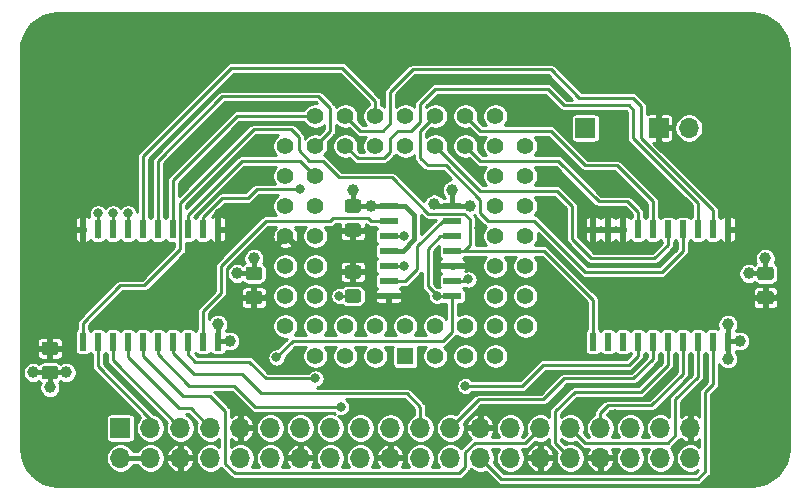
<source format=gbr>
G04 #@! TF.GenerationSoftware,KiCad,Pcbnew,(5.1.9)-1*
G04 #@! TF.CreationDate,2021-04-09T16:02:09+01:00*
G04 #@! TF.ProjectId,RGBtoHDMI Amiga Denise ECS PLCC,52474274-6f48-4444-9d49-20416d696761,1*
G04 #@! TF.SameCoordinates,Original*
G04 #@! TF.FileFunction,Copper,L1,Top*
G04 #@! TF.FilePolarity,Positive*
%FSLAX46Y46*%
G04 Gerber Fmt 4.6, Leading zero omitted, Abs format (unit mm)*
G04 Created by KiCad (PCBNEW (5.1.9)-1) date 2021-04-09 16:02:09*
%MOMM*%
%LPD*%
G01*
G04 APERTURE LIST*
G04 #@! TA.AperFunction,ComponentPad*
%ADD10C,1.422400*%
G04 #@! TD*
G04 #@! TA.AperFunction,ComponentPad*
%ADD11R,1.422400X1.422400*%
G04 #@! TD*
G04 #@! TA.AperFunction,ComponentPad*
%ADD12O,1.700000X1.700000*%
G04 #@! TD*
G04 #@! TA.AperFunction,ComponentPad*
%ADD13R,1.700000X1.700000*%
G04 #@! TD*
G04 #@! TA.AperFunction,ComponentPad*
%ADD14C,6.400000*%
G04 #@! TD*
G04 #@! TA.AperFunction,SMDPad,CuDef*
%ADD15R,0.600000X1.500000*%
G04 #@! TD*
G04 #@! TA.AperFunction,SMDPad,CuDef*
%ADD16R,1.500000X0.600000*%
G04 #@! TD*
G04 #@! TA.AperFunction,ViaPad*
%ADD17C,0.800000*%
G04 #@! TD*
G04 #@! TA.AperFunction,ViaPad*
%ADD18C,1.000000*%
G04 #@! TD*
G04 #@! TA.AperFunction,Conductor*
%ADD19C,0.400000*%
G04 #@! TD*
G04 #@! TA.AperFunction,Conductor*
%ADD20C,0.250000*%
G04 #@! TD*
G04 #@! TA.AperFunction,Conductor*
%ADD21C,0.254000*%
G04 #@! TD*
G04 #@! TA.AperFunction,Conductor*
%ADD22C,0.100000*%
G04 #@! TD*
G04 APERTURE END LIST*
D10*
X168021000Y-77597000D03*
X170561000Y-77597000D03*
X173101000Y-77597000D03*
X165481000Y-77597000D03*
X162941000Y-77597000D03*
X160401000Y-77597000D03*
D11*
X165481000Y-80137000D03*
D10*
X168021000Y-80137000D03*
X170561000Y-80137000D03*
X173101000Y-80137000D03*
X162941000Y-80137000D03*
X160401000Y-80137000D03*
X173101000Y-75057000D03*
X173101000Y-72517000D03*
X173101000Y-69977000D03*
X173101000Y-67437000D03*
X173101000Y-64897000D03*
X173101000Y-62357000D03*
X175641000Y-77597000D03*
X175641000Y-75057000D03*
X175641000Y-72517000D03*
X175641000Y-69977000D03*
X175641000Y-67437000D03*
X175641000Y-64897000D03*
X175641000Y-62357000D03*
X170561000Y-62357000D03*
X168021000Y-62357000D03*
X165481000Y-62357000D03*
X162941000Y-62357000D03*
X160401000Y-62357000D03*
X157861000Y-62357000D03*
X155321000Y-62357000D03*
X173101000Y-59817000D03*
X170561000Y-59817000D03*
X168021000Y-59817000D03*
X165481000Y-59817000D03*
X162941000Y-59817000D03*
X160401000Y-59817000D03*
X157861000Y-59817000D03*
X157861000Y-64897000D03*
X157861000Y-67437000D03*
X157861000Y-69977000D03*
X157861000Y-72517000D03*
X157861000Y-75057000D03*
X157861000Y-77597000D03*
X157861000Y-80137000D03*
X155321000Y-64897000D03*
X155321000Y-67437000D03*
X155321000Y-69977000D03*
X155321000Y-72517000D03*
X155321000Y-75057000D03*
X155321000Y-77597000D03*
D12*
X183261000Y-60833000D03*
D13*
X180721000Y-60833000D03*
D14*
X136474200Y-64516000D03*
X194487800Y-64516000D03*
X194487800Y-87503000D03*
X136474200Y-87503000D03*
D13*
X141351000Y-86233000D03*
D12*
X141351000Y-88773000D03*
X143891000Y-86233000D03*
X143891000Y-88773000D03*
X146431000Y-86233000D03*
X146431000Y-88773000D03*
X148971000Y-86233000D03*
X148971000Y-88773000D03*
X151511000Y-86233000D03*
X151511000Y-88773000D03*
X154051000Y-86233000D03*
X154051000Y-88773000D03*
X156591000Y-86233000D03*
X156591000Y-88773000D03*
X159131000Y-86233000D03*
X159131000Y-88773000D03*
X161671000Y-86233000D03*
X161671000Y-88773000D03*
X164211000Y-86233000D03*
X164211000Y-88773000D03*
X166751000Y-86233000D03*
X166751000Y-88773000D03*
X169291000Y-86233000D03*
X169291000Y-88773000D03*
X171831000Y-86233000D03*
X171831000Y-88773000D03*
X174371000Y-86233000D03*
X174371000Y-88773000D03*
X176911000Y-86233000D03*
X176911000Y-88773000D03*
X179451000Y-86233000D03*
X179451000Y-88773000D03*
X181991000Y-86233000D03*
X181991000Y-88773000D03*
X184531000Y-86233000D03*
X184531000Y-88773000D03*
X187071000Y-86233000D03*
X187071000Y-88773000D03*
X189611000Y-86233000D03*
X189611000Y-88773000D03*
D15*
X149606000Y-78918000D03*
X148336000Y-78918000D03*
X147066000Y-78918000D03*
X145796000Y-78918000D03*
X144526000Y-78918000D03*
X143256000Y-78918000D03*
X141986000Y-78918000D03*
X140716000Y-78918000D03*
X139446000Y-78918000D03*
X138176000Y-78918000D03*
X138176000Y-69418000D03*
X139446000Y-69418000D03*
X140716000Y-69418000D03*
X141986000Y-69418000D03*
X149606000Y-69418000D03*
X148336000Y-69418000D03*
X147066000Y-69418000D03*
X145796000Y-69418000D03*
X144526000Y-69418000D03*
X143256000Y-69418000D03*
G04 #@! TA.AperFunction,SMDPad,CuDef*
G36*
G01*
X152203999Y-72568000D02*
X153104001Y-72568000D01*
G75*
G02*
X153354000Y-72817999I0J-249999D01*
G01*
X153354000Y-73468001D01*
G75*
G02*
X153104001Y-73718000I-249999J0D01*
G01*
X152203999Y-73718000D01*
G75*
G02*
X151954000Y-73468001I0J249999D01*
G01*
X151954000Y-72817999D01*
G75*
G02*
X152203999Y-72568000I249999J0D01*
G01*
G37*
G04 #@! TD.AperFunction*
G04 #@! TA.AperFunction,SMDPad,CuDef*
G36*
G01*
X152203999Y-74618000D02*
X153104001Y-74618000D01*
G75*
G02*
X153354000Y-74867999I0J-249999D01*
G01*
X153354000Y-75518001D01*
G75*
G02*
X153104001Y-75768000I-249999J0D01*
G01*
X152203999Y-75768000D01*
G75*
G02*
X151954000Y-75518001I0J249999D01*
G01*
X151954000Y-74867999D01*
G75*
G02*
X152203999Y-74618000I249999J0D01*
G01*
G37*
G04 #@! TD.AperFunction*
G04 #@! TA.AperFunction,SMDPad,CuDef*
G36*
G01*
X160585999Y-68903000D02*
X161486001Y-68903000D01*
G75*
G02*
X161736000Y-69152999I0J-249999D01*
G01*
X161736000Y-69803001D01*
G75*
G02*
X161486001Y-70053000I-249999J0D01*
G01*
X160585999Y-70053000D01*
G75*
G02*
X160336000Y-69803001I0J249999D01*
G01*
X160336000Y-69152999D01*
G75*
G02*
X160585999Y-68903000I249999J0D01*
G01*
G37*
G04 #@! TD.AperFunction*
G04 #@! TA.AperFunction,SMDPad,CuDef*
G36*
G01*
X160585999Y-66853000D02*
X161486001Y-66853000D01*
G75*
G02*
X161736000Y-67102999I0J-249999D01*
G01*
X161736000Y-67753001D01*
G75*
G02*
X161486001Y-68003000I-249999J0D01*
G01*
X160585999Y-68003000D01*
G75*
G02*
X160336000Y-67753001I0J249999D01*
G01*
X160336000Y-67102999D01*
G75*
G02*
X160585999Y-66853000I249999J0D01*
G01*
G37*
G04 #@! TD.AperFunction*
G04 #@! TA.AperFunction,SMDPad,CuDef*
G36*
G01*
X195510999Y-72568000D02*
X196411001Y-72568000D01*
G75*
G02*
X196661000Y-72817999I0J-249999D01*
G01*
X196661000Y-73468001D01*
G75*
G02*
X196411001Y-73718000I-249999J0D01*
G01*
X195510999Y-73718000D01*
G75*
G02*
X195261000Y-73468001I0J249999D01*
G01*
X195261000Y-72817999D01*
G75*
G02*
X195510999Y-72568000I249999J0D01*
G01*
G37*
G04 #@! TD.AperFunction*
G04 #@! TA.AperFunction,SMDPad,CuDef*
G36*
G01*
X195510999Y-74618000D02*
X196411001Y-74618000D01*
G75*
G02*
X196661000Y-74867999I0J-249999D01*
G01*
X196661000Y-75518001D01*
G75*
G02*
X196411001Y-75768000I-249999J0D01*
G01*
X195510999Y-75768000D01*
G75*
G02*
X195261000Y-75518001I0J249999D01*
G01*
X195261000Y-74867999D01*
G75*
G02*
X195510999Y-74618000I249999J0D01*
G01*
G37*
G04 #@! TD.AperFunction*
G04 #@! TA.AperFunction,SMDPad,CuDef*
G36*
G01*
X135832001Y-82118000D02*
X134931999Y-82118000D01*
G75*
G02*
X134682000Y-81868001I0J249999D01*
G01*
X134682000Y-81217999D01*
G75*
G02*
X134931999Y-80968000I249999J0D01*
G01*
X135832001Y-80968000D01*
G75*
G02*
X136082000Y-81217999I0J-249999D01*
G01*
X136082000Y-81868001D01*
G75*
G02*
X135832001Y-82118000I-249999J0D01*
G01*
G37*
G04 #@! TD.AperFunction*
G04 #@! TA.AperFunction,SMDPad,CuDef*
G36*
G01*
X135832001Y-80068000D02*
X134931999Y-80068000D01*
G75*
G02*
X134682000Y-79818001I0J249999D01*
G01*
X134682000Y-79167999D01*
G75*
G02*
X134931999Y-78918000I249999J0D01*
G01*
X135832001Y-78918000D01*
G75*
G02*
X136082000Y-79167999I0J-249999D01*
G01*
X136082000Y-79818001D01*
G75*
G02*
X135832001Y-80068000I-249999J0D01*
G01*
G37*
G04 #@! TD.AperFunction*
G04 #@! TA.AperFunction,SMDPad,CuDef*
G36*
G01*
X161486001Y-75641000D02*
X160585999Y-75641000D01*
G75*
G02*
X160336000Y-75391001I0J249999D01*
G01*
X160336000Y-74740999D01*
G75*
G02*
X160585999Y-74491000I249999J0D01*
G01*
X161486001Y-74491000D01*
G75*
G02*
X161736000Y-74740999I0J-249999D01*
G01*
X161736000Y-75391001D01*
G75*
G02*
X161486001Y-75641000I-249999J0D01*
G01*
G37*
G04 #@! TD.AperFunction*
G04 #@! TA.AperFunction,SMDPad,CuDef*
G36*
G01*
X161486001Y-73591000D02*
X160585999Y-73591000D01*
G75*
G02*
X160336000Y-73341001I0J249999D01*
G01*
X160336000Y-72690999D01*
G75*
G02*
X160585999Y-72441000I249999J0D01*
G01*
X161486001Y-72441000D01*
G75*
G02*
X161736000Y-72690999I0J-249999D01*
G01*
X161736000Y-73341001D01*
G75*
G02*
X161486001Y-73591000I-249999J0D01*
G01*
G37*
G04 #@! TD.AperFunction*
D16*
X164051000Y-67437000D03*
X164051000Y-68707000D03*
X164051000Y-69977000D03*
X164051000Y-71247000D03*
X164051000Y-72517000D03*
X164051000Y-73787000D03*
X164051000Y-75057000D03*
X169451000Y-75057000D03*
X169451000Y-73787000D03*
X169451000Y-72517000D03*
X169451000Y-71247000D03*
X169451000Y-69977000D03*
X169451000Y-68707000D03*
X169451000Y-67437000D03*
D15*
X186436000Y-69418000D03*
X187706000Y-69418000D03*
X188976000Y-69418000D03*
X190246000Y-69418000D03*
X191516000Y-69418000D03*
X192786000Y-69418000D03*
X185166000Y-69418000D03*
X183896000Y-69418000D03*
X182626000Y-69418000D03*
X181356000Y-69418000D03*
X181356000Y-78918000D03*
X182626000Y-78918000D03*
X183896000Y-78918000D03*
X185166000Y-78918000D03*
X186436000Y-78918000D03*
X187706000Y-78918000D03*
X188976000Y-78918000D03*
X190246000Y-78918000D03*
X191516000Y-78918000D03*
X192786000Y-78918000D03*
D13*
X186944000Y-60833000D03*
D12*
X189484000Y-60833000D03*
D17*
X197231000Y-60833000D03*
X196596000Y-58293000D03*
X196596000Y-55753000D03*
X195961000Y-53213000D03*
X133731000Y-54483000D03*
X133731000Y-57023000D03*
X133731000Y-59563000D03*
X133731000Y-68453000D03*
X133731000Y-70993000D03*
X133731000Y-73533000D03*
X133731000Y-76073000D03*
X197231000Y-68453000D03*
X197231000Y-70993000D03*
X197231000Y-81153000D03*
X197231000Y-83693000D03*
X183261000Y-53213000D03*
X185801000Y-53213000D03*
X188341000Y-53213000D03*
X190881000Y-53213000D03*
X193421000Y-53213000D03*
X194691000Y-54483000D03*
X194691000Y-57023000D03*
X193421000Y-58293000D03*
X193421000Y-55753000D03*
X192151000Y-54483000D03*
X189611000Y-54483000D03*
X187071000Y-54483000D03*
X184531000Y-54483000D03*
X136271000Y-59563000D03*
X194691000Y-59563000D03*
X166751000Y-56896000D03*
X194691000Y-51943000D03*
X192151000Y-51943000D03*
X189611000Y-51943000D03*
X187071000Y-51943000D03*
X184531000Y-51943000D03*
X181991000Y-51943000D03*
X179451000Y-51943000D03*
X176911000Y-51943000D03*
X174371000Y-51943000D03*
X171831000Y-51943000D03*
X169291000Y-51943000D03*
X166751000Y-51943000D03*
X164211000Y-51943000D03*
X161671000Y-51943000D03*
X159131000Y-51943000D03*
X156591000Y-51943000D03*
X154051000Y-51943000D03*
X151511000Y-51943000D03*
X148971000Y-51943000D03*
X146431000Y-51943000D03*
X143891000Y-51943000D03*
X141351000Y-51943000D03*
X138811000Y-51943000D03*
X136271000Y-51943000D03*
X156591000Y-54483000D03*
X136271000Y-57023000D03*
X137541000Y-58293000D03*
X157861000Y-53213000D03*
X195961000Y-69723000D03*
X195961000Y-79883000D03*
X195961000Y-82423000D03*
X193421000Y-82423000D03*
X135001000Y-69723000D03*
X135001000Y-72263000D03*
X135001000Y-74803000D03*
X135001000Y-55753000D03*
X135001000Y-53213000D03*
X135001000Y-58293000D03*
X138811000Y-59563000D03*
X140081000Y-58293000D03*
X142621000Y-58293000D03*
X145161000Y-58293000D03*
X143891000Y-59563000D03*
X141351000Y-59563000D03*
X140081000Y-60833000D03*
X142621000Y-60833000D03*
X141351000Y-62103000D03*
X178562000Y-65151000D03*
X178562000Y-67818000D03*
X178181000Y-77597000D03*
X171831000Y-78867000D03*
X169291000Y-81534000D03*
X171831000Y-81534000D03*
X161671000Y-81534000D03*
X164084000Y-81534000D03*
X166751000Y-81534000D03*
X154940000Y-57277000D03*
X170815000Y-72517000D03*
X165354000Y-75057000D03*
X164084000Y-75946000D03*
X136652000Y-73533000D03*
X136652000Y-70993000D03*
X136652000Y-76073000D03*
X159766000Y-73025000D03*
X159766000Y-69469000D03*
X162306000Y-69469000D03*
X138176000Y-70739000D03*
X138176000Y-68072000D03*
X137287000Y-69342000D03*
X152654000Y-76454000D03*
X153924000Y-75184000D03*
X149733000Y-68072000D03*
X149733000Y-70739000D03*
X153543000Y-62103000D03*
X144526000Y-76073000D03*
X141986000Y-76073000D03*
X140716000Y-72263000D03*
X143256000Y-72263000D03*
X147066000Y-76073000D03*
X195961000Y-76454000D03*
X197231000Y-75184000D03*
X147701000Y-87503000D03*
X162306000Y-73025000D03*
X162687000Y-75057000D03*
X192786000Y-70739000D03*
X192786000Y-68072000D03*
X181356000Y-68072000D03*
X192151000Y-83693000D03*
X189611000Y-74803000D03*
X189611000Y-77343000D03*
X183261000Y-76073000D03*
X184531000Y-74803000D03*
X181991000Y-74803000D03*
X184531000Y-77343000D03*
X179451000Y-79248000D03*
X179451000Y-76073000D03*
X187071000Y-74803000D03*
X187071000Y-77343000D03*
X188341000Y-76073000D03*
X190881000Y-76073000D03*
X181356000Y-70739000D03*
X180467000Y-69342000D03*
X150241000Y-62103000D03*
X163068000Y-56769000D03*
X147701000Y-64643000D03*
X147574000Y-62103000D03*
X171704000Y-69342000D03*
X187706000Y-66929000D03*
X182562500Y-65532000D03*
X171831000Y-76200000D03*
X166751000Y-76454000D03*
X155829000Y-80264000D03*
X156591000Y-73787000D03*
X168021000Y-83566000D03*
X180721000Y-85090000D03*
X183261000Y-85090000D03*
X187452000Y-84455000D03*
X154178000Y-78994000D03*
X164211000Y-64135000D03*
X150876000Y-65659000D03*
X167132000Y-68961000D03*
X138176000Y-72263000D03*
X138176000Y-74803000D03*
X139446000Y-73533000D03*
X145796000Y-74168000D03*
X147066000Y-72263000D03*
X159131000Y-81407000D03*
X184785000Y-63754000D03*
X180721000Y-53213000D03*
X178181000Y-53213000D03*
X181991000Y-54483000D03*
X179451000Y-54483000D03*
D18*
X136779000Y-81534000D03*
X169450998Y-66072998D03*
X161036000Y-66072998D03*
X162560000Y-67437000D03*
X192786000Y-77470000D03*
X192786000Y-80391000D03*
X133985000Y-81534000D03*
X135382000Y-82804000D03*
X150622000Y-78867000D03*
X149606000Y-77470000D03*
X151257000Y-73152000D03*
X152654000Y-71882000D03*
X193802000Y-78867000D03*
X194564000Y-73152000D03*
X195961000Y-71882000D03*
X170954008Y-67420496D03*
X167942570Y-67256989D03*
D17*
X139446000Y-68071990D03*
X141986000Y-68072000D03*
X140716000Y-68072000D03*
X168148000Y-75057000D03*
X156591000Y-66040000D03*
X154558998Y-80263998D03*
X157861002Y-82042000D03*
X170560994Y-82677000D03*
X160020000Y-84455000D03*
X159893000Y-75057006D03*
X165354000Y-69977000D03*
X170815000Y-73660000D03*
X165353990Y-72517000D03*
D19*
X152772000Y-75184000D02*
X152781000Y-75193000D01*
X169451000Y-67437000D02*
X169451000Y-66073000D01*
X169451000Y-66073000D02*
X169450998Y-66072998D01*
X164084000Y-67404000D02*
X164051000Y-67437000D01*
X164051000Y-67437000D02*
X162560000Y-67437000D01*
X161036000Y-66072998D02*
X161036000Y-67428000D01*
X161036000Y-67428000D02*
X162560000Y-67437000D01*
X149606000Y-77470000D02*
X149606000Y-78918000D01*
X149657000Y-78867000D02*
X149606000Y-78918000D01*
X150622000Y-78867000D02*
X149657000Y-78867000D01*
X135373000Y-81534000D02*
X135382000Y-81543000D01*
X133985000Y-81534000D02*
X135373000Y-81534000D01*
X135391000Y-81534000D02*
X135382000Y-81543000D01*
X136779000Y-81534000D02*
X135391000Y-81534000D01*
X135382000Y-82804000D02*
X135382000Y-81543000D01*
X192786000Y-77470000D02*
X192786000Y-78918000D01*
X192837000Y-78867000D02*
X192786000Y-78918000D01*
X193802000Y-78867000D02*
X192837000Y-78867000D01*
X192786000Y-80391000D02*
X192786000Y-78918000D01*
X152654000Y-71882000D02*
X152654000Y-73143000D01*
X152645000Y-73152000D02*
X152654000Y-73143000D01*
X151257000Y-73152000D02*
X152645000Y-73152000D01*
X195961000Y-71882000D02*
X195961000Y-73143000D01*
X195952000Y-73152000D02*
X195961000Y-73143000D01*
X194564000Y-73152000D02*
X195952000Y-73152000D01*
X164051000Y-71247000D02*
X165268004Y-71247000D01*
X166243000Y-68199000D02*
X165481000Y-67437000D01*
X165481000Y-67437000D02*
X164051000Y-67437000D01*
X165268004Y-71247000D02*
X166243000Y-70272004D01*
X166243000Y-70272004D02*
X166243000Y-68199000D01*
X170937504Y-67437000D02*
X170954008Y-67420496D01*
X169451000Y-67437000D02*
X170937504Y-67437000D01*
X169451000Y-67437000D02*
X168122581Y-67437000D01*
X168122581Y-67437000D02*
X167942570Y-67256989D01*
D20*
X139446000Y-68580000D02*
X139446000Y-70053000D01*
X139446000Y-69418000D02*
X139446000Y-68071990D01*
X167386000Y-64008000D02*
X166751000Y-63373000D01*
X171831000Y-66929000D02*
X168910000Y-64008000D01*
X171831000Y-68072000D02*
X171831000Y-66929000D01*
X168910000Y-64008000D02*
X167386000Y-64008000D01*
X176403000Y-68707000D02*
X172466000Y-68707000D01*
X166751000Y-61087000D02*
X168021000Y-59817000D01*
X187198000Y-73025000D02*
X180721000Y-73025000D01*
X166751000Y-63373000D02*
X166751000Y-61087000D01*
X172466000Y-68707000D02*
X171831000Y-68072000D01*
X188976000Y-71247000D02*
X187198000Y-73025000D01*
X180721000Y-73025000D02*
X176403000Y-68707000D01*
X188976000Y-69418000D02*
X188976000Y-71247000D01*
X170307000Y-64643000D02*
X168021000Y-62357000D01*
X171831000Y-66167000D02*
X170307000Y-64643000D01*
X179578000Y-67437000D02*
X178308000Y-66167000D01*
X179578000Y-70231000D02*
X179578000Y-67437000D01*
X178308000Y-66167000D02*
X171831000Y-66167000D01*
X181229000Y-71882000D02*
X179578000Y-70231000D01*
X186563000Y-71882000D02*
X181229000Y-71882000D01*
X187706000Y-70739000D02*
X186563000Y-71882000D01*
X187706000Y-69418000D02*
X187706000Y-70739000D01*
X186436000Y-67056000D02*
X186436000Y-68418000D01*
X183388000Y-64008000D02*
X186436000Y-67056000D01*
X180721000Y-64008000D02*
X183388000Y-64008000D01*
X177800000Y-61087000D02*
X180721000Y-64008000D01*
X186436000Y-68418000D02*
X186436000Y-69418000D01*
X171831000Y-61087000D02*
X177800000Y-61087000D01*
X170561000Y-59817000D02*
X171831000Y-61087000D01*
X171831000Y-63627000D02*
X170561000Y-62357000D01*
X178435000Y-63627000D02*
X171831000Y-63627000D01*
X181864000Y-67056000D02*
X178435000Y-63627000D01*
X184277000Y-67056000D02*
X181864000Y-67056000D01*
X185166000Y-67945000D02*
X184277000Y-67056000D01*
X185166000Y-69418000D02*
X185166000Y-67945000D01*
D19*
X141351000Y-88773000D02*
X143891000Y-88773000D01*
D20*
X147066000Y-68199000D02*
X147066000Y-69418000D01*
X151638000Y-63627000D02*
X147066000Y-68199000D01*
X156591000Y-63627000D02*
X151638000Y-63627000D01*
X157861000Y-64897000D02*
X156591000Y-63627000D01*
X145796000Y-65246250D02*
X145796000Y-69418000D01*
X151225250Y-59817000D02*
X145796000Y-65246250D01*
X157861000Y-59817000D02*
X151225250Y-59817000D01*
X144526000Y-63627000D02*
X144526000Y-69418000D01*
X149987000Y-58166000D02*
X144526000Y-63627000D01*
X158115000Y-58166000D02*
X149987000Y-58166000D01*
X159131000Y-59182000D02*
X158115000Y-58166000D01*
X159131000Y-61087000D02*
X159131000Y-59182000D01*
X157861000Y-62357000D02*
X159131000Y-61087000D01*
X191516000Y-67816590D02*
X191516000Y-68418000D01*
X177800000Y-55880000D02*
X180213000Y-58293000D01*
X191516000Y-68418000D02*
X191516000Y-69418000D01*
X166116000Y-55880000D02*
X177800000Y-55880000D01*
X164211000Y-57785000D02*
X166116000Y-55880000D01*
X185420000Y-58991500D02*
X185420000Y-61720590D01*
X180213000Y-58293000D02*
X184721500Y-58293000D01*
X164211000Y-60452000D02*
X164211000Y-57785000D01*
X163576000Y-61087000D02*
X164211000Y-60452000D01*
X185420000Y-61720590D02*
X191516000Y-67816590D01*
X161671000Y-61087000D02*
X163576000Y-61087000D01*
X184721500Y-58293000D02*
X185420000Y-58991500D01*
X160401000Y-59817000D02*
X161671000Y-61087000D01*
X161437201Y-63393201D02*
X160401000Y-62357000D01*
X163682799Y-63393201D02*
X161437201Y-63393201D01*
X164211000Y-62865000D02*
X163682799Y-63393201D01*
X190246000Y-69418000D02*
X190246000Y-67183000D01*
X168021000Y-57531000D02*
X166751000Y-58801000D01*
X190246000Y-67183000D02*
X184785000Y-61722000D01*
X184785000Y-61722000D02*
X184785000Y-59309000D01*
X184785000Y-59309000D02*
X184404000Y-58928000D01*
X184404000Y-58928000D02*
X178943000Y-58928000D01*
X178943000Y-58928000D02*
X177546000Y-57531000D01*
X166751000Y-58801000D02*
X166751000Y-60325000D01*
X166751000Y-60325000D02*
X165989000Y-61087000D01*
X165989000Y-61087000D02*
X164846000Y-61087000D01*
X177546000Y-57531000D02*
X168021000Y-57531000D01*
X164846000Y-61087000D02*
X164211000Y-61722000D01*
X164211000Y-61722000D02*
X164211000Y-62865000D01*
X143256000Y-63246000D02*
X143256000Y-69418000D01*
X150749000Y-55753000D02*
X143256000Y-63246000D01*
X160147000Y-55753000D02*
X150749000Y-55753000D01*
X162941000Y-58547000D02*
X160147000Y-55753000D01*
X162941000Y-59817000D02*
X162941000Y-58547000D01*
X141986000Y-69418000D02*
X141986000Y-68072000D01*
X165481000Y-59817000D02*
X165608000Y-59817000D01*
X140716000Y-69418000D02*
X140716000Y-68072000D01*
X169451000Y-69977000D02*
X168451000Y-69977000D01*
X168451000Y-69977000D02*
X167386000Y-71042000D01*
X167386000Y-71042000D02*
X167386000Y-74225004D01*
X167386000Y-74225004D02*
X168217996Y-75057000D01*
X168217996Y-75057000D02*
X169291000Y-75057000D01*
X169291000Y-75057000D02*
X169451000Y-75057000D01*
X152879499Y-66040000D02*
X156591000Y-66040000D01*
X149958499Y-66773499D02*
X152146000Y-66773499D01*
X152146000Y-66773499D02*
X152879499Y-66040000D01*
X148336000Y-68395998D02*
X149958499Y-66773499D01*
X148336000Y-69418000D02*
X148336000Y-68395998D01*
X169451000Y-75057000D02*
X169451000Y-78072000D01*
X155956000Y-78866996D02*
X154558998Y-80263998D01*
X169451000Y-78072000D02*
X168656004Y-78866996D01*
X168656004Y-78866996D02*
X155956000Y-78866996D01*
X147701000Y-80645000D02*
X152273000Y-80645000D01*
X153670000Y-82042000D02*
X157861002Y-82042000D01*
X147066000Y-78918000D02*
X147066000Y-80010000D01*
X147066000Y-80010000D02*
X147701000Y-80645000D01*
X152273000Y-80645000D02*
X153670000Y-82042000D01*
X181991000Y-84963000D02*
X181991000Y-86233000D01*
X182626000Y-84328000D02*
X181991000Y-84963000D01*
X186309000Y-84328000D02*
X182626000Y-84328000D01*
X188976000Y-81661000D02*
X186309000Y-84328000D01*
X188976000Y-78918000D02*
X188976000Y-81661000D01*
X178181000Y-87503000D02*
X179451000Y-88773000D01*
X179832000Y-83185000D02*
X178181000Y-84836000D01*
X178181000Y-84836000D02*
X178181000Y-87503000D01*
X185420000Y-83185000D02*
X179832000Y-83185000D01*
X187706000Y-80899000D02*
X185420000Y-83185000D01*
X187706000Y-78918000D02*
X187706000Y-80899000D01*
X171704000Y-83820000D02*
X169291000Y-86233000D01*
X178943000Y-82042000D02*
X177165000Y-83820000D01*
X184785000Y-82042000D02*
X178943000Y-82042000D01*
X186436000Y-80391000D02*
X184785000Y-82042000D01*
X177165000Y-83820000D02*
X171704000Y-83820000D01*
X186436000Y-78918000D02*
X186436000Y-80391000D01*
X164211000Y-86233000D02*
X164211000Y-85471000D01*
X164211000Y-86295998D02*
X164211000Y-86233000D01*
X175387000Y-82677000D02*
X170560994Y-82677000D01*
X185166000Y-78918000D02*
X185166000Y-80137000D01*
X185166000Y-80137000D02*
X184404000Y-80899000D01*
X184404000Y-80899000D02*
X177165000Y-80899000D01*
X177165000Y-80899000D02*
X175387000Y-82677000D01*
X165608000Y-83312000D02*
X166751000Y-84455000D01*
X153289000Y-83312000D02*
X165608000Y-83312000D01*
X151638000Y-81661000D02*
X153289000Y-83312000D01*
X147574000Y-81661000D02*
X151638000Y-81661000D01*
X166751000Y-84455000D02*
X166751000Y-86233000D01*
X145796000Y-79883000D02*
X147574000Y-81661000D01*
X145796000Y-78918000D02*
X145796000Y-79883000D01*
X151003000Y-82677000D02*
X152781000Y-84455000D01*
X147193000Y-82677000D02*
X151003000Y-82677000D01*
X144526000Y-80010000D02*
X147193000Y-82677000D01*
X144526000Y-78918000D02*
X144526000Y-80010000D01*
X152781000Y-84455000D02*
X160020000Y-84455000D01*
X173609000Y-90551000D02*
X171831000Y-88773000D01*
X190881000Y-89916000D02*
X190246000Y-90551000D01*
X190246000Y-90551000D02*
X173609000Y-90551000D01*
X190881000Y-83185000D02*
X190881000Y-89916000D01*
X191516000Y-82550000D02*
X190881000Y-83185000D01*
X191516000Y-78918000D02*
X191516000Y-82550000D01*
X187706000Y-87503000D02*
X180721000Y-87503000D01*
X180721000Y-87503000D02*
X179451000Y-86233000D01*
X188341000Y-86868000D02*
X187706000Y-87503000D01*
X188341000Y-83820000D02*
X188341000Y-86868000D01*
X190246000Y-81915000D02*
X188341000Y-83820000D01*
X190246000Y-78918000D02*
X190246000Y-81915000D01*
X175641000Y-87503000D02*
X176911000Y-86233000D01*
X170561000Y-88303998D02*
X171361998Y-87503000D01*
X170053000Y-90043000D02*
X170561000Y-89535000D01*
X171361998Y-87503000D02*
X175641000Y-87503000D01*
X148971000Y-83566000D02*
X150241000Y-84836000D01*
X151041998Y-90043000D02*
X170053000Y-90043000D01*
X146685000Y-83566000D02*
X148971000Y-83566000D01*
X150241000Y-84836000D02*
X150241000Y-89242002D01*
X143256000Y-80137000D02*
X146685000Y-83566000D01*
X170561000Y-89535000D02*
X170561000Y-88303998D01*
X150241000Y-89242002D02*
X151041998Y-90043000D01*
X143256000Y-78918000D02*
X143256000Y-80137000D01*
X147320000Y-84582000D02*
X148971000Y-86233000D01*
X141986000Y-80264000D02*
X146304000Y-84582000D01*
X146304000Y-84582000D02*
X147320000Y-84582000D01*
X141986000Y-78918000D02*
X141986000Y-80264000D01*
X140716000Y-80518000D02*
X146431000Y-86233000D01*
X140716000Y-78918000D02*
X140716000Y-80518000D01*
X143891000Y-85471000D02*
X143891000Y-86233000D01*
X139446000Y-81026000D02*
X143891000Y-85471000D01*
X139446000Y-78918000D02*
X139446000Y-81026000D01*
X159901994Y-75066000D02*
X159893000Y-75057006D01*
X161036000Y-75066000D02*
X159901994Y-75066000D01*
X169451000Y-71247000D02*
X169451000Y-71247000D01*
X177222002Y-71247000D02*
X169451000Y-71247000D01*
X181356000Y-75380998D02*
X177222002Y-71247000D01*
X181356000Y-78918000D02*
X181356000Y-75380998D01*
X138176000Y-77343000D02*
X138176000Y-78918000D01*
X143383000Y-74168000D02*
X141351000Y-74168000D01*
X146431000Y-71120000D02*
X143383000Y-74168000D01*
X146431000Y-67183000D02*
X146431000Y-71120000D01*
X164338000Y-65024000D02*
X159893000Y-65024000D01*
X170451000Y-71247000D02*
X170942000Y-70756000D01*
X170942000Y-70756000D02*
X170942000Y-68562998D01*
X152654000Y-60960000D02*
X146431000Y-67183000D01*
X158496000Y-63627000D02*
X157353000Y-63627000D01*
X170942000Y-68562998D02*
X170461001Y-68081999D01*
X170461001Y-68081999D02*
X167395999Y-68081999D01*
X167395999Y-68081999D02*
X164338000Y-65024000D01*
X159893000Y-65024000D02*
X158496000Y-63627000D01*
X169451000Y-71247000D02*
X170451000Y-71247000D01*
X157353000Y-63627000D02*
X156464000Y-62738000D01*
X156464000Y-62738000D02*
X156464000Y-61595000D01*
X156464000Y-61595000D02*
X155829000Y-60960000D01*
X141351000Y-74168000D02*
X138176000Y-77343000D01*
X155829000Y-60960000D02*
X152654000Y-60960000D01*
X148336000Y-76327000D02*
X148336000Y-78918000D01*
X149860000Y-74803000D02*
X148336000Y-76327000D01*
X149860000Y-72517000D02*
X149860000Y-74803000D01*
X153670000Y-68707000D02*
X149860000Y-72517000D01*
X159131000Y-68707000D02*
X153670000Y-68707000D01*
X159385000Y-68453000D02*
X159131000Y-68707000D01*
X162306000Y-68453000D02*
X159385000Y-68453000D01*
X162560000Y-68707000D02*
X162306000Y-68453000D01*
X164051000Y-68707000D02*
X162560000Y-68707000D01*
X164051000Y-69977000D02*
X165354000Y-69977000D01*
X169451000Y-73787000D02*
X170688000Y-73787000D01*
X170688000Y-73787000D02*
X170815000Y-73660000D01*
X165481000Y-73787000D02*
X164051000Y-73787000D01*
X166497000Y-70866000D02*
X166497000Y-72771000D01*
X169451000Y-68707000D02*
X168656000Y-68707000D01*
X168656000Y-68707000D02*
X166497000Y-70866000D01*
X166497000Y-72771000D02*
X165481000Y-73787000D01*
X164051000Y-72517000D02*
X165353990Y-72517000D01*
D21*
X195419701Y-51190184D02*
X195998486Y-51364929D01*
X196532303Y-51648765D01*
X197000826Y-52030883D01*
X197386203Y-52496724D01*
X197673759Y-53028549D01*
X197852542Y-53606099D01*
X197917997Y-54228872D01*
X197918001Y-54230027D01*
X197918000Y-87988696D01*
X197856816Y-88612701D01*
X197682071Y-89191485D01*
X197398235Y-89725303D01*
X197016119Y-90193824D01*
X196550276Y-90579204D01*
X196018453Y-90866759D01*
X195440901Y-91045542D01*
X194818129Y-91110997D01*
X194817258Y-91111000D01*
X136039304Y-91111000D01*
X135415299Y-91049816D01*
X134836515Y-90875071D01*
X134302697Y-90591235D01*
X133834176Y-90209119D01*
X133448796Y-89743276D01*
X133161241Y-89211453D01*
X132987986Y-88651757D01*
X140120000Y-88651757D01*
X140120000Y-88894243D01*
X140167307Y-89132069D01*
X140260102Y-89356097D01*
X140394820Y-89557717D01*
X140566283Y-89729180D01*
X140767903Y-89863898D01*
X140991931Y-89956693D01*
X141229757Y-90004000D01*
X141472243Y-90004000D01*
X141710069Y-89956693D01*
X141934097Y-89863898D01*
X142135717Y-89729180D01*
X142307180Y-89557717D01*
X142441898Y-89356097D01*
X142442767Y-89354000D01*
X142799233Y-89354000D01*
X142800102Y-89356097D01*
X142934820Y-89557717D01*
X143106283Y-89729180D01*
X143307903Y-89863898D01*
X143531931Y-89956693D01*
X143769757Y-90004000D01*
X144012243Y-90004000D01*
X144250069Y-89956693D01*
X144474097Y-89863898D01*
X144675717Y-89729180D01*
X144847180Y-89557717D01*
X144981898Y-89356097D01*
X145074693Y-89132069D01*
X145083064Y-89089981D01*
X145241505Y-89089981D01*
X145326201Y-89315949D01*
X145453353Y-89521052D01*
X145618076Y-89697408D01*
X145814039Y-89838239D01*
X146033712Y-89938134D01*
X146114020Y-89962489D01*
X146304000Y-89901627D01*
X146304000Y-88900000D01*
X146558000Y-88900000D01*
X146558000Y-89901627D01*
X146747980Y-89962489D01*
X146828288Y-89938134D01*
X147047961Y-89838239D01*
X147243924Y-89697408D01*
X147408647Y-89521052D01*
X147535799Y-89315949D01*
X147620495Y-89089981D01*
X147560187Y-88900000D01*
X146558000Y-88900000D01*
X146304000Y-88900000D01*
X145301813Y-88900000D01*
X145241505Y-89089981D01*
X145083064Y-89089981D01*
X145122000Y-88894243D01*
X145122000Y-88651757D01*
X145083065Y-88456019D01*
X145241505Y-88456019D01*
X145301813Y-88646000D01*
X146304000Y-88646000D01*
X146304000Y-87644373D01*
X146558000Y-87644373D01*
X146558000Y-88646000D01*
X147560187Y-88646000D01*
X147620495Y-88456019D01*
X147535799Y-88230051D01*
X147408647Y-88024948D01*
X147243924Y-87848592D01*
X147047961Y-87707761D01*
X146828288Y-87607866D01*
X146747980Y-87583511D01*
X146558000Y-87644373D01*
X146304000Y-87644373D01*
X146114020Y-87583511D01*
X146033712Y-87607866D01*
X145814039Y-87707761D01*
X145618076Y-87848592D01*
X145453353Y-88024948D01*
X145326201Y-88230051D01*
X145241505Y-88456019D01*
X145083065Y-88456019D01*
X145074693Y-88413931D01*
X144981898Y-88189903D01*
X144847180Y-87988283D01*
X144675717Y-87816820D01*
X144474097Y-87682102D01*
X144250069Y-87589307D01*
X144012243Y-87542000D01*
X143769757Y-87542000D01*
X143531931Y-87589307D01*
X143307903Y-87682102D01*
X143106283Y-87816820D01*
X142934820Y-87988283D01*
X142800102Y-88189903D01*
X142799233Y-88192000D01*
X142442767Y-88192000D01*
X142441898Y-88189903D01*
X142307180Y-87988283D01*
X142135717Y-87816820D01*
X141934097Y-87682102D01*
X141710069Y-87589307D01*
X141472243Y-87542000D01*
X141229757Y-87542000D01*
X140991931Y-87589307D01*
X140767903Y-87682102D01*
X140566283Y-87816820D01*
X140394820Y-87988283D01*
X140260102Y-88189903D01*
X140167307Y-88413931D01*
X140120000Y-88651757D01*
X132987986Y-88651757D01*
X132982458Y-88633901D01*
X132917003Y-88011129D01*
X132917000Y-88010258D01*
X132917000Y-85383000D01*
X140118157Y-85383000D01*
X140118157Y-87083000D01*
X140125513Y-87157689D01*
X140147299Y-87229508D01*
X140182678Y-87295696D01*
X140230289Y-87353711D01*
X140288304Y-87401322D01*
X140354492Y-87436701D01*
X140426311Y-87458487D01*
X140501000Y-87465843D01*
X142201000Y-87465843D01*
X142275689Y-87458487D01*
X142347508Y-87436701D01*
X142413696Y-87401322D01*
X142471711Y-87353711D01*
X142519322Y-87295696D01*
X142554701Y-87229508D01*
X142576487Y-87157689D01*
X142583843Y-87083000D01*
X142583843Y-85383000D01*
X142576487Y-85308311D01*
X142554701Y-85236492D01*
X142519322Y-85170304D01*
X142471711Y-85112289D01*
X142413696Y-85064678D01*
X142347508Y-85029299D01*
X142275689Y-85007513D01*
X142201000Y-85000157D01*
X140501000Y-85000157D01*
X140426311Y-85007513D01*
X140354492Y-85029299D01*
X140288304Y-85064678D01*
X140230289Y-85112289D01*
X140182678Y-85170304D01*
X140147299Y-85236492D01*
X140125513Y-85308311D01*
X140118157Y-85383000D01*
X132917000Y-85383000D01*
X132917000Y-81447229D01*
X133104000Y-81447229D01*
X133104000Y-81620771D01*
X133137856Y-81790978D01*
X133204268Y-81951310D01*
X133300682Y-82095605D01*
X133423395Y-82218318D01*
X133567690Y-82314732D01*
X133728022Y-82381144D01*
X133898229Y-82415000D01*
X134071771Y-82415000D01*
X134241978Y-82381144D01*
X134402310Y-82314732D01*
X134454999Y-82279526D01*
X134484512Y-82315488D01*
X134580411Y-82394190D01*
X134594944Y-82401958D01*
X134534856Y-82547022D01*
X134501000Y-82717229D01*
X134501000Y-82890771D01*
X134534856Y-83060978D01*
X134601268Y-83221310D01*
X134697682Y-83365605D01*
X134820395Y-83488318D01*
X134964690Y-83584732D01*
X135125022Y-83651144D01*
X135295229Y-83685000D01*
X135468771Y-83685000D01*
X135638978Y-83651144D01*
X135799310Y-83584732D01*
X135943605Y-83488318D01*
X136066318Y-83365605D01*
X136162732Y-83221310D01*
X136229144Y-83060978D01*
X136263000Y-82890771D01*
X136263000Y-82717229D01*
X136229144Y-82547022D01*
X136169056Y-82401958D01*
X136183589Y-82394190D01*
X136279488Y-82315488D01*
X136309001Y-82279526D01*
X136361690Y-82314732D01*
X136522022Y-82381144D01*
X136692229Y-82415000D01*
X136865771Y-82415000D01*
X137035978Y-82381144D01*
X137196310Y-82314732D01*
X137340605Y-82218318D01*
X137463318Y-82095605D01*
X137559732Y-81951310D01*
X137626144Y-81790978D01*
X137660000Y-81620771D01*
X137660000Y-81447229D01*
X137626144Y-81277022D01*
X137559732Y-81116690D01*
X137463318Y-80972395D01*
X137340605Y-80849682D01*
X137196310Y-80753268D01*
X137035978Y-80686856D01*
X136865771Y-80653000D01*
X136692229Y-80653000D01*
X136522022Y-80686856D01*
X136361690Y-80753268D01*
X136299460Y-80794848D01*
X136279488Y-80770512D01*
X136183589Y-80691810D01*
X136074179Y-80633329D01*
X135955462Y-80597317D01*
X135832001Y-80585157D01*
X134931999Y-80585157D01*
X134808538Y-80597317D01*
X134689821Y-80633329D01*
X134580411Y-80691810D01*
X134484512Y-80770512D01*
X134464540Y-80794848D01*
X134402310Y-80753268D01*
X134241978Y-80686856D01*
X134071771Y-80653000D01*
X133898229Y-80653000D01*
X133728022Y-80686856D01*
X133567690Y-80753268D01*
X133423395Y-80849682D01*
X133300682Y-80972395D01*
X133204268Y-81116690D01*
X133137856Y-81277022D01*
X133104000Y-81447229D01*
X132917000Y-81447229D01*
X132917000Y-80068000D01*
X134299157Y-80068000D01*
X134306513Y-80142689D01*
X134328299Y-80214508D01*
X134363678Y-80280696D01*
X134411289Y-80338711D01*
X134469304Y-80386322D01*
X134535492Y-80421701D01*
X134607311Y-80443487D01*
X134682000Y-80450843D01*
X135159750Y-80449000D01*
X135255000Y-80353750D01*
X135255000Y-79620000D01*
X135509000Y-79620000D01*
X135509000Y-80353750D01*
X135604250Y-80449000D01*
X136082000Y-80450843D01*
X136156689Y-80443487D01*
X136228508Y-80421701D01*
X136294696Y-80386322D01*
X136352711Y-80338711D01*
X136400322Y-80280696D01*
X136435701Y-80214508D01*
X136457487Y-80142689D01*
X136464843Y-80068000D01*
X136463000Y-79715250D01*
X136367750Y-79620000D01*
X135509000Y-79620000D01*
X135255000Y-79620000D01*
X134396250Y-79620000D01*
X134301000Y-79715250D01*
X134299157Y-80068000D01*
X132917000Y-80068000D01*
X132917000Y-78918000D01*
X134299157Y-78918000D01*
X134301000Y-79270750D01*
X134396250Y-79366000D01*
X135255000Y-79366000D01*
X135255000Y-78632250D01*
X135509000Y-78632250D01*
X135509000Y-79366000D01*
X136367750Y-79366000D01*
X136463000Y-79270750D01*
X136464843Y-78918000D01*
X136457487Y-78843311D01*
X136435701Y-78771492D01*
X136400322Y-78705304D01*
X136352711Y-78647289D01*
X136294696Y-78599678D01*
X136228508Y-78564299D01*
X136156689Y-78542513D01*
X136082000Y-78535157D01*
X135604250Y-78537000D01*
X135509000Y-78632250D01*
X135255000Y-78632250D01*
X135159750Y-78537000D01*
X134682000Y-78535157D01*
X134607311Y-78542513D01*
X134535492Y-78564299D01*
X134469304Y-78599678D01*
X134411289Y-78647289D01*
X134363678Y-78705304D01*
X134328299Y-78771492D01*
X134306513Y-78843311D01*
X134299157Y-78918000D01*
X132917000Y-78918000D01*
X132917000Y-78168000D01*
X137493157Y-78168000D01*
X137493157Y-79668000D01*
X137500513Y-79742689D01*
X137522299Y-79814508D01*
X137557678Y-79880696D01*
X137605289Y-79938711D01*
X137663304Y-79986322D01*
X137729492Y-80021701D01*
X137801311Y-80043487D01*
X137876000Y-80050843D01*
X138476000Y-80050843D01*
X138550689Y-80043487D01*
X138622508Y-80021701D01*
X138688696Y-79986322D01*
X138746711Y-79938711D01*
X138794322Y-79880696D01*
X138811000Y-79849494D01*
X138827678Y-79880696D01*
X138875289Y-79938711D01*
X138933304Y-79986322D01*
X138940001Y-79989901D01*
X138940001Y-81001144D01*
X138937553Y-81026000D01*
X138947322Y-81125192D01*
X138976255Y-81220574D01*
X138985699Y-81238242D01*
X139023242Y-81308479D01*
X139086474Y-81385527D01*
X139105781Y-81401372D01*
X143043756Y-85339347D01*
X142934820Y-85448283D01*
X142800102Y-85649903D01*
X142707307Y-85873931D01*
X142660000Y-86111757D01*
X142660000Y-86354243D01*
X142707307Y-86592069D01*
X142800102Y-86816097D01*
X142934820Y-87017717D01*
X143106283Y-87189180D01*
X143307903Y-87323898D01*
X143531931Y-87416693D01*
X143769757Y-87464000D01*
X144012243Y-87464000D01*
X144250069Y-87416693D01*
X144474097Y-87323898D01*
X144675717Y-87189180D01*
X144847180Y-87017717D01*
X144981898Y-86816097D01*
X145074693Y-86592069D01*
X145122000Y-86354243D01*
X145122000Y-86111757D01*
X145074693Y-85873931D01*
X144981898Y-85649903D01*
X144847180Y-85448283D01*
X144675717Y-85276820D01*
X144474097Y-85142102D01*
X144250069Y-85049307D01*
X144168717Y-85033125D01*
X139952000Y-80816409D01*
X139952000Y-79989901D01*
X139958696Y-79986322D01*
X140016711Y-79938711D01*
X140064322Y-79880696D01*
X140081000Y-79849494D01*
X140097678Y-79880696D01*
X140145289Y-79938711D01*
X140203304Y-79986322D01*
X140210001Y-79989902D01*
X140210001Y-80493144D01*
X140207553Y-80518000D01*
X140217322Y-80617192D01*
X140246255Y-80712574D01*
X140262798Y-80743522D01*
X140293242Y-80800479D01*
X140356474Y-80877527D01*
X140375781Y-80893372D01*
X145279242Y-85796834D01*
X145247307Y-85873931D01*
X145200000Y-86111757D01*
X145200000Y-86354243D01*
X145247307Y-86592069D01*
X145340102Y-86816097D01*
X145474820Y-87017717D01*
X145646283Y-87189180D01*
X145847903Y-87323898D01*
X146071931Y-87416693D01*
X146309757Y-87464000D01*
X146552243Y-87464000D01*
X146790069Y-87416693D01*
X147014097Y-87323898D01*
X147215717Y-87189180D01*
X147387180Y-87017717D01*
X147521898Y-86816097D01*
X147614693Y-86592069D01*
X147662000Y-86354243D01*
X147662000Y-86111757D01*
X147614693Y-85873931D01*
X147521898Y-85649903D01*
X147387180Y-85448283D01*
X147215717Y-85276820D01*
X147014097Y-85142102D01*
X146883483Y-85088000D01*
X147110409Y-85088000D01*
X147819242Y-85796833D01*
X147787307Y-85873931D01*
X147740000Y-86111757D01*
X147740000Y-86354243D01*
X147787307Y-86592069D01*
X147880102Y-86816097D01*
X148014820Y-87017717D01*
X148186283Y-87189180D01*
X148387903Y-87323898D01*
X148611931Y-87416693D01*
X148849757Y-87464000D01*
X149092243Y-87464000D01*
X149330069Y-87416693D01*
X149554097Y-87323898D01*
X149735001Y-87203022D01*
X149735001Y-87802978D01*
X149554097Y-87682102D01*
X149330069Y-87589307D01*
X149092243Y-87542000D01*
X148849757Y-87542000D01*
X148611931Y-87589307D01*
X148387903Y-87682102D01*
X148186283Y-87816820D01*
X148014820Y-87988283D01*
X147880102Y-88189903D01*
X147787307Y-88413931D01*
X147740000Y-88651757D01*
X147740000Y-88894243D01*
X147787307Y-89132069D01*
X147880102Y-89356097D01*
X148014820Y-89557717D01*
X148186283Y-89729180D01*
X148387903Y-89863898D01*
X148611931Y-89956693D01*
X148849757Y-90004000D01*
X149092243Y-90004000D01*
X149330069Y-89956693D01*
X149554097Y-89863898D01*
X149755717Y-89729180D01*
X149882514Y-89602383D01*
X149900780Y-89617373D01*
X150666626Y-90383220D01*
X150682471Y-90402527D01*
X150759519Y-90465759D01*
X150847423Y-90512745D01*
X150942804Y-90541678D01*
X150952692Y-90542652D01*
X151017144Y-90549000D01*
X151017151Y-90549000D01*
X151041997Y-90551447D01*
X151066843Y-90549000D01*
X170028154Y-90549000D01*
X170053000Y-90551447D01*
X170077846Y-90549000D01*
X170077854Y-90549000D01*
X170152193Y-90541678D01*
X170247575Y-90512745D01*
X170335479Y-90465759D01*
X170412527Y-90402527D01*
X170428376Y-90383215D01*
X170901220Y-89910372D01*
X170920527Y-89894527D01*
X170983759Y-89817479D01*
X171030745Y-89729575D01*
X171034453Y-89717350D01*
X171046283Y-89729180D01*
X171247903Y-89863898D01*
X171471931Y-89956693D01*
X171709757Y-90004000D01*
X171952243Y-90004000D01*
X172190069Y-89956693D01*
X172267167Y-89924758D01*
X173233628Y-90891220D01*
X173249473Y-90910527D01*
X173326521Y-90973759D01*
X173399851Y-91012955D01*
X173414425Y-91020745D01*
X173509807Y-91049678D01*
X173609000Y-91059448D01*
X173633854Y-91057000D01*
X190221154Y-91057000D01*
X190246000Y-91059447D01*
X190270846Y-91057000D01*
X190270854Y-91057000D01*
X190345193Y-91049678D01*
X190440575Y-91020745D01*
X190528479Y-90973759D01*
X190605527Y-90910527D01*
X190621376Y-90891215D01*
X191221220Y-90291372D01*
X191240527Y-90275527D01*
X191303759Y-90198479D01*
X191350745Y-90110575D01*
X191379678Y-90015193D01*
X191387000Y-89940854D01*
X191389448Y-89916000D01*
X191387000Y-89891146D01*
X191387000Y-83394591D01*
X191856220Y-82925372D01*
X191875527Y-82909527D01*
X191938759Y-82832479D01*
X191985745Y-82744575D01*
X192014678Y-82649193D01*
X192022000Y-82574854D01*
X192024448Y-82550000D01*
X192022000Y-82525146D01*
X192022000Y-80833351D01*
X192101682Y-80952605D01*
X192224395Y-81075318D01*
X192368690Y-81171732D01*
X192529022Y-81238144D01*
X192699229Y-81272000D01*
X192872771Y-81272000D01*
X193042978Y-81238144D01*
X193203310Y-81171732D01*
X193347605Y-81075318D01*
X193470318Y-80952605D01*
X193566732Y-80808310D01*
X193633144Y-80647978D01*
X193667000Y-80477771D01*
X193667000Y-80304229D01*
X193633144Y-80134022D01*
X193566732Y-79973690D01*
X193470318Y-79829395D01*
X193443362Y-79802439D01*
X193461487Y-79742689D01*
X193467462Y-79682018D01*
X193545022Y-79714144D01*
X193715229Y-79748000D01*
X193888771Y-79748000D01*
X194058978Y-79714144D01*
X194219310Y-79647732D01*
X194363605Y-79551318D01*
X194486318Y-79428605D01*
X194582732Y-79284310D01*
X194649144Y-79123978D01*
X194683000Y-78953771D01*
X194683000Y-78780229D01*
X194649144Y-78610022D01*
X194582732Y-78449690D01*
X194486318Y-78305395D01*
X194363605Y-78182682D01*
X194219310Y-78086268D01*
X194058978Y-78019856D01*
X193888771Y-77986000D01*
X193715229Y-77986000D01*
X193545022Y-78019856D01*
X193451017Y-78058795D01*
X193449181Y-78052742D01*
X193470318Y-78031605D01*
X193566732Y-77887310D01*
X193633144Y-77726978D01*
X193667000Y-77556771D01*
X193667000Y-77383229D01*
X193633144Y-77213022D01*
X193566732Y-77052690D01*
X193470318Y-76908395D01*
X193347605Y-76785682D01*
X193203310Y-76689268D01*
X193042978Y-76622856D01*
X192872771Y-76589000D01*
X192699229Y-76589000D01*
X192529022Y-76622856D01*
X192368690Y-76689268D01*
X192224395Y-76785682D01*
X192101682Y-76908395D01*
X192005268Y-77052690D01*
X191938856Y-77213022D01*
X191905000Y-77383229D01*
X191905000Y-77556771D01*
X191938856Y-77726978D01*
X191978585Y-77822893D01*
X191962508Y-77814299D01*
X191890689Y-77792513D01*
X191816000Y-77785157D01*
X191216000Y-77785157D01*
X191141311Y-77792513D01*
X191069492Y-77814299D01*
X191003304Y-77849678D01*
X190945289Y-77897289D01*
X190897678Y-77955304D01*
X190881000Y-77986506D01*
X190864322Y-77955304D01*
X190816711Y-77897289D01*
X190758696Y-77849678D01*
X190692508Y-77814299D01*
X190620689Y-77792513D01*
X190546000Y-77785157D01*
X189946000Y-77785157D01*
X189871311Y-77792513D01*
X189799492Y-77814299D01*
X189733304Y-77849678D01*
X189675289Y-77897289D01*
X189627678Y-77955304D01*
X189611000Y-77986506D01*
X189594322Y-77955304D01*
X189546711Y-77897289D01*
X189488696Y-77849678D01*
X189422508Y-77814299D01*
X189350689Y-77792513D01*
X189276000Y-77785157D01*
X188676000Y-77785157D01*
X188601311Y-77792513D01*
X188529492Y-77814299D01*
X188463304Y-77849678D01*
X188405289Y-77897289D01*
X188357678Y-77955304D01*
X188341000Y-77986506D01*
X188324322Y-77955304D01*
X188276711Y-77897289D01*
X188218696Y-77849678D01*
X188152508Y-77814299D01*
X188080689Y-77792513D01*
X188006000Y-77785157D01*
X187406000Y-77785157D01*
X187331311Y-77792513D01*
X187259492Y-77814299D01*
X187193304Y-77849678D01*
X187135289Y-77897289D01*
X187087678Y-77955304D01*
X187071000Y-77986506D01*
X187054322Y-77955304D01*
X187006711Y-77897289D01*
X186948696Y-77849678D01*
X186882508Y-77814299D01*
X186810689Y-77792513D01*
X186736000Y-77785157D01*
X186136000Y-77785157D01*
X186061311Y-77792513D01*
X185989492Y-77814299D01*
X185923304Y-77849678D01*
X185865289Y-77897289D01*
X185817678Y-77955304D01*
X185801000Y-77986506D01*
X185784322Y-77955304D01*
X185736711Y-77897289D01*
X185678696Y-77849678D01*
X185612508Y-77814299D01*
X185540689Y-77792513D01*
X185466000Y-77785157D01*
X184866000Y-77785157D01*
X184791311Y-77792513D01*
X184719492Y-77814299D01*
X184653304Y-77849678D01*
X184595289Y-77897289D01*
X184547678Y-77955304D01*
X184531000Y-77986506D01*
X184514322Y-77955304D01*
X184466711Y-77897289D01*
X184408696Y-77849678D01*
X184342508Y-77814299D01*
X184270689Y-77792513D01*
X184196000Y-77785157D01*
X183596000Y-77785157D01*
X183521311Y-77792513D01*
X183449492Y-77814299D01*
X183383304Y-77849678D01*
X183325289Y-77897289D01*
X183277678Y-77955304D01*
X183261000Y-77986506D01*
X183244322Y-77955304D01*
X183196711Y-77897289D01*
X183138696Y-77849678D01*
X183072508Y-77814299D01*
X183000689Y-77792513D01*
X182926000Y-77785157D01*
X182326000Y-77785157D01*
X182251311Y-77792513D01*
X182179492Y-77814299D01*
X182113304Y-77849678D01*
X182055289Y-77897289D01*
X182007678Y-77955304D01*
X181991000Y-77986506D01*
X181974322Y-77955304D01*
X181926711Y-77897289D01*
X181868696Y-77849678D01*
X181862000Y-77846099D01*
X181862000Y-75768000D01*
X194878157Y-75768000D01*
X194885513Y-75842689D01*
X194907299Y-75914508D01*
X194942678Y-75980696D01*
X194990289Y-76038711D01*
X195048304Y-76086322D01*
X195114492Y-76121701D01*
X195186311Y-76143487D01*
X195261000Y-76150843D01*
X195738750Y-76149000D01*
X195834000Y-76053750D01*
X195834000Y-75320000D01*
X196088000Y-75320000D01*
X196088000Y-76053750D01*
X196183250Y-76149000D01*
X196661000Y-76150843D01*
X196735689Y-76143487D01*
X196807508Y-76121701D01*
X196873696Y-76086322D01*
X196931711Y-76038711D01*
X196979322Y-75980696D01*
X197014701Y-75914508D01*
X197036487Y-75842689D01*
X197043843Y-75768000D01*
X197042000Y-75415250D01*
X196946750Y-75320000D01*
X196088000Y-75320000D01*
X195834000Y-75320000D01*
X194975250Y-75320000D01*
X194880000Y-75415250D01*
X194878157Y-75768000D01*
X181862000Y-75768000D01*
X181862000Y-75405843D01*
X181864447Y-75380997D01*
X181862000Y-75356151D01*
X181862000Y-75356144D01*
X181854678Y-75281805D01*
X181825745Y-75186423D01*
X181778759Y-75098519D01*
X181715527Y-75021471D01*
X181696220Y-75005626D01*
X181308594Y-74618000D01*
X194878157Y-74618000D01*
X194880000Y-74970750D01*
X194975250Y-75066000D01*
X195834000Y-75066000D01*
X195834000Y-74332250D01*
X196088000Y-74332250D01*
X196088000Y-75066000D01*
X196946750Y-75066000D01*
X197042000Y-74970750D01*
X197043843Y-74618000D01*
X197036487Y-74543311D01*
X197014701Y-74471492D01*
X196979322Y-74405304D01*
X196931711Y-74347289D01*
X196873696Y-74299678D01*
X196807508Y-74264299D01*
X196735689Y-74242513D01*
X196661000Y-74235157D01*
X196183250Y-74237000D01*
X196088000Y-74332250D01*
X195834000Y-74332250D01*
X195738750Y-74237000D01*
X195261000Y-74235157D01*
X195186311Y-74242513D01*
X195114492Y-74264299D01*
X195048304Y-74299678D01*
X194990289Y-74347289D01*
X194942678Y-74405304D01*
X194907299Y-74471492D01*
X194885513Y-74543311D01*
X194878157Y-74618000D01*
X181308594Y-74618000D01*
X177597378Y-70906785D01*
X177581529Y-70887473D01*
X177504481Y-70824241D01*
X177416577Y-70777255D01*
X177321195Y-70748322D01*
X177246856Y-70741000D01*
X177246848Y-70741000D01*
X177222002Y-70738553D01*
X177197156Y-70741000D01*
X176421604Y-70741000D01*
X176489367Y-70673237D01*
X176608895Y-70494351D01*
X176691228Y-70295583D01*
X176733200Y-70084572D01*
X176733200Y-69869428D01*
X176704239Y-69723830D01*
X180345628Y-73365220D01*
X180361473Y-73384527D01*
X180438521Y-73447759D01*
X180526425Y-73494745D01*
X180621806Y-73523678D01*
X180631694Y-73524652D01*
X180696146Y-73531000D01*
X180696153Y-73531000D01*
X180720999Y-73533447D01*
X180745845Y-73531000D01*
X187173154Y-73531000D01*
X187198000Y-73533447D01*
X187222846Y-73531000D01*
X187222854Y-73531000D01*
X187297193Y-73523678D01*
X187392575Y-73494745D01*
X187480479Y-73447759D01*
X187557527Y-73384527D01*
X187573376Y-73365215D01*
X187873362Y-73065229D01*
X193683000Y-73065229D01*
X193683000Y-73238771D01*
X193716856Y-73408978D01*
X193783268Y-73569310D01*
X193879682Y-73713605D01*
X194002395Y-73836318D01*
X194146690Y-73932732D01*
X194307022Y-73999144D01*
X194477229Y-74033000D01*
X194650771Y-74033000D01*
X194820978Y-73999144D01*
X194981310Y-73932732D01*
X195043540Y-73891152D01*
X195063512Y-73915488D01*
X195159411Y-73994190D01*
X195268821Y-74052671D01*
X195387538Y-74088683D01*
X195510999Y-74100843D01*
X196411001Y-74100843D01*
X196534462Y-74088683D01*
X196653179Y-74052671D01*
X196762589Y-73994190D01*
X196858488Y-73915488D01*
X196937190Y-73819589D01*
X196995671Y-73710179D01*
X197031683Y-73591462D01*
X197043843Y-73468001D01*
X197043843Y-72817999D01*
X197031683Y-72694538D01*
X196995671Y-72575821D01*
X196937190Y-72466411D01*
X196858488Y-72370512D01*
X196762589Y-72291810D01*
X196748056Y-72284042D01*
X196808144Y-72138978D01*
X196842000Y-71968771D01*
X196842000Y-71795229D01*
X196808144Y-71625022D01*
X196741732Y-71464690D01*
X196645318Y-71320395D01*
X196522605Y-71197682D01*
X196378310Y-71101268D01*
X196217978Y-71034856D01*
X196047771Y-71001000D01*
X195874229Y-71001000D01*
X195704022Y-71034856D01*
X195543690Y-71101268D01*
X195399395Y-71197682D01*
X195276682Y-71320395D01*
X195180268Y-71464690D01*
X195113856Y-71625022D01*
X195080000Y-71795229D01*
X195080000Y-71968771D01*
X195113856Y-72138978D01*
X195173944Y-72284042D01*
X195159411Y-72291810D01*
X195063512Y-72370512D01*
X195033999Y-72406474D01*
X194981310Y-72371268D01*
X194820978Y-72304856D01*
X194650771Y-72271000D01*
X194477229Y-72271000D01*
X194307022Y-72304856D01*
X194146690Y-72371268D01*
X194002395Y-72467682D01*
X193879682Y-72590395D01*
X193783268Y-72734690D01*
X193716856Y-72895022D01*
X193683000Y-73065229D01*
X187873362Y-73065229D01*
X189316222Y-71622370D01*
X189335527Y-71606527D01*
X189398759Y-71529479D01*
X189445745Y-71441575D01*
X189474678Y-71346193D01*
X189482000Y-71271854D01*
X189484448Y-71247000D01*
X189482000Y-71222146D01*
X189482000Y-70489901D01*
X189488696Y-70486322D01*
X189546711Y-70438711D01*
X189594322Y-70380696D01*
X189611000Y-70349494D01*
X189627678Y-70380696D01*
X189675289Y-70438711D01*
X189733304Y-70486322D01*
X189799492Y-70521701D01*
X189871311Y-70543487D01*
X189946000Y-70550843D01*
X190546000Y-70550843D01*
X190620689Y-70543487D01*
X190692508Y-70521701D01*
X190758696Y-70486322D01*
X190816711Y-70438711D01*
X190864322Y-70380696D01*
X190881000Y-70349494D01*
X190897678Y-70380696D01*
X190945289Y-70438711D01*
X191003304Y-70486322D01*
X191069492Y-70521701D01*
X191141311Y-70543487D01*
X191216000Y-70550843D01*
X191816000Y-70550843D01*
X191890689Y-70543487D01*
X191962508Y-70521701D01*
X192028696Y-70486322D01*
X192086711Y-70438711D01*
X192134322Y-70380696D01*
X192151000Y-70349494D01*
X192167678Y-70380696D01*
X192215289Y-70438711D01*
X192273304Y-70486322D01*
X192339492Y-70521701D01*
X192411311Y-70543487D01*
X192486000Y-70550843D01*
X192563750Y-70549000D01*
X192659000Y-70453750D01*
X192659000Y-69545000D01*
X192913000Y-69545000D01*
X192913000Y-70453750D01*
X193008250Y-70549000D01*
X193086000Y-70550843D01*
X193160689Y-70543487D01*
X193232508Y-70521701D01*
X193298696Y-70486322D01*
X193356711Y-70438711D01*
X193404322Y-70380696D01*
X193439701Y-70314508D01*
X193461487Y-70242689D01*
X193468843Y-70168000D01*
X193467000Y-69640250D01*
X193371750Y-69545000D01*
X192913000Y-69545000D01*
X192659000Y-69545000D01*
X192639000Y-69545000D01*
X192639000Y-69291000D01*
X192659000Y-69291000D01*
X192659000Y-68382250D01*
X192913000Y-68382250D01*
X192913000Y-69291000D01*
X193371750Y-69291000D01*
X193467000Y-69195750D01*
X193468843Y-68668000D01*
X193461487Y-68593311D01*
X193439701Y-68521492D01*
X193404322Y-68455304D01*
X193356711Y-68397289D01*
X193298696Y-68349678D01*
X193232508Y-68314299D01*
X193160689Y-68292513D01*
X193086000Y-68285157D01*
X193008250Y-68287000D01*
X192913000Y-68382250D01*
X192659000Y-68382250D01*
X192563750Y-68287000D01*
X192486000Y-68285157D01*
X192411311Y-68292513D01*
X192339492Y-68314299D01*
X192273304Y-68349678D01*
X192215289Y-68397289D01*
X192167678Y-68455304D01*
X192151000Y-68486506D01*
X192134322Y-68455304D01*
X192086711Y-68397289D01*
X192028696Y-68349678D01*
X192022000Y-68346099D01*
X192022000Y-67841444D01*
X192024448Y-67816590D01*
X192014678Y-67717397D01*
X191985745Y-67622015D01*
X191982096Y-67615189D01*
X191938759Y-67534111D01*
X191875527Y-67457063D01*
X191856220Y-67441218D01*
X186479712Y-62064711D01*
X186721750Y-62064000D01*
X186817000Y-61968750D01*
X186817000Y-60960000D01*
X187071000Y-60960000D01*
X187071000Y-61968750D01*
X187166250Y-62064000D01*
X187794000Y-62065843D01*
X187868689Y-62058487D01*
X187940508Y-62036701D01*
X188006696Y-62001322D01*
X188064711Y-61953711D01*
X188112322Y-61895696D01*
X188147701Y-61829508D01*
X188169487Y-61757689D01*
X188176843Y-61683000D01*
X188175000Y-61055250D01*
X188079750Y-60960000D01*
X187071000Y-60960000D01*
X186817000Y-60960000D01*
X186797000Y-60960000D01*
X186797000Y-60711757D01*
X188253000Y-60711757D01*
X188253000Y-60954243D01*
X188300307Y-61192069D01*
X188393102Y-61416097D01*
X188527820Y-61617717D01*
X188699283Y-61789180D01*
X188900903Y-61923898D01*
X189124931Y-62016693D01*
X189362757Y-62064000D01*
X189605243Y-62064000D01*
X189843069Y-62016693D01*
X190067097Y-61923898D01*
X190268717Y-61789180D01*
X190440180Y-61617717D01*
X190574898Y-61416097D01*
X190667693Y-61192069D01*
X190715000Y-60954243D01*
X190715000Y-60711757D01*
X190667693Y-60473931D01*
X190574898Y-60249903D01*
X190440180Y-60048283D01*
X190268717Y-59876820D01*
X190067097Y-59742102D01*
X189843069Y-59649307D01*
X189605243Y-59602000D01*
X189362757Y-59602000D01*
X189124931Y-59649307D01*
X188900903Y-59742102D01*
X188699283Y-59876820D01*
X188527820Y-60048283D01*
X188393102Y-60249903D01*
X188300307Y-60473931D01*
X188253000Y-60711757D01*
X186797000Y-60711757D01*
X186797000Y-60706000D01*
X186817000Y-60706000D01*
X186817000Y-59697250D01*
X187071000Y-59697250D01*
X187071000Y-60706000D01*
X188079750Y-60706000D01*
X188175000Y-60610750D01*
X188176843Y-59983000D01*
X188169487Y-59908311D01*
X188147701Y-59836492D01*
X188112322Y-59770304D01*
X188064711Y-59712289D01*
X188006696Y-59664678D01*
X187940508Y-59629299D01*
X187868689Y-59607513D01*
X187794000Y-59600157D01*
X187166250Y-59602000D01*
X187071000Y-59697250D01*
X186817000Y-59697250D01*
X186721750Y-59602000D01*
X186094000Y-59600157D01*
X186019311Y-59607513D01*
X185947492Y-59629299D01*
X185926000Y-59640787D01*
X185926000Y-59016345D01*
X185928447Y-58991499D01*
X185926000Y-58966653D01*
X185926000Y-58966646D01*
X185918678Y-58892307D01*
X185889745Y-58796925D01*
X185842759Y-58709021D01*
X185779527Y-58631973D01*
X185760220Y-58616128D01*
X185096876Y-57952785D01*
X185081027Y-57933473D01*
X185003979Y-57870241D01*
X184916075Y-57823255D01*
X184820693Y-57794322D01*
X184746354Y-57787000D01*
X184746346Y-57787000D01*
X184721500Y-57784553D01*
X184696654Y-57787000D01*
X180422592Y-57787000D01*
X178175376Y-55539785D01*
X178159527Y-55520473D01*
X178082479Y-55457241D01*
X177994575Y-55410255D01*
X177899193Y-55381322D01*
X177824854Y-55374000D01*
X177824846Y-55374000D01*
X177800000Y-55371553D01*
X177775154Y-55374000D01*
X166140854Y-55374000D01*
X166116000Y-55371552D01*
X166091146Y-55374000D01*
X166016807Y-55381322D01*
X165921425Y-55410255D01*
X165833521Y-55457241D01*
X165756473Y-55520473D01*
X165740628Y-55539780D01*
X163870781Y-57409628D01*
X163851474Y-57425473D01*
X163788242Y-57502521D01*
X163773020Y-57531000D01*
X163741255Y-57590426D01*
X163712322Y-57685808D01*
X163702553Y-57785000D01*
X163705001Y-57809856D01*
X163705001Y-59036397D01*
X163637237Y-58968633D01*
X163458351Y-58849105D01*
X163447000Y-58844403D01*
X163447000Y-58571854D01*
X163449448Y-58547000D01*
X163439678Y-58447807D01*
X163410745Y-58352425D01*
X163378981Y-58293000D01*
X163363759Y-58264521D01*
X163300527Y-58187473D01*
X163281220Y-58171628D01*
X160522376Y-55412785D01*
X160506527Y-55393473D01*
X160429479Y-55330241D01*
X160341575Y-55283255D01*
X160246193Y-55254322D01*
X160171854Y-55247000D01*
X160171846Y-55247000D01*
X160147000Y-55244553D01*
X160122154Y-55247000D01*
X150773845Y-55247000D01*
X150748999Y-55244553D01*
X150724153Y-55247000D01*
X150724146Y-55247000D01*
X150659694Y-55253348D01*
X150649806Y-55254322D01*
X150554425Y-55283255D01*
X150466521Y-55330241D01*
X150389473Y-55393473D01*
X150373628Y-55412780D01*
X142915785Y-62870624D01*
X142896473Y-62886473D01*
X142833241Y-62963521D01*
X142786255Y-63051426D01*
X142757322Y-63146808D01*
X142750000Y-63221147D01*
X142750000Y-63221154D01*
X142747553Y-63246000D01*
X142750000Y-63270846D01*
X142750001Y-67909616D01*
X142736987Y-67844191D01*
X142678113Y-67702058D01*
X142592642Y-67574141D01*
X142483859Y-67465358D01*
X142355942Y-67379887D01*
X142213809Y-67321013D01*
X142062922Y-67291000D01*
X141909078Y-67291000D01*
X141758191Y-67321013D01*
X141616058Y-67379887D01*
X141488141Y-67465358D01*
X141379358Y-67574141D01*
X141351000Y-67616582D01*
X141322642Y-67574141D01*
X141213859Y-67465358D01*
X141085942Y-67379887D01*
X140943809Y-67321013D01*
X140792922Y-67291000D01*
X140639078Y-67291000D01*
X140488191Y-67321013D01*
X140346058Y-67379887D01*
X140218141Y-67465358D01*
X140109358Y-67574141D01*
X140081003Y-67616577D01*
X140052642Y-67574131D01*
X139943859Y-67465348D01*
X139815942Y-67379877D01*
X139673809Y-67321003D01*
X139522922Y-67290990D01*
X139369078Y-67290990D01*
X139218191Y-67321003D01*
X139076058Y-67379877D01*
X138948141Y-67465348D01*
X138839358Y-67574131D01*
X138753887Y-67702048D01*
X138695013Y-67844181D01*
X138665000Y-67995068D01*
X138665000Y-68148912D01*
X138695013Y-68299799D01*
X138729567Y-68383220D01*
X138688696Y-68349678D01*
X138622508Y-68314299D01*
X138550689Y-68292513D01*
X138476000Y-68285157D01*
X138398250Y-68287000D01*
X138303000Y-68382250D01*
X138303000Y-69291000D01*
X138323000Y-69291000D01*
X138323000Y-69545000D01*
X138303000Y-69545000D01*
X138303000Y-70453750D01*
X138398250Y-70549000D01*
X138476000Y-70550843D01*
X138550689Y-70543487D01*
X138622508Y-70521701D01*
X138688696Y-70486322D01*
X138746711Y-70438711D01*
X138794322Y-70380696D01*
X138811000Y-70349494D01*
X138827678Y-70380696D01*
X138875289Y-70438711D01*
X138933304Y-70486322D01*
X138999492Y-70521701D01*
X139071311Y-70543487D01*
X139146000Y-70550843D01*
X139344055Y-70550843D01*
X139346808Y-70551678D01*
X139446000Y-70561448D01*
X139545193Y-70551678D01*
X139547946Y-70550843D01*
X139746000Y-70550843D01*
X139820689Y-70543487D01*
X139892508Y-70521701D01*
X139958696Y-70486322D01*
X140016711Y-70438711D01*
X140064322Y-70380696D01*
X140081000Y-70349494D01*
X140097678Y-70380696D01*
X140145289Y-70438711D01*
X140203304Y-70486322D01*
X140269492Y-70521701D01*
X140341311Y-70543487D01*
X140416000Y-70550843D01*
X141016000Y-70550843D01*
X141090689Y-70543487D01*
X141162508Y-70521701D01*
X141228696Y-70486322D01*
X141286711Y-70438711D01*
X141334322Y-70380696D01*
X141351000Y-70349494D01*
X141367678Y-70380696D01*
X141415289Y-70438711D01*
X141473304Y-70486322D01*
X141539492Y-70521701D01*
X141611311Y-70543487D01*
X141686000Y-70550843D01*
X142286000Y-70550843D01*
X142360689Y-70543487D01*
X142432508Y-70521701D01*
X142498696Y-70486322D01*
X142556711Y-70438711D01*
X142604322Y-70380696D01*
X142621000Y-70349494D01*
X142637678Y-70380696D01*
X142685289Y-70438711D01*
X142743304Y-70486322D01*
X142809492Y-70521701D01*
X142881311Y-70543487D01*
X142956000Y-70550843D01*
X143556000Y-70550843D01*
X143630689Y-70543487D01*
X143702508Y-70521701D01*
X143768696Y-70486322D01*
X143826711Y-70438711D01*
X143874322Y-70380696D01*
X143891000Y-70349494D01*
X143907678Y-70380696D01*
X143955289Y-70438711D01*
X144013304Y-70486322D01*
X144079492Y-70521701D01*
X144151311Y-70543487D01*
X144226000Y-70550843D01*
X144826000Y-70550843D01*
X144900689Y-70543487D01*
X144972508Y-70521701D01*
X145038696Y-70486322D01*
X145096711Y-70438711D01*
X145144322Y-70380696D01*
X145161000Y-70349494D01*
X145177678Y-70380696D01*
X145225289Y-70438711D01*
X145283304Y-70486322D01*
X145349492Y-70521701D01*
X145421311Y-70543487D01*
X145496000Y-70550843D01*
X145925001Y-70550843D01*
X145925001Y-70910407D01*
X143173409Y-73662000D01*
X141375845Y-73662000D01*
X141350999Y-73659553D01*
X141326153Y-73662000D01*
X141326146Y-73662000D01*
X141251807Y-73669322D01*
X141156425Y-73698255D01*
X141068521Y-73745241D01*
X140991473Y-73808473D01*
X140975629Y-73827779D01*
X137835785Y-76967624D01*
X137816473Y-76983473D01*
X137753241Y-77060521D01*
X137706255Y-77148426D01*
X137677322Y-77243808D01*
X137670000Y-77318147D01*
X137670000Y-77318154D01*
X137667553Y-77343000D01*
X137670000Y-77367847D01*
X137670000Y-77846099D01*
X137663304Y-77849678D01*
X137605289Y-77897289D01*
X137557678Y-77955304D01*
X137522299Y-78021492D01*
X137500513Y-78093311D01*
X137493157Y-78168000D01*
X132917000Y-78168000D01*
X132917000Y-70168000D01*
X137493157Y-70168000D01*
X137500513Y-70242689D01*
X137522299Y-70314508D01*
X137557678Y-70380696D01*
X137605289Y-70438711D01*
X137663304Y-70486322D01*
X137729492Y-70521701D01*
X137801311Y-70543487D01*
X137876000Y-70550843D01*
X137953750Y-70549000D01*
X138049000Y-70453750D01*
X138049000Y-69545000D01*
X137590250Y-69545000D01*
X137495000Y-69640250D01*
X137493157Y-70168000D01*
X132917000Y-70168000D01*
X132917000Y-68668000D01*
X137493157Y-68668000D01*
X137495000Y-69195750D01*
X137590250Y-69291000D01*
X138049000Y-69291000D01*
X138049000Y-68382250D01*
X137953750Y-68287000D01*
X137876000Y-68285157D01*
X137801311Y-68292513D01*
X137729492Y-68314299D01*
X137663304Y-68349678D01*
X137605289Y-68397289D01*
X137557678Y-68455304D01*
X137522299Y-68521492D01*
X137500513Y-68593311D01*
X137493157Y-68668000D01*
X132917000Y-68668000D01*
X132917000Y-54251305D01*
X132978184Y-53627299D01*
X133152929Y-53048514D01*
X133436765Y-52514697D01*
X133818883Y-52046174D01*
X134284724Y-51660797D01*
X134816549Y-51373241D01*
X135394099Y-51194458D01*
X136016872Y-51129003D01*
X136017742Y-51129000D01*
X194795695Y-51129000D01*
X195419701Y-51190184D01*
G04 #@! TA.AperFunction,Conductor*
D22*
G36*
X195419701Y-51190184D02*
G01*
X195998486Y-51364929D01*
X196532303Y-51648765D01*
X197000826Y-52030883D01*
X197386203Y-52496724D01*
X197673759Y-53028549D01*
X197852542Y-53606099D01*
X197917997Y-54228872D01*
X197918001Y-54230027D01*
X197918000Y-87988696D01*
X197856816Y-88612701D01*
X197682071Y-89191485D01*
X197398235Y-89725303D01*
X197016119Y-90193824D01*
X196550276Y-90579204D01*
X196018453Y-90866759D01*
X195440901Y-91045542D01*
X194818129Y-91110997D01*
X194817258Y-91111000D01*
X136039304Y-91111000D01*
X135415299Y-91049816D01*
X134836515Y-90875071D01*
X134302697Y-90591235D01*
X133834176Y-90209119D01*
X133448796Y-89743276D01*
X133161241Y-89211453D01*
X132987986Y-88651757D01*
X140120000Y-88651757D01*
X140120000Y-88894243D01*
X140167307Y-89132069D01*
X140260102Y-89356097D01*
X140394820Y-89557717D01*
X140566283Y-89729180D01*
X140767903Y-89863898D01*
X140991931Y-89956693D01*
X141229757Y-90004000D01*
X141472243Y-90004000D01*
X141710069Y-89956693D01*
X141934097Y-89863898D01*
X142135717Y-89729180D01*
X142307180Y-89557717D01*
X142441898Y-89356097D01*
X142442767Y-89354000D01*
X142799233Y-89354000D01*
X142800102Y-89356097D01*
X142934820Y-89557717D01*
X143106283Y-89729180D01*
X143307903Y-89863898D01*
X143531931Y-89956693D01*
X143769757Y-90004000D01*
X144012243Y-90004000D01*
X144250069Y-89956693D01*
X144474097Y-89863898D01*
X144675717Y-89729180D01*
X144847180Y-89557717D01*
X144981898Y-89356097D01*
X145074693Y-89132069D01*
X145083064Y-89089981D01*
X145241505Y-89089981D01*
X145326201Y-89315949D01*
X145453353Y-89521052D01*
X145618076Y-89697408D01*
X145814039Y-89838239D01*
X146033712Y-89938134D01*
X146114020Y-89962489D01*
X146304000Y-89901627D01*
X146304000Y-88900000D01*
X146558000Y-88900000D01*
X146558000Y-89901627D01*
X146747980Y-89962489D01*
X146828288Y-89938134D01*
X147047961Y-89838239D01*
X147243924Y-89697408D01*
X147408647Y-89521052D01*
X147535799Y-89315949D01*
X147620495Y-89089981D01*
X147560187Y-88900000D01*
X146558000Y-88900000D01*
X146304000Y-88900000D01*
X145301813Y-88900000D01*
X145241505Y-89089981D01*
X145083064Y-89089981D01*
X145122000Y-88894243D01*
X145122000Y-88651757D01*
X145083065Y-88456019D01*
X145241505Y-88456019D01*
X145301813Y-88646000D01*
X146304000Y-88646000D01*
X146304000Y-87644373D01*
X146558000Y-87644373D01*
X146558000Y-88646000D01*
X147560187Y-88646000D01*
X147620495Y-88456019D01*
X147535799Y-88230051D01*
X147408647Y-88024948D01*
X147243924Y-87848592D01*
X147047961Y-87707761D01*
X146828288Y-87607866D01*
X146747980Y-87583511D01*
X146558000Y-87644373D01*
X146304000Y-87644373D01*
X146114020Y-87583511D01*
X146033712Y-87607866D01*
X145814039Y-87707761D01*
X145618076Y-87848592D01*
X145453353Y-88024948D01*
X145326201Y-88230051D01*
X145241505Y-88456019D01*
X145083065Y-88456019D01*
X145074693Y-88413931D01*
X144981898Y-88189903D01*
X144847180Y-87988283D01*
X144675717Y-87816820D01*
X144474097Y-87682102D01*
X144250069Y-87589307D01*
X144012243Y-87542000D01*
X143769757Y-87542000D01*
X143531931Y-87589307D01*
X143307903Y-87682102D01*
X143106283Y-87816820D01*
X142934820Y-87988283D01*
X142800102Y-88189903D01*
X142799233Y-88192000D01*
X142442767Y-88192000D01*
X142441898Y-88189903D01*
X142307180Y-87988283D01*
X142135717Y-87816820D01*
X141934097Y-87682102D01*
X141710069Y-87589307D01*
X141472243Y-87542000D01*
X141229757Y-87542000D01*
X140991931Y-87589307D01*
X140767903Y-87682102D01*
X140566283Y-87816820D01*
X140394820Y-87988283D01*
X140260102Y-88189903D01*
X140167307Y-88413931D01*
X140120000Y-88651757D01*
X132987986Y-88651757D01*
X132982458Y-88633901D01*
X132917003Y-88011129D01*
X132917000Y-88010258D01*
X132917000Y-85383000D01*
X140118157Y-85383000D01*
X140118157Y-87083000D01*
X140125513Y-87157689D01*
X140147299Y-87229508D01*
X140182678Y-87295696D01*
X140230289Y-87353711D01*
X140288304Y-87401322D01*
X140354492Y-87436701D01*
X140426311Y-87458487D01*
X140501000Y-87465843D01*
X142201000Y-87465843D01*
X142275689Y-87458487D01*
X142347508Y-87436701D01*
X142413696Y-87401322D01*
X142471711Y-87353711D01*
X142519322Y-87295696D01*
X142554701Y-87229508D01*
X142576487Y-87157689D01*
X142583843Y-87083000D01*
X142583843Y-85383000D01*
X142576487Y-85308311D01*
X142554701Y-85236492D01*
X142519322Y-85170304D01*
X142471711Y-85112289D01*
X142413696Y-85064678D01*
X142347508Y-85029299D01*
X142275689Y-85007513D01*
X142201000Y-85000157D01*
X140501000Y-85000157D01*
X140426311Y-85007513D01*
X140354492Y-85029299D01*
X140288304Y-85064678D01*
X140230289Y-85112289D01*
X140182678Y-85170304D01*
X140147299Y-85236492D01*
X140125513Y-85308311D01*
X140118157Y-85383000D01*
X132917000Y-85383000D01*
X132917000Y-81447229D01*
X133104000Y-81447229D01*
X133104000Y-81620771D01*
X133137856Y-81790978D01*
X133204268Y-81951310D01*
X133300682Y-82095605D01*
X133423395Y-82218318D01*
X133567690Y-82314732D01*
X133728022Y-82381144D01*
X133898229Y-82415000D01*
X134071771Y-82415000D01*
X134241978Y-82381144D01*
X134402310Y-82314732D01*
X134454999Y-82279526D01*
X134484512Y-82315488D01*
X134580411Y-82394190D01*
X134594944Y-82401958D01*
X134534856Y-82547022D01*
X134501000Y-82717229D01*
X134501000Y-82890771D01*
X134534856Y-83060978D01*
X134601268Y-83221310D01*
X134697682Y-83365605D01*
X134820395Y-83488318D01*
X134964690Y-83584732D01*
X135125022Y-83651144D01*
X135295229Y-83685000D01*
X135468771Y-83685000D01*
X135638978Y-83651144D01*
X135799310Y-83584732D01*
X135943605Y-83488318D01*
X136066318Y-83365605D01*
X136162732Y-83221310D01*
X136229144Y-83060978D01*
X136263000Y-82890771D01*
X136263000Y-82717229D01*
X136229144Y-82547022D01*
X136169056Y-82401958D01*
X136183589Y-82394190D01*
X136279488Y-82315488D01*
X136309001Y-82279526D01*
X136361690Y-82314732D01*
X136522022Y-82381144D01*
X136692229Y-82415000D01*
X136865771Y-82415000D01*
X137035978Y-82381144D01*
X137196310Y-82314732D01*
X137340605Y-82218318D01*
X137463318Y-82095605D01*
X137559732Y-81951310D01*
X137626144Y-81790978D01*
X137660000Y-81620771D01*
X137660000Y-81447229D01*
X137626144Y-81277022D01*
X137559732Y-81116690D01*
X137463318Y-80972395D01*
X137340605Y-80849682D01*
X137196310Y-80753268D01*
X137035978Y-80686856D01*
X136865771Y-80653000D01*
X136692229Y-80653000D01*
X136522022Y-80686856D01*
X136361690Y-80753268D01*
X136299460Y-80794848D01*
X136279488Y-80770512D01*
X136183589Y-80691810D01*
X136074179Y-80633329D01*
X135955462Y-80597317D01*
X135832001Y-80585157D01*
X134931999Y-80585157D01*
X134808538Y-80597317D01*
X134689821Y-80633329D01*
X134580411Y-80691810D01*
X134484512Y-80770512D01*
X134464540Y-80794848D01*
X134402310Y-80753268D01*
X134241978Y-80686856D01*
X134071771Y-80653000D01*
X133898229Y-80653000D01*
X133728022Y-80686856D01*
X133567690Y-80753268D01*
X133423395Y-80849682D01*
X133300682Y-80972395D01*
X133204268Y-81116690D01*
X133137856Y-81277022D01*
X133104000Y-81447229D01*
X132917000Y-81447229D01*
X132917000Y-80068000D01*
X134299157Y-80068000D01*
X134306513Y-80142689D01*
X134328299Y-80214508D01*
X134363678Y-80280696D01*
X134411289Y-80338711D01*
X134469304Y-80386322D01*
X134535492Y-80421701D01*
X134607311Y-80443487D01*
X134682000Y-80450843D01*
X135159750Y-80449000D01*
X135255000Y-80353750D01*
X135255000Y-79620000D01*
X135509000Y-79620000D01*
X135509000Y-80353750D01*
X135604250Y-80449000D01*
X136082000Y-80450843D01*
X136156689Y-80443487D01*
X136228508Y-80421701D01*
X136294696Y-80386322D01*
X136352711Y-80338711D01*
X136400322Y-80280696D01*
X136435701Y-80214508D01*
X136457487Y-80142689D01*
X136464843Y-80068000D01*
X136463000Y-79715250D01*
X136367750Y-79620000D01*
X135509000Y-79620000D01*
X135255000Y-79620000D01*
X134396250Y-79620000D01*
X134301000Y-79715250D01*
X134299157Y-80068000D01*
X132917000Y-80068000D01*
X132917000Y-78918000D01*
X134299157Y-78918000D01*
X134301000Y-79270750D01*
X134396250Y-79366000D01*
X135255000Y-79366000D01*
X135255000Y-78632250D01*
X135509000Y-78632250D01*
X135509000Y-79366000D01*
X136367750Y-79366000D01*
X136463000Y-79270750D01*
X136464843Y-78918000D01*
X136457487Y-78843311D01*
X136435701Y-78771492D01*
X136400322Y-78705304D01*
X136352711Y-78647289D01*
X136294696Y-78599678D01*
X136228508Y-78564299D01*
X136156689Y-78542513D01*
X136082000Y-78535157D01*
X135604250Y-78537000D01*
X135509000Y-78632250D01*
X135255000Y-78632250D01*
X135159750Y-78537000D01*
X134682000Y-78535157D01*
X134607311Y-78542513D01*
X134535492Y-78564299D01*
X134469304Y-78599678D01*
X134411289Y-78647289D01*
X134363678Y-78705304D01*
X134328299Y-78771492D01*
X134306513Y-78843311D01*
X134299157Y-78918000D01*
X132917000Y-78918000D01*
X132917000Y-78168000D01*
X137493157Y-78168000D01*
X137493157Y-79668000D01*
X137500513Y-79742689D01*
X137522299Y-79814508D01*
X137557678Y-79880696D01*
X137605289Y-79938711D01*
X137663304Y-79986322D01*
X137729492Y-80021701D01*
X137801311Y-80043487D01*
X137876000Y-80050843D01*
X138476000Y-80050843D01*
X138550689Y-80043487D01*
X138622508Y-80021701D01*
X138688696Y-79986322D01*
X138746711Y-79938711D01*
X138794322Y-79880696D01*
X138811000Y-79849494D01*
X138827678Y-79880696D01*
X138875289Y-79938711D01*
X138933304Y-79986322D01*
X138940001Y-79989901D01*
X138940001Y-81001144D01*
X138937553Y-81026000D01*
X138947322Y-81125192D01*
X138976255Y-81220574D01*
X138985699Y-81238242D01*
X139023242Y-81308479D01*
X139086474Y-81385527D01*
X139105781Y-81401372D01*
X143043756Y-85339347D01*
X142934820Y-85448283D01*
X142800102Y-85649903D01*
X142707307Y-85873931D01*
X142660000Y-86111757D01*
X142660000Y-86354243D01*
X142707307Y-86592069D01*
X142800102Y-86816097D01*
X142934820Y-87017717D01*
X143106283Y-87189180D01*
X143307903Y-87323898D01*
X143531931Y-87416693D01*
X143769757Y-87464000D01*
X144012243Y-87464000D01*
X144250069Y-87416693D01*
X144474097Y-87323898D01*
X144675717Y-87189180D01*
X144847180Y-87017717D01*
X144981898Y-86816097D01*
X145074693Y-86592069D01*
X145122000Y-86354243D01*
X145122000Y-86111757D01*
X145074693Y-85873931D01*
X144981898Y-85649903D01*
X144847180Y-85448283D01*
X144675717Y-85276820D01*
X144474097Y-85142102D01*
X144250069Y-85049307D01*
X144168717Y-85033125D01*
X139952000Y-80816409D01*
X139952000Y-79989901D01*
X139958696Y-79986322D01*
X140016711Y-79938711D01*
X140064322Y-79880696D01*
X140081000Y-79849494D01*
X140097678Y-79880696D01*
X140145289Y-79938711D01*
X140203304Y-79986322D01*
X140210001Y-79989902D01*
X140210001Y-80493144D01*
X140207553Y-80518000D01*
X140217322Y-80617192D01*
X140246255Y-80712574D01*
X140262798Y-80743522D01*
X140293242Y-80800479D01*
X140356474Y-80877527D01*
X140375781Y-80893372D01*
X145279242Y-85796834D01*
X145247307Y-85873931D01*
X145200000Y-86111757D01*
X145200000Y-86354243D01*
X145247307Y-86592069D01*
X145340102Y-86816097D01*
X145474820Y-87017717D01*
X145646283Y-87189180D01*
X145847903Y-87323898D01*
X146071931Y-87416693D01*
X146309757Y-87464000D01*
X146552243Y-87464000D01*
X146790069Y-87416693D01*
X147014097Y-87323898D01*
X147215717Y-87189180D01*
X147387180Y-87017717D01*
X147521898Y-86816097D01*
X147614693Y-86592069D01*
X147662000Y-86354243D01*
X147662000Y-86111757D01*
X147614693Y-85873931D01*
X147521898Y-85649903D01*
X147387180Y-85448283D01*
X147215717Y-85276820D01*
X147014097Y-85142102D01*
X146883483Y-85088000D01*
X147110409Y-85088000D01*
X147819242Y-85796833D01*
X147787307Y-85873931D01*
X147740000Y-86111757D01*
X147740000Y-86354243D01*
X147787307Y-86592069D01*
X147880102Y-86816097D01*
X148014820Y-87017717D01*
X148186283Y-87189180D01*
X148387903Y-87323898D01*
X148611931Y-87416693D01*
X148849757Y-87464000D01*
X149092243Y-87464000D01*
X149330069Y-87416693D01*
X149554097Y-87323898D01*
X149735001Y-87203022D01*
X149735001Y-87802978D01*
X149554097Y-87682102D01*
X149330069Y-87589307D01*
X149092243Y-87542000D01*
X148849757Y-87542000D01*
X148611931Y-87589307D01*
X148387903Y-87682102D01*
X148186283Y-87816820D01*
X148014820Y-87988283D01*
X147880102Y-88189903D01*
X147787307Y-88413931D01*
X147740000Y-88651757D01*
X147740000Y-88894243D01*
X147787307Y-89132069D01*
X147880102Y-89356097D01*
X148014820Y-89557717D01*
X148186283Y-89729180D01*
X148387903Y-89863898D01*
X148611931Y-89956693D01*
X148849757Y-90004000D01*
X149092243Y-90004000D01*
X149330069Y-89956693D01*
X149554097Y-89863898D01*
X149755717Y-89729180D01*
X149882514Y-89602383D01*
X149900780Y-89617373D01*
X150666626Y-90383220D01*
X150682471Y-90402527D01*
X150759519Y-90465759D01*
X150847423Y-90512745D01*
X150942804Y-90541678D01*
X150952692Y-90542652D01*
X151017144Y-90549000D01*
X151017151Y-90549000D01*
X151041997Y-90551447D01*
X151066843Y-90549000D01*
X170028154Y-90549000D01*
X170053000Y-90551447D01*
X170077846Y-90549000D01*
X170077854Y-90549000D01*
X170152193Y-90541678D01*
X170247575Y-90512745D01*
X170335479Y-90465759D01*
X170412527Y-90402527D01*
X170428376Y-90383215D01*
X170901220Y-89910372D01*
X170920527Y-89894527D01*
X170983759Y-89817479D01*
X171030745Y-89729575D01*
X171034453Y-89717350D01*
X171046283Y-89729180D01*
X171247903Y-89863898D01*
X171471931Y-89956693D01*
X171709757Y-90004000D01*
X171952243Y-90004000D01*
X172190069Y-89956693D01*
X172267167Y-89924758D01*
X173233628Y-90891220D01*
X173249473Y-90910527D01*
X173326521Y-90973759D01*
X173399851Y-91012955D01*
X173414425Y-91020745D01*
X173509807Y-91049678D01*
X173609000Y-91059448D01*
X173633854Y-91057000D01*
X190221154Y-91057000D01*
X190246000Y-91059447D01*
X190270846Y-91057000D01*
X190270854Y-91057000D01*
X190345193Y-91049678D01*
X190440575Y-91020745D01*
X190528479Y-90973759D01*
X190605527Y-90910527D01*
X190621376Y-90891215D01*
X191221220Y-90291372D01*
X191240527Y-90275527D01*
X191303759Y-90198479D01*
X191350745Y-90110575D01*
X191379678Y-90015193D01*
X191387000Y-89940854D01*
X191389448Y-89916000D01*
X191387000Y-89891146D01*
X191387000Y-83394591D01*
X191856220Y-82925372D01*
X191875527Y-82909527D01*
X191938759Y-82832479D01*
X191985745Y-82744575D01*
X192014678Y-82649193D01*
X192022000Y-82574854D01*
X192024448Y-82550000D01*
X192022000Y-82525146D01*
X192022000Y-80833351D01*
X192101682Y-80952605D01*
X192224395Y-81075318D01*
X192368690Y-81171732D01*
X192529022Y-81238144D01*
X192699229Y-81272000D01*
X192872771Y-81272000D01*
X193042978Y-81238144D01*
X193203310Y-81171732D01*
X193347605Y-81075318D01*
X193470318Y-80952605D01*
X193566732Y-80808310D01*
X193633144Y-80647978D01*
X193667000Y-80477771D01*
X193667000Y-80304229D01*
X193633144Y-80134022D01*
X193566732Y-79973690D01*
X193470318Y-79829395D01*
X193443362Y-79802439D01*
X193461487Y-79742689D01*
X193467462Y-79682018D01*
X193545022Y-79714144D01*
X193715229Y-79748000D01*
X193888771Y-79748000D01*
X194058978Y-79714144D01*
X194219310Y-79647732D01*
X194363605Y-79551318D01*
X194486318Y-79428605D01*
X194582732Y-79284310D01*
X194649144Y-79123978D01*
X194683000Y-78953771D01*
X194683000Y-78780229D01*
X194649144Y-78610022D01*
X194582732Y-78449690D01*
X194486318Y-78305395D01*
X194363605Y-78182682D01*
X194219310Y-78086268D01*
X194058978Y-78019856D01*
X193888771Y-77986000D01*
X193715229Y-77986000D01*
X193545022Y-78019856D01*
X193451017Y-78058795D01*
X193449181Y-78052742D01*
X193470318Y-78031605D01*
X193566732Y-77887310D01*
X193633144Y-77726978D01*
X193667000Y-77556771D01*
X193667000Y-77383229D01*
X193633144Y-77213022D01*
X193566732Y-77052690D01*
X193470318Y-76908395D01*
X193347605Y-76785682D01*
X193203310Y-76689268D01*
X193042978Y-76622856D01*
X192872771Y-76589000D01*
X192699229Y-76589000D01*
X192529022Y-76622856D01*
X192368690Y-76689268D01*
X192224395Y-76785682D01*
X192101682Y-76908395D01*
X192005268Y-77052690D01*
X191938856Y-77213022D01*
X191905000Y-77383229D01*
X191905000Y-77556771D01*
X191938856Y-77726978D01*
X191978585Y-77822893D01*
X191962508Y-77814299D01*
X191890689Y-77792513D01*
X191816000Y-77785157D01*
X191216000Y-77785157D01*
X191141311Y-77792513D01*
X191069492Y-77814299D01*
X191003304Y-77849678D01*
X190945289Y-77897289D01*
X190897678Y-77955304D01*
X190881000Y-77986506D01*
X190864322Y-77955304D01*
X190816711Y-77897289D01*
X190758696Y-77849678D01*
X190692508Y-77814299D01*
X190620689Y-77792513D01*
X190546000Y-77785157D01*
X189946000Y-77785157D01*
X189871311Y-77792513D01*
X189799492Y-77814299D01*
X189733304Y-77849678D01*
X189675289Y-77897289D01*
X189627678Y-77955304D01*
X189611000Y-77986506D01*
X189594322Y-77955304D01*
X189546711Y-77897289D01*
X189488696Y-77849678D01*
X189422508Y-77814299D01*
X189350689Y-77792513D01*
X189276000Y-77785157D01*
X188676000Y-77785157D01*
X188601311Y-77792513D01*
X188529492Y-77814299D01*
X188463304Y-77849678D01*
X188405289Y-77897289D01*
X188357678Y-77955304D01*
X188341000Y-77986506D01*
X188324322Y-77955304D01*
X188276711Y-77897289D01*
X188218696Y-77849678D01*
X188152508Y-77814299D01*
X188080689Y-77792513D01*
X188006000Y-77785157D01*
X187406000Y-77785157D01*
X187331311Y-77792513D01*
X187259492Y-77814299D01*
X187193304Y-77849678D01*
X187135289Y-77897289D01*
X187087678Y-77955304D01*
X187071000Y-77986506D01*
X187054322Y-77955304D01*
X187006711Y-77897289D01*
X186948696Y-77849678D01*
X186882508Y-77814299D01*
X186810689Y-77792513D01*
X186736000Y-77785157D01*
X186136000Y-77785157D01*
X186061311Y-77792513D01*
X185989492Y-77814299D01*
X185923304Y-77849678D01*
X185865289Y-77897289D01*
X185817678Y-77955304D01*
X185801000Y-77986506D01*
X185784322Y-77955304D01*
X185736711Y-77897289D01*
X185678696Y-77849678D01*
X185612508Y-77814299D01*
X185540689Y-77792513D01*
X185466000Y-77785157D01*
X184866000Y-77785157D01*
X184791311Y-77792513D01*
X184719492Y-77814299D01*
X184653304Y-77849678D01*
X184595289Y-77897289D01*
X184547678Y-77955304D01*
X184531000Y-77986506D01*
X184514322Y-77955304D01*
X184466711Y-77897289D01*
X184408696Y-77849678D01*
X184342508Y-77814299D01*
X184270689Y-77792513D01*
X184196000Y-77785157D01*
X183596000Y-77785157D01*
X183521311Y-77792513D01*
X183449492Y-77814299D01*
X183383304Y-77849678D01*
X183325289Y-77897289D01*
X183277678Y-77955304D01*
X183261000Y-77986506D01*
X183244322Y-77955304D01*
X183196711Y-77897289D01*
X183138696Y-77849678D01*
X183072508Y-77814299D01*
X183000689Y-77792513D01*
X182926000Y-77785157D01*
X182326000Y-77785157D01*
X182251311Y-77792513D01*
X182179492Y-77814299D01*
X182113304Y-77849678D01*
X182055289Y-77897289D01*
X182007678Y-77955304D01*
X181991000Y-77986506D01*
X181974322Y-77955304D01*
X181926711Y-77897289D01*
X181868696Y-77849678D01*
X181862000Y-77846099D01*
X181862000Y-75768000D01*
X194878157Y-75768000D01*
X194885513Y-75842689D01*
X194907299Y-75914508D01*
X194942678Y-75980696D01*
X194990289Y-76038711D01*
X195048304Y-76086322D01*
X195114492Y-76121701D01*
X195186311Y-76143487D01*
X195261000Y-76150843D01*
X195738750Y-76149000D01*
X195834000Y-76053750D01*
X195834000Y-75320000D01*
X196088000Y-75320000D01*
X196088000Y-76053750D01*
X196183250Y-76149000D01*
X196661000Y-76150843D01*
X196735689Y-76143487D01*
X196807508Y-76121701D01*
X196873696Y-76086322D01*
X196931711Y-76038711D01*
X196979322Y-75980696D01*
X197014701Y-75914508D01*
X197036487Y-75842689D01*
X197043843Y-75768000D01*
X197042000Y-75415250D01*
X196946750Y-75320000D01*
X196088000Y-75320000D01*
X195834000Y-75320000D01*
X194975250Y-75320000D01*
X194880000Y-75415250D01*
X194878157Y-75768000D01*
X181862000Y-75768000D01*
X181862000Y-75405843D01*
X181864447Y-75380997D01*
X181862000Y-75356151D01*
X181862000Y-75356144D01*
X181854678Y-75281805D01*
X181825745Y-75186423D01*
X181778759Y-75098519D01*
X181715527Y-75021471D01*
X181696220Y-75005626D01*
X181308594Y-74618000D01*
X194878157Y-74618000D01*
X194880000Y-74970750D01*
X194975250Y-75066000D01*
X195834000Y-75066000D01*
X195834000Y-74332250D01*
X196088000Y-74332250D01*
X196088000Y-75066000D01*
X196946750Y-75066000D01*
X197042000Y-74970750D01*
X197043843Y-74618000D01*
X197036487Y-74543311D01*
X197014701Y-74471492D01*
X196979322Y-74405304D01*
X196931711Y-74347289D01*
X196873696Y-74299678D01*
X196807508Y-74264299D01*
X196735689Y-74242513D01*
X196661000Y-74235157D01*
X196183250Y-74237000D01*
X196088000Y-74332250D01*
X195834000Y-74332250D01*
X195738750Y-74237000D01*
X195261000Y-74235157D01*
X195186311Y-74242513D01*
X195114492Y-74264299D01*
X195048304Y-74299678D01*
X194990289Y-74347289D01*
X194942678Y-74405304D01*
X194907299Y-74471492D01*
X194885513Y-74543311D01*
X194878157Y-74618000D01*
X181308594Y-74618000D01*
X177597378Y-70906785D01*
X177581529Y-70887473D01*
X177504481Y-70824241D01*
X177416577Y-70777255D01*
X177321195Y-70748322D01*
X177246856Y-70741000D01*
X177246848Y-70741000D01*
X177222002Y-70738553D01*
X177197156Y-70741000D01*
X176421604Y-70741000D01*
X176489367Y-70673237D01*
X176608895Y-70494351D01*
X176691228Y-70295583D01*
X176733200Y-70084572D01*
X176733200Y-69869428D01*
X176704239Y-69723830D01*
X180345628Y-73365220D01*
X180361473Y-73384527D01*
X180438521Y-73447759D01*
X180526425Y-73494745D01*
X180621806Y-73523678D01*
X180631694Y-73524652D01*
X180696146Y-73531000D01*
X180696153Y-73531000D01*
X180720999Y-73533447D01*
X180745845Y-73531000D01*
X187173154Y-73531000D01*
X187198000Y-73533447D01*
X187222846Y-73531000D01*
X187222854Y-73531000D01*
X187297193Y-73523678D01*
X187392575Y-73494745D01*
X187480479Y-73447759D01*
X187557527Y-73384527D01*
X187573376Y-73365215D01*
X187873362Y-73065229D01*
X193683000Y-73065229D01*
X193683000Y-73238771D01*
X193716856Y-73408978D01*
X193783268Y-73569310D01*
X193879682Y-73713605D01*
X194002395Y-73836318D01*
X194146690Y-73932732D01*
X194307022Y-73999144D01*
X194477229Y-74033000D01*
X194650771Y-74033000D01*
X194820978Y-73999144D01*
X194981310Y-73932732D01*
X195043540Y-73891152D01*
X195063512Y-73915488D01*
X195159411Y-73994190D01*
X195268821Y-74052671D01*
X195387538Y-74088683D01*
X195510999Y-74100843D01*
X196411001Y-74100843D01*
X196534462Y-74088683D01*
X196653179Y-74052671D01*
X196762589Y-73994190D01*
X196858488Y-73915488D01*
X196937190Y-73819589D01*
X196995671Y-73710179D01*
X197031683Y-73591462D01*
X197043843Y-73468001D01*
X197043843Y-72817999D01*
X197031683Y-72694538D01*
X196995671Y-72575821D01*
X196937190Y-72466411D01*
X196858488Y-72370512D01*
X196762589Y-72291810D01*
X196748056Y-72284042D01*
X196808144Y-72138978D01*
X196842000Y-71968771D01*
X196842000Y-71795229D01*
X196808144Y-71625022D01*
X196741732Y-71464690D01*
X196645318Y-71320395D01*
X196522605Y-71197682D01*
X196378310Y-71101268D01*
X196217978Y-71034856D01*
X196047771Y-71001000D01*
X195874229Y-71001000D01*
X195704022Y-71034856D01*
X195543690Y-71101268D01*
X195399395Y-71197682D01*
X195276682Y-71320395D01*
X195180268Y-71464690D01*
X195113856Y-71625022D01*
X195080000Y-71795229D01*
X195080000Y-71968771D01*
X195113856Y-72138978D01*
X195173944Y-72284042D01*
X195159411Y-72291810D01*
X195063512Y-72370512D01*
X195033999Y-72406474D01*
X194981310Y-72371268D01*
X194820978Y-72304856D01*
X194650771Y-72271000D01*
X194477229Y-72271000D01*
X194307022Y-72304856D01*
X194146690Y-72371268D01*
X194002395Y-72467682D01*
X193879682Y-72590395D01*
X193783268Y-72734690D01*
X193716856Y-72895022D01*
X193683000Y-73065229D01*
X187873362Y-73065229D01*
X189316222Y-71622370D01*
X189335527Y-71606527D01*
X189398759Y-71529479D01*
X189445745Y-71441575D01*
X189474678Y-71346193D01*
X189482000Y-71271854D01*
X189484448Y-71247000D01*
X189482000Y-71222146D01*
X189482000Y-70489901D01*
X189488696Y-70486322D01*
X189546711Y-70438711D01*
X189594322Y-70380696D01*
X189611000Y-70349494D01*
X189627678Y-70380696D01*
X189675289Y-70438711D01*
X189733304Y-70486322D01*
X189799492Y-70521701D01*
X189871311Y-70543487D01*
X189946000Y-70550843D01*
X190546000Y-70550843D01*
X190620689Y-70543487D01*
X190692508Y-70521701D01*
X190758696Y-70486322D01*
X190816711Y-70438711D01*
X190864322Y-70380696D01*
X190881000Y-70349494D01*
X190897678Y-70380696D01*
X190945289Y-70438711D01*
X191003304Y-70486322D01*
X191069492Y-70521701D01*
X191141311Y-70543487D01*
X191216000Y-70550843D01*
X191816000Y-70550843D01*
X191890689Y-70543487D01*
X191962508Y-70521701D01*
X192028696Y-70486322D01*
X192086711Y-70438711D01*
X192134322Y-70380696D01*
X192151000Y-70349494D01*
X192167678Y-70380696D01*
X192215289Y-70438711D01*
X192273304Y-70486322D01*
X192339492Y-70521701D01*
X192411311Y-70543487D01*
X192486000Y-70550843D01*
X192563750Y-70549000D01*
X192659000Y-70453750D01*
X192659000Y-69545000D01*
X192913000Y-69545000D01*
X192913000Y-70453750D01*
X193008250Y-70549000D01*
X193086000Y-70550843D01*
X193160689Y-70543487D01*
X193232508Y-70521701D01*
X193298696Y-70486322D01*
X193356711Y-70438711D01*
X193404322Y-70380696D01*
X193439701Y-70314508D01*
X193461487Y-70242689D01*
X193468843Y-70168000D01*
X193467000Y-69640250D01*
X193371750Y-69545000D01*
X192913000Y-69545000D01*
X192659000Y-69545000D01*
X192639000Y-69545000D01*
X192639000Y-69291000D01*
X192659000Y-69291000D01*
X192659000Y-68382250D01*
X192913000Y-68382250D01*
X192913000Y-69291000D01*
X193371750Y-69291000D01*
X193467000Y-69195750D01*
X193468843Y-68668000D01*
X193461487Y-68593311D01*
X193439701Y-68521492D01*
X193404322Y-68455304D01*
X193356711Y-68397289D01*
X193298696Y-68349678D01*
X193232508Y-68314299D01*
X193160689Y-68292513D01*
X193086000Y-68285157D01*
X193008250Y-68287000D01*
X192913000Y-68382250D01*
X192659000Y-68382250D01*
X192563750Y-68287000D01*
X192486000Y-68285157D01*
X192411311Y-68292513D01*
X192339492Y-68314299D01*
X192273304Y-68349678D01*
X192215289Y-68397289D01*
X192167678Y-68455304D01*
X192151000Y-68486506D01*
X192134322Y-68455304D01*
X192086711Y-68397289D01*
X192028696Y-68349678D01*
X192022000Y-68346099D01*
X192022000Y-67841444D01*
X192024448Y-67816590D01*
X192014678Y-67717397D01*
X191985745Y-67622015D01*
X191982096Y-67615189D01*
X191938759Y-67534111D01*
X191875527Y-67457063D01*
X191856220Y-67441218D01*
X186479712Y-62064711D01*
X186721750Y-62064000D01*
X186817000Y-61968750D01*
X186817000Y-60960000D01*
X187071000Y-60960000D01*
X187071000Y-61968750D01*
X187166250Y-62064000D01*
X187794000Y-62065843D01*
X187868689Y-62058487D01*
X187940508Y-62036701D01*
X188006696Y-62001322D01*
X188064711Y-61953711D01*
X188112322Y-61895696D01*
X188147701Y-61829508D01*
X188169487Y-61757689D01*
X188176843Y-61683000D01*
X188175000Y-61055250D01*
X188079750Y-60960000D01*
X187071000Y-60960000D01*
X186817000Y-60960000D01*
X186797000Y-60960000D01*
X186797000Y-60711757D01*
X188253000Y-60711757D01*
X188253000Y-60954243D01*
X188300307Y-61192069D01*
X188393102Y-61416097D01*
X188527820Y-61617717D01*
X188699283Y-61789180D01*
X188900903Y-61923898D01*
X189124931Y-62016693D01*
X189362757Y-62064000D01*
X189605243Y-62064000D01*
X189843069Y-62016693D01*
X190067097Y-61923898D01*
X190268717Y-61789180D01*
X190440180Y-61617717D01*
X190574898Y-61416097D01*
X190667693Y-61192069D01*
X190715000Y-60954243D01*
X190715000Y-60711757D01*
X190667693Y-60473931D01*
X190574898Y-60249903D01*
X190440180Y-60048283D01*
X190268717Y-59876820D01*
X190067097Y-59742102D01*
X189843069Y-59649307D01*
X189605243Y-59602000D01*
X189362757Y-59602000D01*
X189124931Y-59649307D01*
X188900903Y-59742102D01*
X188699283Y-59876820D01*
X188527820Y-60048283D01*
X188393102Y-60249903D01*
X188300307Y-60473931D01*
X188253000Y-60711757D01*
X186797000Y-60711757D01*
X186797000Y-60706000D01*
X186817000Y-60706000D01*
X186817000Y-59697250D01*
X187071000Y-59697250D01*
X187071000Y-60706000D01*
X188079750Y-60706000D01*
X188175000Y-60610750D01*
X188176843Y-59983000D01*
X188169487Y-59908311D01*
X188147701Y-59836492D01*
X188112322Y-59770304D01*
X188064711Y-59712289D01*
X188006696Y-59664678D01*
X187940508Y-59629299D01*
X187868689Y-59607513D01*
X187794000Y-59600157D01*
X187166250Y-59602000D01*
X187071000Y-59697250D01*
X186817000Y-59697250D01*
X186721750Y-59602000D01*
X186094000Y-59600157D01*
X186019311Y-59607513D01*
X185947492Y-59629299D01*
X185926000Y-59640787D01*
X185926000Y-59016345D01*
X185928447Y-58991499D01*
X185926000Y-58966653D01*
X185926000Y-58966646D01*
X185918678Y-58892307D01*
X185889745Y-58796925D01*
X185842759Y-58709021D01*
X185779527Y-58631973D01*
X185760220Y-58616128D01*
X185096876Y-57952785D01*
X185081027Y-57933473D01*
X185003979Y-57870241D01*
X184916075Y-57823255D01*
X184820693Y-57794322D01*
X184746354Y-57787000D01*
X184746346Y-57787000D01*
X184721500Y-57784553D01*
X184696654Y-57787000D01*
X180422592Y-57787000D01*
X178175376Y-55539785D01*
X178159527Y-55520473D01*
X178082479Y-55457241D01*
X177994575Y-55410255D01*
X177899193Y-55381322D01*
X177824854Y-55374000D01*
X177824846Y-55374000D01*
X177800000Y-55371553D01*
X177775154Y-55374000D01*
X166140854Y-55374000D01*
X166116000Y-55371552D01*
X166091146Y-55374000D01*
X166016807Y-55381322D01*
X165921425Y-55410255D01*
X165833521Y-55457241D01*
X165756473Y-55520473D01*
X165740628Y-55539780D01*
X163870781Y-57409628D01*
X163851474Y-57425473D01*
X163788242Y-57502521D01*
X163773020Y-57531000D01*
X163741255Y-57590426D01*
X163712322Y-57685808D01*
X163702553Y-57785000D01*
X163705001Y-57809856D01*
X163705001Y-59036397D01*
X163637237Y-58968633D01*
X163458351Y-58849105D01*
X163447000Y-58844403D01*
X163447000Y-58571854D01*
X163449448Y-58547000D01*
X163439678Y-58447807D01*
X163410745Y-58352425D01*
X163378981Y-58293000D01*
X163363759Y-58264521D01*
X163300527Y-58187473D01*
X163281220Y-58171628D01*
X160522376Y-55412785D01*
X160506527Y-55393473D01*
X160429479Y-55330241D01*
X160341575Y-55283255D01*
X160246193Y-55254322D01*
X160171854Y-55247000D01*
X160171846Y-55247000D01*
X160147000Y-55244553D01*
X160122154Y-55247000D01*
X150773845Y-55247000D01*
X150748999Y-55244553D01*
X150724153Y-55247000D01*
X150724146Y-55247000D01*
X150659694Y-55253348D01*
X150649806Y-55254322D01*
X150554425Y-55283255D01*
X150466521Y-55330241D01*
X150389473Y-55393473D01*
X150373628Y-55412780D01*
X142915785Y-62870624D01*
X142896473Y-62886473D01*
X142833241Y-62963521D01*
X142786255Y-63051426D01*
X142757322Y-63146808D01*
X142750000Y-63221147D01*
X142750000Y-63221154D01*
X142747553Y-63246000D01*
X142750000Y-63270846D01*
X142750001Y-67909616D01*
X142736987Y-67844191D01*
X142678113Y-67702058D01*
X142592642Y-67574141D01*
X142483859Y-67465358D01*
X142355942Y-67379887D01*
X142213809Y-67321013D01*
X142062922Y-67291000D01*
X141909078Y-67291000D01*
X141758191Y-67321013D01*
X141616058Y-67379887D01*
X141488141Y-67465358D01*
X141379358Y-67574141D01*
X141351000Y-67616582D01*
X141322642Y-67574141D01*
X141213859Y-67465358D01*
X141085942Y-67379887D01*
X140943809Y-67321013D01*
X140792922Y-67291000D01*
X140639078Y-67291000D01*
X140488191Y-67321013D01*
X140346058Y-67379887D01*
X140218141Y-67465358D01*
X140109358Y-67574141D01*
X140081003Y-67616577D01*
X140052642Y-67574131D01*
X139943859Y-67465348D01*
X139815942Y-67379877D01*
X139673809Y-67321003D01*
X139522922Y-67290990D01*
X139369078Y-67290990D01*
X139218191Y-67321003D01*
X139076058Y-67379877D01*
X138948141Y-67465348D01*
X138839358Y-67574131D01*
X138753887Y-67702048D01*
X138695013Y-67844181D01*
X138665000Y-67995068D01*
X138665000Y-68148912D01*
X138695013Y-68299799D01*
X138729567Y-68383220D01*
X138688696Y-68349678D01*
X138622508Y-68314299D01*
X138550689Y-68292513D01*
X138476000Y-68285157D01*
X138398250Y-68287000D01*
X138303000Y-68382250D01*
X138303000Y-69291000D01*
X138323000Y-69291000D01*
X138323000Y-69545000D01*
X138303000Y-69545000D01*
X138303000Y-70453750D01*
X138398250Y-70549000D01*
X138476000Y-70550843D01*
X138550689Y-70543487D01*
X138622508Y-70521701D01*
X138688696Y-70486322D01*
X138746711Y-70438711D01*
X138794322Y-70380696D01*
X138811000Y-70349494D01*
X138827678Y-70380696D01*
X138875289Y-70438711D01*
X138933304Y-70486322D01*
X138999492Y-70521701D01*
X139071311Y-70543487D01*
X139146000Y-70550843D01*
X139344055Y-70550843D01*
X139346808Y-70551678D01*
X139446000Y-70561448D01*
X139545193Y-70551678D01*
X139547946Y-70550843D01*
X139746000Y-70550843D01*
X139820689Y-70543487D01*
X139892508Y-70521701D01*
X139958696Y-70486322D01*
X140016711Y-70438711D01*
X140064322Y-70380696D01*
X140081000Y-70349494D01*
X140097678Y-70380696D01*
X140145289Y-70438711D01*
X140203304Y-70486322D01*
X140269492Y-70521701D01*
X140341311Y-70543487D01*
X140416000Y-70550843D01*
X141016000Y-70550843D01*
X141090689Y-70543487D01*
X141162508Y-70521701D01*
X141228696Y-70486322D01*
X141286711Y-70438711D01*
X141334322Y-70380696D01*
X141351000Y-70349494D01*
X141367678Y-70380696D01*
X141415289Y-70438711D01*
X141473304Y-70486322D01*
X141539492Y-70521701D01*
X141611311Y-70543487D01*
X141686000Y-70550843D01*
X142286000Y-70550843D01*
X142360689Y-70543487D01*
X142432508Y-70521701D01*
X142498696Y-70486322D01*
X142556711Y-70438711D01*
X142604322Y-70380696D01*
X142621000Y-70349494D01*
X142637678Y-70380696D01*
X142685289Y-70438711D01*
X142743304Y-70486322D01*
X142809492Y-70521701D01*
X142881311Y-70543487D01*
X142956000Y-70550843D01*
X143556000Y-70550843D01*
X143630689Y-70543487D01*
X143702508Y-70521701D01*
X143768696Y-70486322D01*
X143826711Y-70438711D01*
X143874322Y-70380696D01*
X143891000Y-70349494D01*
X143907678Y-70380696D01*
X143955289Y-70438711D01*
X144013304Y-70486322D01*
X144079492Y-70521701D01*
X144151311Y-70543487D01*
X144226000Y-70550843D01*
X144826000Y-70550843D01*
X144900689Y-70543487D01*
X144972508Y-70521701D01*
X145038696Y-70486322D01*
X145096711Y-70438711D01*
X145144322Y-70380696D01*
X145161000Y-70349494D01*
X145177678Y-70380696D01*
X145225289Y-70438711D01*
X145283304Y-70486322D01*
X145349492Y-70521701D01*
X145421311Y-70543487D01*
X145496000Y-70550843D01*
X145925001Y-70550843D01*
X145925001Y-70910407D01*
X143173409Y-73662000D01*
X141375845Y-73662000D01*
X141350999Y-73659553D01*
X141326153Y-73662000D01*
X141326146Y-73662000D01*
X141251807Y-73669322D01*
X141156425Y-73698255D01*
X141068521Y-73745241D01*
X140991473Y-73808473D01*
X140975629Y-73827779D01*
X137835785Y-76967624D01*
X137816473Y-76983473D01*
X137753241Y-77060521D01*
X137706255Y-77148426D01*
X137677322Y-77243808D01*
X137670000Y-77318147D01*
X137670000Y-77318154D01*
X137667553Y-77343000D01*
X137670000Y-77367847D01*
X137670000Y-77846099D01*
X137663304Y-77849678D01*
X137605289Y-77897289D01*
X137557678Y-77955304D01*
X137522299Y-78021492D01*
X137500513Y-78093311D01*
X137493157Y-78168000D01*
X132917000Y-78168000D01*
X132917000Y-70168000D01*
X137493157Y-70168000D01*
X137500513Y-70242689D01*
X137522299Y-70314508D01*
X137557678Y-70380696D01*
X137605289Y-70438711D01*
X137663304Y-70486322D01*
X137729492Y-70521701D01*
X137801311Y-70543487D01*
X137876000Y-70550843D01*
X137953750Y-70549000D01*
X138049000Y-70453750D01*
X138049000Y-69545000D01*
X137590250Y-69545000D01*
X137495000Y-69640250D01*
X137493157Y-70168000D01*
X132917000Y-70168000D01*
X132917000Y-68668000D01*
X137493157Y-68668000D01*
X137495000Y-69195750D01*
X137590250Y-69291000D01*
X138049000Y-69291000D01*
X138049000Y-68382250D01*
X137953750Y-68287000D01*
X137876000Y-68285157D01*
X137801311Y-68292513D01*
X137729492Y-68314299D01*
X137663304Y-68349678D01*
X137605289Y-68397289D01*
X137557678Y-68455304D01*
X137522299Y-68521492D01*
X137500513Y-68593311D01*
X137493157Y-68668000D01*
X132917000Y-68668000D01*
X132917000Y-54251305D01*
X132978184Y-53627299D01*
X133152929Y-53048514D01*
X133436765Y-52514697D01*
X133818883Y-52046174D01*
X134284724Y-51660797D01*
X134816549Y-51373241D01*
X135394099Y-51194458D01*
X136016872Y-51129003D01*
X136017742Y-51129000D01*
X194795695Y-51129000D01*
X195419701Y-51190184D01*
G37*
G04 #@! TD.AperFunction*
D21*
X190897678Y-79880696D02*
X190945289Y-79938711D01*
X191003304Y-79986322D01*
X191010000Y-79989901D01*
X191010001Y-82340407D01*
X190540785Y-82809624D01*
X190521473Y-82825473D01*
X190458241Y-82902521D01*
X190411255Y-82990426D01*
X190382322Y-83085808D01*
X190375000Y-83160147D01*
X190375000Y-83160154D01*
X190372553Y-83185000D01*
X190375000Y-83209846D01*
X190375000Y-85273432D01*
X190227961Y-85167761D01*
X190008288Y-85067866D01*
X189927980Y-85043511D01*
X189738000Y-85104373D01*
X189738000Y-86106000D01*
X189758000Y-86106000D01*
X189758000Y-86360000D01*
X189738000Y-86360000D01*
X189738000Y-87361627D01*
X189927980Y-87422489D01*
X190008288Y-87398134D01*
X190227961Y-87298239D01*
X190375001Y-87192567D01*
X190375001Y-87802978D01*
X190194097Y-87682102D01*
X189970069Y-87589307D01*
X189732243Y-87542000D01*
X189489757Y-87542000D01*
X189251931Y-87589307D01*
X189027903Y-87682102D01*
X188826283Y-87816820D01*
X188654820Y-87988283D01*
X188520102Y-88189903D01*
X188427307Y-88413931D01*
X188380000Y-88651757D01*
X188380000Y-88894243D01*
X188427307Y-89132069D01*
X188520102Y-89356097D01*
X188654820Y-89557717D01*
X188826283Y-89729180D01*
X189027903Y-89863898D01*
X189251931Y-89956693D01*
X189489757Y-90004000D01*
X189732243Y-90004000D01*
X189970069Y-89956693D01*
X190194097Y-89863898D01*
X190264657Y-89816751D01*
X190036409Y-90045000D01*
X173818592Y-90045000D01*
X172982758Y-89209167D01*
X173014693Y-89132069D01*
X173062000Y-88894243D01*
X173062000Y-88651757D01*
X173014693Y-88413931D01*
X172921898Y-88189903D01*
X172801023Y-88009000D01*
X173400977Y-88009000D01*
X173280102Y-88189903D01*
X173187307Y-88413931D01*
X173140000Y-88651757D01*
X173140000Y-88894243D01*
X173187307Y-89132069D01*
X173280102Y-89356097D01*
X173414820Y-89557717D01*
X173586283Y-89729180D01*
X173787903Y-89863898D01*
X174011931Y-89956693D01*
X174249757Y-90004000D01*
X174492243Y-90004000D01*
X174730069Y-89956693D01*
X174954097Y-89863898D01*
X175155717Y-89729180D01*
X175327180Y-89557717D01*
X175461898Y-89356097D01*
X175554693Y-89132069D01*
X175563064Y-89089981D01*
X175721505Y-89089981D01*
X175806201Y-89315949D01*
X175933353Y-89521052D01*
X176098076Y-89697408D01*
X176294039Y-89838239D01*
X176513712Y-89938134D01*
X176594020Y-89962489D01*
X176784000Y-89901627D01*
X176784000Y-88900000D01*
X177038000Y-88900000D01*
X177038000Y-89901627D01*
X177227980Y-89962489D01*
X177308288Y-89938134D01*
X177527961Y-89838239D01*
X177723924Y-89697408D01*
X177888647Y-89521052D01*
X178015799Y-89315949D01*
X178100495Y-89089981D01*
X178040187Y-88900000D01*
X177038000Y-88900000D01*
X176784000Y-88900000D01*
X175781813Y-88900000D01*
X175721505Y-89089981D01*
X175563064Y-89089981D01*
X175602000Y-88894243D01*
X175602000Y-88651757D01*
X175563065Y-88456019D01*
X175721505Y-88456019D01*
X175781813Y-88646000D01*
X176784000Y-88646000D01*
X176784000Y-87644373D01*
X177038000Y-87644373D01*
X177038000Y-88646000D01*
X178040187Y-88646000D01*
X178100495Y-88456019D01*
X178015799Y-88230051D01*
X177888647Y-88024948D01*
X177723924Y-87848592D01*
X177527961Y-87707761D01*
X177308288Y-87607866D01*
X177227980Y-87583511D01*
X177038000Y-87644373D01*
X176784000Y-87644373D01*
X176594020Y-87583511D01*
X176513712Y-87607866D01*
X176294039Y-87707761D01*
X176098076Y-87848592D01*
X175933353Y-88024948D01*
X175806201Y-88230051D01*
X175721505Y-88456019D01*
X175563065Y-88456019D01*
X175554693Y-88413931D01*
X175461898Y-88189903D01*
X175341023Y-88009000D01*
X175616154Y-88009000D01*
X175641000Y-88011447D01*
X175665846Y-88009000D01*
X175665854Y-88009000D01*
X175740193Y-88001678D01*
X175835575Y-87972745D01*
X175923479Y-87925759D01*
X176000527Y-87862527D01*
X176016376Y-87843215D01*
X176474833Y-87384758D01*
X176551931Y-87416693D01*
X176789757Y-87464000D01*
X177032243Y-87464000D01*
X177270069Y-87416693D01*
X177494097Y-87323898D01*
X177675001Y-87203022D01*
X177675001Y-87478144D01*
X177672553Y-87503000D01*
X177682322Y-87602192D01*
X177711255Y-87697574D01*
X177722114Y-87717889D01*
X177758242Y-87785479D01*
X177821474Y-87862527D01*
X177840779Y-87878370D01*
X178299242Y-88336833D01*
X178267307Y-88413931D01*
X178220000Y-88651757D01*
X178220000Y-88894243D01*
X178267307Y-89132069D01*
X178360102Y-89356097D01*
X178494820Y-89557717D01*
X178666283Y-89729180D01*
X178867903Y-89863898D01*
X179091931Y-89956693D01*
X179329757Y-90004000D01*
X179572243Y-90004000D01*
X179810069Y-89956693D01*
X180034097Y-89863898D01*
X180235717Y-89729180D01*
X180407180Y-89557717D01*
X180541898Y-89356097D01*
X180634693Y-89132069D01*
X180643064Y-89089981D01*
X180801505Y-89089981D01*
X180886201Y-89315949D01*
X181013353Y-89521052D01*
X181178076Y-89697408D01*
X181374039Y-89838239D01*
X181593712Y-89938134D01*
X181674020Y-89962489D01*
X181864000Y-89901627D01*
X181864000Y-88900000D01*
X182118000Y-88900000D01*
X182118000Y-89901627D01*
X182307980Y-89962489D01*
X182388288Y-89938134D01*
X182607961Y-89838239D01*
X182803924Y-89697408D01*
X182968647Y-89521052D01*
X183095799Y-89315949D01*
X183180495Y-89089981D01*
X183120187Y-88900000D01*
X182118000Y-88900000D01*
X181864000Y-88900000D01*
X180861813Y-88900000D01*
X180801505Y-89089981D01*
X180643064Y-89089981D01*
X180682000Y-88894243D01*
X180682000Y-88651757D01*
X180634693Y-88413931D01*
X180541898Y-88189903D01*
X180407180Y-87988283D01*
X180235717Y-87816820D01*
X180034097Y-87682102D01*
X179810069Y-87589307D01*
X179572243Y-87542000D01*
X179329757Y-87542000D01*
X179091931Y-87589307D01*
X179014833Y-87621242D01*
X178687000Y-87293409D01*
X178687000Y-87203023D01*
X178867903Y-87323898D01*
X179091931Y-87416693D01*
X179329757Y-87464000D01*
X179572243Y-87464000D01*
X179810069Y-87416693D01*
X179887167Y-87384758D01*
X180345628Y-87843220D01*
X180361473Y-87862527D01*
X180438521Y-87925759D01*
X180514745Y-87966502D01*
X180526425Y-87972745D01*
X180621806Y-88001678D01*
X180631694Y-88002652D01*
X180696146Y-88009000D01*
X180696153Y-88009000D01*
X180720999Y-88011447D01*
X180745845Y-88009000D01*
X181028249Y-88009000D01*
X181013353Y-88024948D01*
X180886201Y-88230051D01*
X180801505Y-88456019D01*
X180861813Y-88646000D01*
X181864000Y-88646000D01*
X181864000Y-88626000D01*
X182118000Y-88626000D01*
X182118000Y-88646000D01*
X183120187Y-88646000D01*
X183180495Y-88456019D01*
X183095799Y-88230051D01*
X182968647Y-88024948D01*
X182953751Y-88009000D01*
X183560977Y-88009000D01*
X183440102Y-88189903D01*
X183347307Y-88413931D01*
X183300000Y-88651757D01*
X183300000Y-88894243D01*
X183347307Y-89132069D01*
X183440102Y-89356097D01*
X183574820Y-89557717D01*
X183746283Y-89729180D01*
X183947903Y-89863898D01*
X184171931Y-89956693D01*
X184409757Y-90004000D01*
X184652243Y-90004000D01*
X184890069Y-89956693D01*
X185114097Y-89863898D01*
X185315717Y-89729180D01*
X185487180Y-89557717D01*
X185621898Y-89356097D01*
X185714693Y-89132069D01*
X185762000Y-88894243D01*
X185762000Y-88651757D01*
X185714693Y-88413931D01*
X185621898Y-88189903D01*
X185501023Y-88009000D01*
X186100977Y-88009000D01*
X185980102Y-88189903D01*
X185887307Y-88413931D01*
X185840000Y-88651757D01*
X185840000Y-88894243D01*
X185887307Y-89132069D01*
X185980102Y-89356097D01*
X186114820Y-89557717D01*
X186286283Y-89729180D01*
X186487903Y-89863898D01*
X186711931Y-89956693D01*
X186949757Y-90004000D01*
X187192243Y-90004000D01*
X187430069Y-89956693D01*
X187654097Y-89863898D01*
X187855717Y-89729180D01*
X188027180Y-89557717D01*
X188161898Y-89356097D01*
X188254693Y-89132069D01*
X188302000Y-88894243D01*
X188302000Y-88651757D01*
X188254693Y-88413931D01*
X188161898Y-88189903D01*
X188027180Y-87988283D01*
X187972954Y-87934057D01*
X187988479Y-87925759D01*
X188065527Y-87862527D01*
X188081376Y-87843215D01*
X188681220Y-87243372D01*
X188700527Y-87227527D01*
X188763759Y-87150479D01*
X188773894Y-87131518D01*
X188798076Y-87157408D01*
X188994039Y-87298239D01*
X189213712Y-87398134D01*
X189294020Y-87422489D01*
X189484000Y-87361627D01*
X189484000Y-86360000D01*
X189464000Y-86360000D01*
X189464000Y-86106000D01*
X189484000Y-86106000D01*
X189484000Y-85104373D01*
X189294020Y-85043511D01*
X189213712Y-85067866D01*
X188994039Y-85167761D01*
X188847000Y-85273432D01*
X188847000Y-84029591D01*
X190586220Y-82290372D01*
X190605527Y-82274527D01*
X190668759Y-82197479D01*
X190715745Y-82109575D01*
X190744678Y-82014193D01*
X190752000Y-81939854D01*
X190754448Y-81915000D01*
X190752000Y-81890146D01*
X190752000Y-79989901D01*
X190758696Y-79986322D01*
X190816711Y-79938711D01*
X190864322Y-79880696D01*
X190881000Y-79849494D01*
X190897678Y-79880696D01*
G04 #@! TA.AperFunction,Conductor*
D22*
G36*
X190897678Y-79880696D02*
G01*
X190945289Y-79938711D01*
X191003304Y-79986322D01*
X191010000Y-79989901D01*
X191010001Y-82340407D01*
X190540785Y-82809624D01*
X190521473Y-82825473D01*
X190458241Y-82902521D01*
X190411255Y-82990426D01*
X190382322Y-83085808D01*
X190375000Y-83160147D01*
X190375000Y-83160154D01*
X190372553Y-83185000D01*
X190375000Y-83209846D01*
X190375000Y-85273432D01*
X190227961Y-85167761D01*
X190008288Y-85067866D01*
X189927980Y-85043511D01*
X189738000Y-85104373D01*
X189738000Y-86106000D01*
X189758000Y-86106000D01*
X189758000Y-86360000D01*
X189738000Y-86360000D01*
X189738000Y-87361627D01*
X189927980Y-87422489D01*
X190008288Y-87398134D01*
X190227961Y-87298239D01*
X190375001Y-87192567D01*
X190375001Y-87802978D01*
X190194097Y-87682102D01*
X189970069Y-87589307D01*
X189732243Y-87542000D01*
X189489757Y-87542000D01*
X189251931Y-87589307D01*
X189027903Y-87682102D01*
X188826283Y-87816820D01*
X188654820Y-87988283D01*
X188520102Y-88189903D01*
X188427307Y-88413931D01*
X188380000Y-88651757D01*
X188380000Y-88894243D01*
X188427307Y-89132069D01*
X188520102Y-89356097D01*
X188654820Y-89557717D01*
X188826283Y-89729180D01*
X189027903Y-89863898D01*
X189251931Y-89956693D01*
X189489757Y-90004000D01*
X189732243Y-90004000D01*
X189970069Y-89956693D01*
X190194097Y-89863898D01*
X190264657Y-89816751D01*
X190036409Y-90045000D01*
X173818592Y-90045000D01*
X172982758Y-89209167D01*
X173014693Y-89132069D01*
X173062000Y-88894243D01*
X173062000Y-88651757D01*
X173014693Y-88413931D01*
X172921898Y-88189903D01*
X172801023Y-88009000D01*
X173400977Y-88009000D01*
X173280102Y-88189903D01*
X173187307Y-88413931D01*
X173140000Y-88651757D01*
X173140000Y-88894243D01*
X173187307Y-89132069D01*
X173280102Y-89356097D01*
X173414820Y-89557717D01*
X173586283Y-89729180D01*
X173787903Y-89863898D01*
X174011931Y-89956693D01*
X174249757Y-90004000D01*
X174492243Y-90004000D01*
X174730069Y-89956693D01*
X174954097Y-89863898D01*
X175155717Y-89729180D01*
X175327180Y-89557717D01*
X175461898Y-89356097D01*
X175554693Y-89132069D01*
X175563064Y-89089981D01*
X175721505Y-89089981D01*
X175806201Y-89315949D01*
X175933353Y-89521052D01*
X176098076Y-89697408D01*
X176294039Y-89838239D01*
X176513712Y-89938134D01*
X176594020Y-89962489D01*
X176784000Y-89901627D01*
X176784000Y-88900000D01*
X177038000Y-88900000D01*
X177038000Y-89901627D01*
X177227980Y-89962489D01*
X177308288Y-89938134D01*
X177527961Y-89838239D01*
X177723924Y-89697408D01*
X177888647Y-89521052D01*
X178015799Y-89315949D01*
X178100495Y-89089981D01*
X178040187Y-88900000D01*
X177038000Y-88900000D01*
X176784000Y-88900000D01*
X175781813Y-88900000D01*
X175721505Y-89089981D01*
X175563064Y-89089981D01*
X175602000Y-88894243D01*
X175602000Y-88651757D01*
X175563065Y-88456019D01*
X175721505Y-88456019D01*
X175781813Y-88646000D01*
X176784000Y-88646000D01*
X176784000Y-87644373D01*
X177038000Y-87644373D01*
X177038000Y-88646000D01*
X178040187Y-88646000D01*
X178100495Y-88456019D01*
X178015799Y-88230051D01*
X177888647Y-88024948D01*
X177723924Y-87848592D01*
X177527961Y-87707761D01*
X177308288Y-87607866D01*
X177227980Y-87583511D01*
X177038000Y-87644373D01*
X176784000Y-87644373D01*
X176594020Y-87583511D01*
X176513712Y-87607866D01*
X176294039Y-87707761D01*
X176098076Y-87848592D01*
X175933353Y-88024948D01*
X175806201Y-88230051D01*
X175721505Y-88456019D01*
X175563065Y-88456019D01*
X175554693Y-88413931D01*
X175461898Y-88189903D01*
X175341023Y-88009000D01*
X175616154Y-88009000D01*
X175641000Y-88011447D01*
X175665846Y-88009000D01*
X175665854Y-88009000D01*
X175740193Y-88001678D01*
X175835575Y-87972745D01*
X175923479Y-87925759D01*
X176000527Y-87862527D01*
X176016376Y-87843215D01*
X176474833Y-87384758D01*
X176551931Y-87416693D01*
X176789757Y-87464000D01*
X177032243Y-87464000D01*
X177270069Y-87416693D01*
X177494097Y-87323898D01*
X177675001Y-87203022D01*
X177675001Y-87478144D01*
X177672553Y-87503000D01*
X177682322Y-87602192D01*
X177711255Y-87697574D01*
X177722114Y-87717889D01*
X177758242Y-87785479D01*
X177821474Y-87862527D01*
X177840779Y-87878370D01*
X178299242Y-88336833D01*
X178267307Y-88413931D01*
X178220000Y-88651757D01*
X178220000Y-88894243D01*
X178267307Y-89132069D01*
X178360102Y-89356097D01*
X178494820Y-89557717D01*
X178666283Y-89729180D01*
X178867903Y-89863898D01*
X179091931Y-89956693D01*
X179329757Y-90004000D01*
X179572243Y-90004000D01*
X179810069Y-89956693D01*
X180034097Y-89863898D01*
X180235717Y-89729180D01*
X180407180Y-89557717D01*
X180541898Y-89356097D01*
X180634693Y-89132069D01*
X180643064Y-89089981D01*
X180801505Y-89089981D01*
X180886201Y-89315949D01*
X181013353Y-89521052D01*
X181178076Y-89697408D01*
X181374039Y-89838239D01*
X181593712Y-89938134D01*
X181674020Y-89962489D01*
X181864000Y-89901627D01*
X181864000Y-88900000D01*
X182118000Y-88900000D01*
X182118000Y-89901627D01*
X182307980Y-89962489D01*
X182388288Y-89938134D01*
X182607961Y-89838239D01*
X182803924Y-89697408D01*
X182968647Y-89521052D01*
X183095799Y-89315949D01*
X183180495Y-89089981D01*
X183120187Y-88900000D01*
X182118000Y-88900000D01*
X181864000Y-88900000D01*
X180861813Y-88900000D01*
X180801505Y-89089981D01*
X180643064Y-89089981D01*
X180682000Y-88894243D01*
X180682000Y-88651757D01*
X180634693Y-88413931D01*
X180541898Y-88189903D01*
X180407180Y-87988283D01*
X180235717Y-87816820D01*
X180034097Y-87682102D01*
X179810069Y-87589307D01*
X179572243Y-87542000D01*
X179329757Y-87542000D01*
X179091931Y-87589307D01*
X179014833Y-87621242D01*
X178687000Y-87293409D01*
X178687000Y-87203023D01*
X178867903Y-87323898D01*
X179091931Y-87416693D01*
X179329757Y-87464000D01*
X179572243Y-87464000D01*
X179810069Y-87416693D01*
X179887167Y-87384758D01*
X180345628Y-87843220D01*
X180361473Y-87862527D01*
X180438521Y-87925759D01*
X180514745Y-87966502D01*
X180526425Y-87972745D01*
X180621806Y-88001678D01*
X180631694Y-88002652D01*
X180696146Y-88009000D01*
X180696153Y-88009000D01*
X180720999Y-88011447D01*
X180745845Y-88009000D01*
X181028249Y-88009000D01*
X181013353Y-88024948D01*
X180886201Y-88230051D01*
X180801505Y-88456019D01*
X180861813Y-88646000D01*
X181864000Y-88646000D01*
X181864000Y-88626000D01*
X182118000Y-88626000D01*
X182118000Y-88646000D01*
X183120187Y-88646000D01*
X183180495Y-88456019D01*
X183095799Y-88230051D01*
X182968647Y-88024948D01*
X182953751Y-88009000D01*
X183560977Y-88009000D01*
X183440102Y-88189903D01*
X183347307Y-88413931D01*
X183300000Y-88651757D01*
X183300000Y-88894243D01*
X183347307Y-89132069D01*
X183440102Y-89356097D01*
X183574820Y-89557717D01*
X183746283Y-89729180D01*
X183947903Y-89863898D01*
X184171931Y-89956693D01*
X184409757Y-90004000D01*
X184652243Y-90004000D01*
X184890069Y-89956693D01*
X185114097Y-89863898D01*
X185315717Y-89729180D01*
X185487180Y-89557717D01*
X185621898Y-89356097D01*
X185714693Y-89132069D01*
X185762000Y-88894243D01*
X185762000Y-88651757D01*
X185714693Y-88413931D01*
X185621898Y-88189903D01*
X185501023Y-88009000D01*
X186100977Y-88009000D01*
X185980102Y-88189903D01*
X185887307Y-88413931D01*
X185840000Y-88651757D01*
X185840000Y-88894243D01*
X185887307Y-89132069D01*
X185980102Y-89356097D01*
X186114820Y-89557717D01*
X186286283Y-89729180D01*
X186487903Y-89863898D01*
X186711931Y-89956693D01*
X186949757Y-90004000D01*
X187192243Y-90004000D01*
X187430069Y-89956693D01*
X187654097Y-89863898D01*
X187855717Y-89729180D01*
X188027180Y-89557717D01*
X188161898Y-89356097D01*
X188254693Y-89132069D01*
X188302000Y-88894243D01*
X188302000Y-88651757D01*
X188254693Y-88413931D01*
X188161898Y-88189903D01*
X188027180Y-87988283D01*
X187972954Y-87934057D01*
X187988479Y-87925759D01*
X188065527Y-87862527D01*
X188081376Y-87843215D01*
X188681220Y-87243372D01*
X188700527Y-87227527D01*
X188763759Y-87150479D01*
X188773894Y-87131518D01*
X188798076Y-87157408D01*
X188994039Y-87298239D01*
X189213712Y-87398134D01*
X189294020Y-87422489D01*
X189484000Y-87361627D01*
X189484000Y-86360000D01*
X189464000Y-86360000D01*
X189464000Y-86106000D01*
X189484000Y-86106000D01*
X189484000Y-85104373D01*
X189294020Y-85043511D01*
X189213712Y-85067866D01*
X188994039Y-85167761D01*
X188847000Y-85273432D01*
X188847000Y-84029591D01*
X190586220Y-82290372D01*
X190605527Y-82274527D01*
X190668759Y-82197479D01*
X190715745Y-82109575D01*
X190744678Y-82014193D01*
X190752000Y-81939854D01*
X190754448Y-81915000D01*
X190752000Y-81890146D01*
X190752000Y-79989901D01*
X190758696Y-79986322D01*
X190816711Y-79938711D01*
X190864322Y-79880696D01*
X190881000Y-79849494D01*
X190897678Y-79880696D01*
G37*
G04 #@! TD.AperFunction*
D21*
X159955000Y-69255750D02*
X160050250Y-69351000D01*
X160909000Y-69351000D01*
X160909000Y-69331000D01*
X161163000Y-69331000D01*
X161163000Y-69351000D01*
X162021750Y-69351000D01*
X162117000Y-69255750D01*
X162118435Y-68981026D01*
X162184624Y-69047215D01*
X162200473Y-69066527D01*
X162277521Y-69129759D01*
X162365425Y-69176745D01*
X162460806Y-69205678D01*
X162470694Y-69206652D01*
X162535146Y-69213000D01*
X162535153Y-69213000D01*
X162559999Y-69215447D01*
X162584845Y-69213000D01*
X162979099Y-69213000D01*
X162982678Y-69219696D01*
X163030289Y-69277711D01*
X163088304Y-69325322D01*
X163119506Y-69342000D01*
X163088304Y-69358678D01*
X163030289Y-69406289D01*
X162982678Y-69464304D01*
X162947299Y-69530492D01*
X162925513Y-69602311D01*
X162918157Y-69677000D01*
X162918157Y-70277000D01*
X162925513Y-70351689D01*
X162947299Y-70423508D01*
X162982678Y-70489696D01*
X163030289Y-70547711D01*
X163088304Y-70595322D01*
X163119506Y-70612000D01*
X163088304Y-70628678D01*
X163030289Y-70676289D01*
X162982678Y-70734304D01*
X162947299Y-70800492D01*
X162925513Y-70872311D01*
X162918157Y-70947000D01*
X162918157Y-71547000D01*
X162925513Y-71621689D01*
X162947299Y-71693508D01*
X162982678Y-71759696D01*
X163030289Y-71817711D01*
X163088304Y-71865322D01*
X163119506Y-71882000D01*
X163088304Y-71898678D01*
X163030289Y-71946289D01*
X162982678Y-72004304D01*
X162947299Y-72070492D01*
X162925513Y-72142311D01*
X162918157Y-72217000D01*
X162918157Y-72817000D01*
X162925513Y-72891689D01*
X162947299Y-72963508D01*
X162982678Y-73029696D01*
X163030289Y-73087711D01*
X163088304Y-73135322D01*
X163119506Y-73152000D01*
X163088304Y-73168678D01*
X163030289Y-73216289D01*
X162982678Y-73274304D01*
X162947299Y-73340492D01*
X162925513Y-73412311D01*
X162918157Y-73487000D01*
X162918157Y-74087000D01*
X162925513Y-74161689D01*
X162947299Y-74233508D01*
X162982678Y-74299696D01*
X163030289Y-74357711D01*
X163088304Y-74405322D01*
X163119506Y-74422000D01*
X163088304Y-74438678D01*
X163030289Y-74486289D01*
X162982678Y-74544304D01*
X162947299Y-74610492D01*
X162925513Y-74682311D01*
X162918157Y-74757000D01*
X162920000Y-74834750D01*
X163015250Y-74930000D01*
X163924000Y-74930000D01*
X163924000Y-74910000D01*
X164178000Y-74910000D01*
X164178000Y-74930000D01*
X165086750Y-74930000D01*
X165182000Y-74834750D01*
X165183843Y-74757000D01*
X165176487Y-74682311D01*
X165154701Y-74610492D01*
X165119322Y-74544304D01*
X165071711Y-74486289D01*
X165013696Y-74438678D01*
X164982494Y-74422000D01*
X165013696Y-74405322D01*
X165071711Y-74357711D01*
X165119322Y-74299696D01*
X165122901Y-74293000D01*
X165456154Y-74293000D01*
X165481000Y-74295447D01*
X165505846Y-74293000D01*
X165505854Y-74293000D01*
X165580193Y-74285678D01*
X165675575Y-74256745D01*
X165763479Y-74209759D01*
X165840527Y-74146527D01*
X165856376Y-74127215D01*
X166837220Y-73146372D01*
X166856527Y-73130527D01*
X166880001Y-73101924D01*
X166880001Y-74200148D01*
X166877553Y-74225004D01*
X166887322Y-74324196D01*
X166916255Y-74419578D01*
X166938127Y-74460496D01*
X166963242Y-74507483D01*
X167026474Y-74584531D01*
X167045780Y-74600375D01*
X167376703Y-74931298D01*
X167367000Y-74980078D01*
X167367000Y-75133922D01*
X167397013Y-75284809D01*
X167455887Y-75426942D01*
X167541358Y-75554859D01*
X167650141Y-75663642D01*
X167778058Y-75749113D01*
X167920191Y-75807987D01*
X168071078Y-75838000D01*
X168224922Y-75838000D01*
X168375809Y-75807987D01*
X168517942Y-75749113D01*
X168568892Y-75715069D01*
X168626311Y-75732487D01*
X168701000Y-75739843D01*
X168945000Y-75739843D01*
X168945001Y-77013957D01*
X168869367Y-76900763D01*
X168717237Y-76748633D01*
X168538351Y-76629105D01*
X168339583Y-76546772D01*
X168128572Y-76504800D01*
X167913428Y-76504800D01*
X167702417Y-76546772D01*
X167503649Y-76629105D01*
X167324763Y-76748633D01*
X167172633Y-76900763D01*
X167053105Y-77079649D01*
X166970772Y-77278417D01*
X166928800Y-77489428D01*
X166928800Y-77704572D01*
X166970772Y-77915583D01*
X167053105Y-78114351D01*
X167172633Y-78293237D01*
X167240392Y-78360996D01*
X166261608Y-78360996D01*
X166329367Y-78293237D01*
X166448895Y-78114351D01*
X166531228Y-77915583D01*
X166573200Y-77704572D01*
X166573200Y-77489428D01*
X166531228Y-77278417D01*
X166448895Y-77079649D01*
X166329367Y-76900763D01*
X166177237Y-76748633D01*
X165998351Y-76629105D01*
X165799583Y-76546772D01*
X165588572Y-76504800D01*
X165373428Y-76504800D01*
X165162417Y-76546772D01*
X164963649Y-76629105D01*
X164784763Y-76748633D01*
X164632633Y-76900763D01*
X164513105Y-77079649D01*
X164430772Y-77278417D01*
X164388800Y-77489428D01*
X164388800Y-77704572D01*
X164430772Y-77915583D01*
X164513105Y-78114351D01*
X164632633Y-78293237D01*
X164700392Y-78360996D01*
X163721608Y-78360996D01*
X163789367Y-78293237D01*
X163908895Y-78114351D01*
X163991228Y-77915583D01*
X164033200Y-77704572D01*
X164033200Y-77489428D01*
X163991228Y-77278417D01*
X163908895Y-77079649D01*
X163789367Y-76900763D01*
X163637237Y-76748633D01*
X163458351Y-76629105D01*
X163259583Y-76546772D01*
X163048572Y-76504800D01*
X162833428Y-76504800D01*
X162622417Y-76546772D01*
X162423649Y-76629105D01*
X162244763Y-76748633D01*
X162092633Y-76900763D01*
X161973105Y-77079649D01*
X161890772Y-77278417D01*
X161848800Y-77489428D01*
X161848800Y-77704572D01*
X161890772Y-77915583D01*
X161973105Y-78114351D01*
X162092633Y-78293237D01*
X162160392Y-78360996D01*
X161181608Y-78360996D01*
X161249367Y-78293237D01*
X161368895Y-78114351D01*
X161451228Y-77915583D01*
X161493200Y-77704572D01*
X161493200Y-77489428D01*
X161451228Y-77278417D01*
X161368895Y-77079649D01*
X161249367Y-76900763D01*
X161097237Y-76748633D01*
X160918351Y-76629105D01*
X160719583Y-76546772D01*
X160508572Y-76504800D01*
X160293428Y-76504800D01*
X160082417Y-76546772D01*
X159883649Y-76629105D01*
X159704763Y-76748633D01*
X159552633Y-76900763D01*
X159433105Y-77079649D01*
X159350772Y-77278417D01*
X159308800Y-77489428D01*
X159308800Y-77704572D01*
X159350772Y-77915583D01*
X159433105Y-78114351D01*
X159552633Y-78293237D01*
X159620392Y-78360996D01*
X158641608Y-78360996D01*
X158709367Y-78293237D01*
X158828895Y-78114351D01*
X158911228Y-77915583D01*
X158953200Y-77704572D01*
X158953200Y-77489428D01*
X158911228Y-77278417D01*
X158828895Y-77079649D01*
X158709367Y-76900763D01*
X158557237Y-76748633D01*
X158378351Y-76629105D01*
X158179583Y-76546772D01*
X157968572Y-76504800D01*
X157753428Y-76504800D01*
X157542417Y-76546772D01*
X157343649Y-76629105D01*
X157164763Y-76748633D01*
X157012633Y-76900763D01*
X156893105Y-77079649D01*
X156810772Y-77278417D01*
X156768800Y-77489428D01*
X156768800Y-77704572D01*
X156810772Y-77915583D01*
X156893105Y-78114351D01*
X157012633Y-78293237D01*
X157080392Y-78360996D01*
X156101608Y-78360996D01*
X156169367Y-78293237D01*
X156288895Y-78114351D01*
X156371228Y-77915583D01*
X156413200Y-77704572D01*
X156413200Y-77489428D01*
X156371228Y-77278417D01*
X156288895Y-77079649D01*
X156169367Y-76900763D01*
X156017237Y-76748633D01*
X155838351Y-76629105D01*
X155639583Y-76546772D01*
X155428572Y-76504800D01*
X155213428Y-76504800D01*
X155002417Y-76546772D01*
X154803649Y-76629105D01*
X154624763Y-76748633D01*
X154472633Y-76900763D01*
X154353105Y-77079649D01*
X154270772Y-77278417D01*
X154228800Y-77489428D01*
X154228800Y-77704572D01*
X154270772Y-77915583D01*
X154353105Y-78114351D01*
X154472633Y-78293237D01*
X154624763Y-78445367D01*
X154803649Y-78564895D01*
X155002417Y-78647228D01*
X155213428Y-78689200D01*
X155418204Y-78689200D01*
X154624407Y-79482998D01*
X154482076Y-79482998D01*
X154331189Y-79513011D01*
X154189056Y-79571885D01*
X154061139Y-79657356D01*
X153952356Y-79766139D01*
X153866885Y-79894056D01*
X153808011Y-80036189D01*
X153777998Y-80187076D01*
X153777998Y-80340920D01*
X153808011Y-80491807D01*
X153866885Y-80633940D01*
X153952356Y-80761857D01*
X154061139Y-80870640D01*
X154189056Y-80956111D01*
X154331189Y-81014985D01*
X154482076Y-81044998D01*
X154635920Y-81044998D01*
X154786807Y-81014985D01*
X154928940Y-80956111D01*
X155056857Y-80870640D01*
X155165640Y-80761857D01*
X155251111Y-80633940D01*
X155309985Y-80491807D01*
X155339998Y-80340920D01*
X155339998Y-80198589D01*
X156165592Y-79372996D01*
X157080400Y-79372996D01*
X157012633Y-79440763D01*
X156893105Y-79619649D01*
X156810772Y-79818417D01*
X156768800Y-80029428D01*
X156768800Y-80244572D01*
X156810772Y-80455583D01*
X156893105Y-80654351D01*
X157012633Y-80833237D01*
X157164763Y-80985367D01*
X157343649Y-81104895D01*
X157542417Y-81187228D01*
X157753428Y-81229200D01*
X157968572Y-81229200D01*
X158179583Y-81187228D01*
X158378351Y-81104895D01*
X158557237Y-80985367D01*
X158709367Y-80833237D01*
X158828895Y-80654351D01*
X158911228Y-80455583D01*
X158953200Y-80244572D01*
X158953200Y-80029428D01*
X158911228Y-79818417D01*
X158828895Y-79619649D01*
X158709367Y-79440763D01*
X158641600Y-79372996D01*
X159620400Y-79372996D01*
X159552633Y-79440763D01*
X159433105Y-79619649D01*
X159350772Y-79818417D01*
X159308800Y-80029428D01*
X159308800Y-80244572D01*
X159350772Y-80455583D01*
X159433105Y-80654351D01*
X159552633Y-80833237D01*
X159704763Y-80985367D01*
X159883649Y-81104895D01*
X160082417Y-81187228D01*
X160293428Y-81229200D01*
X160508572Y-81229200D01*
X160719583Y-81187228D01*
X160918351Y-81104895D01*
X161097237Y-80985367D01*
X161249367Y-80833237D01*
X161368895Y-80654351D01*
X161451228Y-80455583D01*
X161493200Y-80244572D01*
X161493200Y-80029428D01*
X161451228Y-79818417D01*
X161368895Y-79619649D01*
X161249367Y-79440763D01*
X161181600Y-79372996D01*
X162160400Y-79372996D01*
X162092633Y-79440763D01*
X161973105Y-79619649D01*
X161890772Y-79818417D01*
X161848800Y-80029428D01*
X161848800Y-80244572D01*
X161890772Y-80455583D01*
X161973105Y-80654351D01*
X162092633Y-80833237D01*
X162244763Y-80985367D01*
X162423649Y-81104895D01*
X162622417Y-81187228D01*
X162833428Y-81229200D01*
X163048572Y-81229200D01*
X163259583Y-81187228D01*
X163458351Y-81104895D01*
X163637237Y-80985367D01*
X163789367Y-80833237D01*
X163908895Y-80654351D01*
X163991228Y-80455583D01*
X164033200Y-80244572D01*
X164033200Y-80029428D01*
X163991228Y-79818417D01*
X163908895Y-79619649D01*
X163789367Y-79440763D01*
X163721600Y-79372996D01*
X164392158Y-79372996D01*
X164386957Y-79425800D01*
X164386957Y-80848200D01*
X164394313Y-80922889D01*
X164416099Y-80994708D01*
X164451478Y-81060896D01*
X164499089Y-81118911D01*
X164557104Y-81166522D01*
X164623292Y-81201901D01*
X164695111Y-81223687D01*
X164769800Y-81231043D01*
X166192200Y-81231043D01*
X166266889Y-81223687D01*
X166338708Y-81201901D01*
X166404896Y-81166522D01*
X166462911Y-81118911D01*
X166510522Y-81060896D01*
X166545901Y-80994708D01*
X166567687Y-80922889D01*
X166575043Y-80848200D01*
X166575043Y-79425800D01*
X166569842Y-79372996D01*
X167240400Y-79372996D01*
X167172633Y-79440763D01*
X167053105Y-79619649D01*
X166970772Y-79818417D01*
X166928800Y-80029428D01*
X166928800Y-80244572D01*
X166970772Y-80455583D01*
X167053105Y-80654351D01*
X167172633Y-80833237D01*
X167324763Y-80985367D01*
X167503649Y-81104895D01*
X167702417Y-81187228D01*
X167913428Y-81229200D01*
X168128572Y-81229200D01*
X168339583Y-81187228D01*
X168538351Y-81104895D01*
X168717237Y-80985367D01*
X168869367Y-80833237D01*
X168988895Y-80654351D01*
X169071228Y-80455583D01*
X169113200Y-80244572D01*
X169113200Y-80029428D01*
X169468800Y-80029428D01*
X169468800Y-80244572D01*
X169510772Y-80455583D01*
X169593105Y-80654351D01*
X169712633Y-80833237D01*
X169864763Y-80985367D01*
X170043649Y-81104895D01*
X170242417Y-81187228D01*
X170453428Y-81229200D01*
X170668572Y-81229200D01*
X170879583Y-81187228D01*
X171078351Y-81104895D01*
X171257237Y-80985367D01*
X171409367Y-80833237D01*
X171528895Y-80654351D01*
X171611228Y-80455583D01*
X171653200Y-80244572D01*
X171653200Y-80029428D01*
X172008800Y-80029428D01*
X172008800Y-80244572D01*
X172050772Y-80455583D01*
X172133105Y-80654351D01*
X172252633Y-80833237D01*
X172404763Y-80985367D01*
X172583649Y-81104895D01*
X172782417Y-81187228D01*
X172993428Y-81229200D01*
X173208572Y-81229200D01*
X173419583Y-81187228D01*
X173618351Y-81104895D01*
X173797237Y-80985367D01*
X173949367Y-80833237D01*
X174068895Y-80654351D01*
X174151228Y-80455583D01*
X174193200Y-80244572D01*
X174193200Y-80029428D01*
X174151228Y-79818417D01*
X174068895Y-79619649D01*
X173949367Y-79440763D01*
X173797237Y-79288633D01*
X173618351Y-79169105D01*
X173419583Y-79086772D01*
X173208572Y-79044800D01*
X172993428Y-79044800D01*
X172782417Y-79086772D01*
X172583649Y-79169105D01*
X172404763Y-79288633D01*
X172252633Y-79440763D01*
X172133105Y-79619649D01*
X172050772Y-79818417D01*
X172008800Y-80029428D01*
X171653200Y-80029428D01*
X171611228Y-79818417D01*
X171528895Y-79619649D01*
X171409367Y-79440763D01*
X171257237Y-79288633D01*
X171078351Y-79169105D01*
X170879583Y-79086772D01*
X170668572Y-79044800D01*
X170453428Y-79044800D01*
X170242417Y-79086772D01*
X170043649Y-79169105D01*
X169864763Y-79288633D01*
X169712633Y-79440763D01*
X169593105Y-79619649D01*
X169510772Y-79818417D01*
X169468800Y-80029428D01*
X169113200Y-80029428D01*
X169071228Y-79818417D01*
X168988895Y-79619649D01*
X168869367Y-79440763D01*
X168785182Y-79356578D01*
X168850579Y-79336741D01*
X168938483Y-79289755D01*
X169015531Y-79226523D01*
X169031380Y-79207211D01*
X169791220Y-78447372D01*
X169810527Y-78431527D01*
X169828736Y-78409340D01*
X169864763Y-78445367D01*
X170043649Y-78564895D01*
X170242417Y-78647228D01*
X170453428Y-78689200D01*
X170668572Y-78689200D01*
X170879583Y-78647228D01*
X171078351Y-78564895D01*
X171257237Y-78445367D01*
X171409367Y-78293237D01*
X171528895Y-78114351D01*
X171611228Y-77915583D01*
X171653200Y-77704572D01*
X171653200Y-77489428D01*
X172008800Y-77489428D01*
X172008800Y-77704572D01*
X172050772Y-77915583D01*
X172133105Y-78114351D01*
X172252633Y-78293237D01*
X172404763Y-78445367D01*
X172583649Y-78564895D01*
X172782417Y-78647228D01*
X172993428Y-78689200D01*
X173208572Y-78689200D01*
X173419583Y-78647228D01*
X173618351Y-78564895D01*
X173797237Y-78445367D01*
X173949367Y-78293237D01*
X174068895Y-78114351D01*
X174151228Y-77915583D01*
X174193200Y-77704572D01*
X174193200Y-77489428D01*
X174548800Y-77489428D01*
X174548800Y-77704572D01*
X174590772Y-77915583D01*
X174673105Y-78114351D01*
X174792633Y-78293237D01*
X174944763Y-78445367D01*
X175123649Y-78564895D01*
X175322417Y-78647228D01*
X175533428Y-78689200D01*
X175748572Y-78689200D01*
X175959583Y-78647228D01*
X176158351Y-78564895D01*
X176337237Y-78445367D01*
X176489367Y-78293237D01*
X176608895Y-78114351D01*
X176691228Y-77915583D01*
X176733200Y-77704572D01*
X176733200Y-77489428D01*
X176691228Y-77278417D01*
X176608895Y-77079649D01*
X176489367Y-76900763D01*
X176337237Y-76748633D01*
X176158351Y-76629105D01*
X175959583Y-76546772D01*
X175748572Y-76504800D01*
X175533428Y-76504800D01*
X175322417Y-76546772D01*
X175123649Y-76629105D01*
X174944763Y-76748633D01*
X174792633Y-76900763D01*
X174673105Y-77079649D01*
X174590772Y-77278417D01*
X174548800Y-77489428D01*
X174193200Y-77489428D01*
X174151228Y-77278417D01*
X174068895Y-77079649D01*
X173949367Y-76900763D01*
X173797237Y-76748633D01*
X173618351Y-76629105D01*
X173419583Y-76546772D01*
X173208572Y-76504800D01*
X172993428Y-76504800D01*
X172782417Y-76546772D01*
X172583649Y-76629105D01*
X172404763Y-76748633D01*
X172252633Y-76900763D01*
X172133105Y-77079649D01*
X172050772Y-77278417D01*
X172008800Y-77489428D01*
X171653200Y-77489428D01*
X171611228Y-77278417D01*
X171528895Y-77079649D01*
X171409367Y-76900763D01*
X171257237Y-76748633D01*
X171078351Y-76629105D01*
X170879583Y-76546772D01*
X170668572Y-76504800D01*
X170453428Y-76504800D01*
X170242417Y-76546772D01*
X170043649Y-76629105D01*
X169957000Y-76687002D01*
X169957000Y-75739843D01*
X170201000Y-75739843D01*
X170275689Y-75732487D01*
X170347508Y-75710701D01*
X170413696Y-75675322D01*
X170471711Y-75627711D01*
X170519322Y-75569696D01*
X170554701Y-75503508D01*
X170576487Y-75431689D01*
X170583843Y-75357000D01*
X170583843Y-74949428D01*
X172008800Y-74949428D01*
X172008800Y-75164572D01*
X172050772Y-75375583D01*
X172133105Y-75574351D01*
X172252633Y-75753237D01*
X172404763Y-75905367D01*
X172583649Y-76024895D01*
X172782417Y-76107228D01*
X172993428Y-76149200D01*
X173208572Y-76149200D01*
X173419583Y-76107228D01*
X173618351Y-76024895D01*
X173797237Y-75905367D01*
X173949367Y-75753237D01*
X174068895Y-75574351D01*
X174151228Y-75375583D01*
X174193200Y-75164572D01*
X174193200Y-74949428D01*
X174548800Y-74949428D01*
X174548800Y-75164572D01*
X174590772Y-75375583D01*
X174673105Y-75574351D01*
X174792633Y-75753237D01*
X174944763Y-75905367D01*
X175123649Y-76024895D01*
X175322417Y-76107228D01*
X175533428Y-76149200D01*
X175748572Y-76149200D01*
X175959583Y-76107228D01*
X176158351Y-76024895D01*
X176337237Y-75905367D01*
X176489367Y-75753237D01*
X176608895Y-75574351D01*
X176691228Y-75375583D01*
X176733200Y-75164572D01*
X176733200Y-74949428D01*
X176691228Y-74738417D01*
X176608895Y-74539649D01*
X176489367Y-74360763D01*
X176337237Y-74208633D01*
X176158351Y-74089105D01*
X175959583Y-74006772D01*
X175748572Y-73964800D01*
X175533428Y-73964800D01*
X175322417Y-74006772D01*
X175123649Y-74089105D01*
X174944763Y-74208633D01*
X174792633Y-74360763D01*
X174673105Y-74539649D01*
X174590772Y-74738417D01*
X174548800Y-74949428D01*
X174193200Y-74949428D01*
X174151228Y-74738417D01*
X174068895Y-74539649D01*
X173949367Y-74360763D01*
X173797237Y-74208633D01*
X173618351Y-74089105D01*
X173419583Y-74006772D01*
X173208572Y-73964800D01*
X172993428Y-73964800D01*
X172782417Y-74006772D01*
X172583649Y-74089105D01*
X172404763Y-74208633D01*
X172252633Y-74360763D01*
X172133105Y-74539649D01*
X172050772Y-74738417D01*
X172008800Y-74949428D01*
X170583843Y-74949428D01*
X170583843Y-74757000D01*
X170576487Y-74682311D01*
X170554701Y-74610492D01*
X170519322Y-74544304D01*
X170471711Y-74486289D01*
X170413696Y-74438678D01*
X170382494Y-74422000D01*
X170413696Y-74405322D01*
X170467304Y-74361328D01*
X170587191Y-74410987D01*
X170738078Y-74441000D01*
X170891922Y-74441000D01*
X171042809Y-74410987D01*
X171184942Y-74352113D01*
X171312859Y-74266642D01*
X171421642Y-74157859D01*
X171507113Y-74029942D01*
X171565987Y-73887809D01*
X171596000Y-73736922D01*
X171596000Y-73583078D01*
X171565987Y-73432191D01*
X171507113Y-73290058D01*
X171421642Y-73162141D01*
X171312859Y-73053358D01*
X171184942Y-72967887D01*
X171042809Y-72909013D01*
X170891922Y-72879000D01*
X170738078Y-72879000D01*
X170587191Y-72909013D01*
X170568938Y-72916574D01*
X170576487Y-72891689D01*
X170583843Y-72817000D01*
X170582000Y-72739250D01*
X170486750Y-72644000D01*
X169578000Y-72644000D01*
X169578000Y-72664000D01*
X169324000Y-72664000D01*
X169324000Y-72644000D01*
X168415250Y-72644000D01*
X168320000Y-72739250D01*
X168318157Y-72817000D01*
X168325513Y-72891689D01*
X168347299Y-72963508D01*
X168382678Y-73029696D01*
X168430289Y-73087711D01*
X168488304Y-73135322D01*
X168519506Y-73152000D01*
X168488304Y-73168678D01*
X168430289Y-73216289D01*
X168382678Y-73274304D01*
X168347299Y-73340492D01*
X168325513Y-73412311D01*
X168318157Y-73487000D01*
X168318157Y-74087000D01*
X168325513Y-74161689D01*
X168347299Y-74233508D01*
X168382678Y-74299696D01*
X168394070Y-74313577D01*
X168375809Y-74306013D01*
X168224922Y-74276000D01*
X168152587Y-74276000D01*
X167892000Y-74015413D01*
X167892000Y-71251591D01*
X168352121Y-70791470D01*
X168347299Y-70800492D01*
X168325513Y-70872311D01*
X168318157Y-70947000D01*
X168318157Y-71547000D01*
X168325513Y-71621689D01*
X168347299Y-71693508D01*
X168382678Y-71759696D01*
X168430289Y-71817711D01*
X168488304Y-71865322D01*
X168519506Y-71882000D01*
X168488304Y-71898678D01*
X168430289Y-71946289D01*
X168382678Y-72004304D01*
X168347299Y-72070492D01*
X168325513Y-72142311D01*
X168318157Y-72217000D01*
X168320000Y-72294750D01*
X168415250Y-72390000D01*
X169324000Y-72390000D01*
X169324000Y-72370000D01*
X169578000Y-72370000D01*
X169578000Y-72390000D01*
X170486750Y-72390000D01*
X170582000Y-72294750D01*
X170583843Y-72217000D01*
X170576487Y-72142311D01*
X170554701Y-72070492D01*
X170519322Y-72004304D01*
X170471711Y-71946289D01*
X170413696Y-71898678D01*
X170382494Y-71882000D01*
X170413696Y-71865322D01*
X170471711Y-71817711D01*
X170519322Y-71759696D01*
X170522901Y-71753000D01*
X172320396Y-71753000D01*
X172252633Y-71820763D01*
X172133105Y-71999649D01*
X172050772Y-72198417D01*
X172008800Y-72409428D01*
X172008800Y-72624572D01*
X172050772Y-72835583D01*
X172133105Y-73034351D01*
X172252633Y-73213237D01*
X172404763Y-73365367D01*
X172583649Y-73484895D01*
X172782417Y-73567228D01*
X172993428Y-73609200D01*
X173208572Y-73609200D01*
X173419583Y-73567228D01*
X173618351Y-73484895D01*
X173797237Y-73365367D01*
X173949367Y-73213237D01*
X174068895Y-73034351D01*
X174151228Y-72835583D01*
X174193200Y-72624572D01*
X174193200Y-72409428D01*
X174151228Y-72198417D01*
X174068895Y-71999649D01*
X173949367Y-71820763D01*
X173881604Y-71753000D01*
X174860396Y-71753000D01*
X174792633Y-71820763D01*
X174673105Y-71999649D01*
X174590772Y-72198417D01*
X174548800Y-72409428D01*
X174548800Y-72624572D01*
X174590772Y-72835583D01*
X174673105Y-73034351D01*
X174792633Y-73213237D01*
X174944763Y-73365367D01*
X175123649Y-73484895D01*
X175322417Y-73567228D01*
X175533428Y-73609200D01*
X175748572Y-73609200D01*
X175959583Y-73567228D01*
X176158351Y-73484895D01*
X176337237Y-73365367D01*
X176489367Y-73213237D01*
X176608895Y-73034351D01*
X176691228Y-72835583D01*
X176733200Y-72624572D01*
X176733200Y-72409428D01*
X176691228Y-72198417D01*
X176608895Y-71999649D01*
X176489367Y-71820763D01*
X176421604Y-71753000D01*
X177012411Y-71753000D01*
X180850001Y-75590591D01*
X180850000Y-77846099D01*
X180843304Y-77849678D01*
X180785289Y-77897289D01*
X180737678Y-77955304D01*
X180702299Y-78021492D01*
X180680513Y-78093311D01*
X180673157Y-78168000D01*
X180673157Y-79668000D01*
X180680513Y-79742689D01*
X180702299Y-79814508D01*
X180737678Y-79880696D01*
X180785289Y-79938711D01*
X180843304Y-79986322D01*
X180909492Y-80021701D01*
X180981311Y-80043487D01*
X181056000Y-80050843D01*
X181656000Y-80050843D01*
X181730689Y-80043487D01*
X181802508Y-80021701D01*
X181868696Y-79986322D01*
X181926711Y-79938711D01*
X181974322Y-79880696D01*
X181991000Y-79849494D01*
X182007678Y-79880696D01*
X182055289Y-79938711D01*
X182113304Y-79986322D01*
X182179492Y-80021701D01*
X182251311Y-80043487D01*
X182326000Y-80050843D01*
X182926000Y-80050843D01*
X183000689Y-80043487D01*
X183072508Y-80021701D01*
X183138696Y-79986322D01*
X183196711Y-79938711D01*
X183244322Y-79880696D01*
X183261000Y-79849494D01*
X183277678Y-79880696D01*
X183325289Y-79938711D01*
X183383304Y-79986322D01*
X183449492Y-80021701D01*
X183521311Y-80043487D01*
X183596000Y-80050843D01*
X184196000Y-80050843D01*
X184270689Y-80043487D01*
X184342508Y-80021701D01*
X184408696Y-79986322D01*
X184466711Y-79938711D01*
X184514322Y-79880696D01*
X184531000Y-79849494D01*
X184547678Y-79880696D01*
X184595289Y-79938711D01*
X184624623Y-79962785D01*
X184194409Y-80393000D01*
X177189854Y-80393000D01*
X177165000Y-80390552D01*
X177140146Y-80393000D01*
X177065807Y-80400322D01*
X176970425Y-80429255D01*
X176882521Y-80476241D01*
X176805473Y-80539473D01*
X176789629Y-80558779D01*
X175177409Y-82171000D01*
X171159495Y-82171000D01*
X171058853Y-82070358D01*
X170930936Y-81984887D01*
X170788803Y-81926013D01*
X170637916Y-81896000D01*
X170484072Y-81896000D01*
X170333185Y-81926013D01*
X170191052Y-81984887D01*
X170063135Y-82070358D01*
X169954352Y-82179141D01*
X169868881Y-82307058D01*
X169810007Y-82449191D01*
X169779994Y-82600078D01*
X169779994Y-82753922D01*
X169810007Y-82904809D01*
X169868881Y-83046942D01*
X169954352Y-83174859D01*
X170063135Y-83283642D01*
X170191052Y-83369113D01*
X170333185Y-83427987D01*
X170484072Y-83458000D01*
X170637916Y-83458000D01*
X170788803Y-83427987D01*
X170930936Y-83369113D01*
X171058853Y-83283642D01*
X171159495Y-83183000D01*
X175362154Y-83183000D01*
X175387000Y-83185447D01*
X175411846Y-83183000D01*
X175411854Y-83183000D01*
X175486193Y-83175678D01*
X175581575Y-83146745D01*
X175669479Y-83099759D01*
X175746527Y-83036527D01*
X175762376Y-83017215D01*
X177374592Y-81405000D01*
X184379154Y-81405000D01*
X184404000Y-81407447D01*
X184428846Y-81405000D01*
X184428854Y-81405000D01*
X184503193Y-81397678D01*
X184598575Y-81368745D01*
X184686479Y-81321759D01*
X184763527Y-81258527D01*
X184779376Y-81239215D01*
X185506220Y-80512372D01*
X185525527Y-80496527D01*
X185588759Y-80419479D01*
X185635745Y-80331575D01*
X185664678Y-80236193D01*
X185672000Y-80161854D01*
X185674448Y-80137000D01*
X185672000Y-80112146D01*
X185672000Y-79989901D01*
X185678696Y-79986322D01*
X185736711Y-79938711D01*
X185784322Y-79880696D01*
X185801000Y-79849494D01*
X185817678Y-79880696D01*
X185865289Y-79938711D01*
X185923304Y-79986322D01*
X185930001Y-79989902D01*
X185930001Y-80181407D01*
X184575409Y-81536000D01*
X178967854Y-81536000D01*
X178943000Y-81533552D01*
X178918146Y-81536000D01*
X178843807Y-81543322D01*
X178748425Y-81572255D01*
X178660521Y-81619241D01*
X178583473Y-81682473D01*
X178567630Y-81701778D01*
X176955409Y-83314000D01*
X171728845Y-83314000D01*
X171703999Y-83311553D01*
X171679153Y-83314000D01*
X171679146Y-83314000D01*
X171614694Y-83320348D01*
X171604806Y-83321322D01*
X171582607Y-83328056D01*
X171509425Y-83350255D01*
X171421521Y-83397241D01*
X171344473Y-83460473D01*
X171328629Y-83479779D01*
X169727167Y-85081242D01*
X169650069Y-85049307D01*
X169412243Y-85002000D01*
X169169757Y-85002000D01*
X168931931Y-85049307D01*
X168707903Y-85142102D01*
X168506283Y-85276820D01*
X168334820Y-85448283D01*
X168200102Y-85649903D01*
X168107307Y-85873931D01*
X168060000Y-86111757D01*
X168060000Y-86354243D01*
X168107307Y-86592069D01*
X168200102Y-86816097D01*
X168334820Y-87017717D01*
X168506283Y-87189180D01*
X168707903Y-87323898D01*
X168931931Y-87416693D01*
X169169757Y-87464000D01*
X169412243Y-87464000D01*
X169650069Y-87416693D01*
X169874097Y-87323898D01*
X170075717Y-87189180D01*
X170247180Y-87017717D01*
X170381898Y-86816097D01*
X170474693Y-86592069D01*
X170522000Y-86354243D01*
X170522000Y-86111757D01*
X170483065Y-85916019D01*
X170641505Y-85916019D01*
X170701813Y-86106000D01*
X171704000Y-86106000D01*
X171704000Y-85104373D01*
X171958000Y-85104373D01*
X171958000Y-86106000D01*
X172960187Y-86106000D01*
X173020495Y-85916019D01*
X172935799Y-85690051D01*
X172808647Y-85484948D01*
X172643924Y-85308592D01*
X172447961Y-85167761D01*
X172228288Y-85067866D01*
X172147980Y-85043511D01*
X171958000Y-85104373D01*
X171704000Y-85104373D01*
X171514020Y-85043511D01*
X171433712Y-85067866D01*
X171214039Y-85167761D01*
X171018076Y-85308592D01*
X170853353Y-85484948D01*
X170726201Y-85690051D01*
X170641505Y-85916019D01*
X170483065Y-85916019D01*
X170474693Y-85873931D01*
X170442758Y-85796833D01*
X171913592Y-84326000D01*
X177140154Y-84326000D01*
X177165000Y-84328447D01*
X177189846Y-84326000D01*
X177189854Y-84326000D01*
X177264193Y-84318678D01*
X177359575Y-84289745D01*
X177447479Y-84242759D01*
X177524527Y-84179527D01*
X177540376Y-84160215D01*
X179152592Y-82548000D01*
X184760154Y-82548000D01*
X184785000Y-82550447D01*
X184809846Y-82548000D01*
X184809854Y-82548000D01*
X184884193Y-82540678D01*
X184979575Y-82511745D01*
X185067479Y-82464759D01*
X185144527Y-82401527D01*
X185160376Y-82382215D01*
X186776220Y-80766372D01*
X186795527Y-80750527D01*
X186858759Y-80673479D01*
X186905745Y-80585575D01*
X186934678Y-80490193D01*
X186942000Y-80415854D01*
X186944448Y-80391000D01*
X186942000Y-80366146D01*
X186942000Y-79989901D01*
X186948696Y-79986322D01*
X187006711Y-79938711D01*
X187054322Y-79880696D01*
X187071000Y-79849494D01*
X187087678Y-79880696D01*
X187135289Y-79938711D01*
X187193304Y-79986322D01*
X187200001Y-79989901D01*
X187200001Y-80689407D01*
X185210409Y-82679000D01*
X179856854Y-82679000D01*
X179832000Y-82676552D01*
X179807146Y-82679000D01*
X179732807Y-82686322D01*
X179637425Y-82715255D01*
X179549521Y-82762241D01*
X179472473Y-82825473D01*
X179456629Y-82844779D01*
X177840785Y-84460624D01*
X177821473Y-84476473D01*
X177758241Y-84553521D01*
X177711255Y-84641426D01*
X177682322Y-84736808D01*
X177675000Y-84811147D01*
X177675000Y-84811154D01*
X177672553Y-84836000D01*
X177675000Y-84860846D01*
X177675000Y-85262977D01*
X177494097Y-85142102D01*
X177270069Y-85049307D01*
X177032243Y-85002000D01*
X176789757Y-85002000D01*
X176551931Y-85049307D01*
X176327903Y-85142102D01*
X176126283Y-85276820D01*
X175954820Y-85448283D01*
X175820102Y-85649903D01*
X175727307Y-85873931D01*
X175680000Y-86111757D01*
X175680000Y-86354243D01*
X175727307Y-86592069D01*
X175759242Y-86669167D01*
X175431409Y-86997000D01*
X175341023Y-86997000D01*
X175461898Y-86816097D01*
X175554693Y-86592069D01*
X175602000Y-86354243D01*
X175602000Y-86111757D01*
X175554693Y-85873931D01*
X175461898Y-85649903D01*
X175327180Y-85448283D01*
X175155717Y-85276820D01*
X174954097Y-85142102D01*
X174730069Y-85049307D01*
X174492243Y-85002000D01*
X174249757Y-85002000D01*
X174011931Y-85049307D01*
X173787903Y-85142102D01*
X173586283Y-85276820D01*
X173414820Y-85448283D01*
X173280102Y-85649903D01*
X173187307Y-85873931D01*
X173140000Y-86111757D01*
X173140000Y-86354243D01*
X173187307Y-86592069D01*
X173280102Y-86816097D01*
X173400977Y-86997000D01*
X172793751Y-86997000D01*
X172808647Y-86981052D01*
X172935799Y-86775949D01*
X173020495Y-86549981D01*
X172960187Y-86360000D01*
X171958000Y-86360000D01*
X171958000Y-86380000D01*
X171704000Y-86380000D01*
X171704000Y-86360000D01*
X170701813Y-86360000D01*
X170641505Y-86549981D01*
X170726201Y-86775949D01*
X170853353Y-86981052D01*
X171003937Y-87142270D01*
X171002471Y-87143473D01*
X170986628Y-87162778D01*
X170220780Y-87928627D01*
X170202514Y-87943617D01*
X170075717Y-87816820D01*
X169874097Y-87682102D01*
X169650069Y-87589307D01*
X169412243Y-87542000D01*
X169169757Y-87542000D01*
X168931931Y-87589307D01*
X168707903Y-87682102D01*
X168506283Y-87816820D01*
X168334820Y-87988283D01*
X168200102Y-88189903D01*
X168107307Y-88413931D01*
X168060000Y-88651757D01*
X168060000Y-88894243D01*
X168107307Y-89132069D01*
X168200102Y-89356097D01*
X168320977Y-89537000D01*
X167721023Y-89537000D01*
X167841898Y-89356097D01*
X167934693Y-89132069D01*
X167982000Y-88894243D01*
X167982000Y-88651757D01*
X167934693Y-88413931D01*
X167841898Y-88189903D01*
X167707180Y-87988283D01*
X167535717Y-87816820D01*
X167334097Y-87682102D01*
X167110069Y-87589307D01*
X166872243Y-87542000D01*
X166629757Y-87542000D01*
X166391931Y-87589307D01*
X166167903Y-87682102D01*
X165966283Y-87816820D01*
X165794820Y-87988283D01*
X165660102Y-88189903D01*
X165567307Y-88413931D01*
X165520000Y-88651757D01*
X165520000Y-88894243D01*
X165567307Y-89132069D01*
X165660102Y-89356097D01*
X165780977Y-89537000D01*
X165173751Y-89537000D01*
X165188647Y-89521052D01*
X165315799Y-89315949D01*
X165400495Y-89089981D01*
X165340187Y-88900000D01*
X164338000Y-88900000D01*
X164338000Y-88920000D01*
X164084000Y-88920000D01*
X164084000Y-88900000D01*
X163081813Y-88900000D01*
X163021505Y-89089981D01*
X163106201Y-89315949D01*
X163233353Y-89521052D01*
X163248249Y-89537000D01*
X162641023Y-89537000D01*
X162761898Y-89356097D01*
X162854693Y-89132069D01*
X162902000Y-88894243D01*
X162902000Y-88651757D01*
X162863065Y-88456019D01*
X163021505Y-88456019D01*
X163081813Y-88646000D01*
X164084000Y-88646000D01*
X164084000Y-87644373D01*
X164338000Y-87644373D01*
X164338000Y-88646000D01*
X165340187Y-88646000D01*
X165400495Y-88456019D01*
X165315799Y-88230051D01*
X165188647Y-88024948D01*
X165023924Y-87848592D01*
X164827961Y-87707761D01*
X164608288Y-87607866D01*
X164527980Y-87583511D01*
X164338000Y-87644373D01*
X164084000Y-87644373D01*
X163894020Y-87583511D01*
X163813712Y-87607866D01*
X163594039Y-87707761D01*
X163398076Y-87848592D01*
X163233353Y-88024948D01*
X163106201Y-88230051D01*
X163021505Y-88456019D01*
X162863065Y-88456019D01*
X162854693Y-88413931D01*
X162761898Y-88189903D01*
X162627180Y-87988283D01*
X162455717Y-87816820D01*
X162254097Y-87682102D01*
X162030069Y-87589307D01*
X161792243Y-87542000D01*
X161549757Y-87542000D01*
X161311931Y-87589307D01*
X161087903Y-87682102D01*
X160886283Y-87816820D01*
X160714820Y-87988283D01*
X160580102Y-88189903D01*
X160487307Y-88413931D01*
X160440000Y-88651757D01*
X160440000Y-88894243D01*
X160487307Y-89132069D01*
X160580102Y-89356097D01*
X160700977Y-89537000D01*
X160101023Y-89537000D01*
X160221898Y-89356097D01*
X160314693Y-89132069D01*
X160362000Y-88894243D01*
X160362000Y-88651757D01*
X160314693Y-88413931D01*
X160221898Y-88189903D01*
X160087180Y-87988283D01*
X159915717Y-87816820D01*
X159714097Y-87682102D01*
X159490069Y-87589307D01*
X159252243Y-87542000D01*
X159009757Y-87542000D01*
X158771931Y-87589307D01*
X158547903Y-87682102D01*
X158346283Y-87816820D01*
X158174820Y-87988283D01*
X158040102Y-88189903D01*
X157947307Y-88413931D01*
X157900000Y-88651757D01*
X157900000Y-88894243D01*
X157947307Y-89132069D01*
X158040102Y-89356097D01*
X158160977Y-89537000D01*
X157553751Y-89537000D01*
X157568647Y-89521052D01*
X157695799Y-89315949D01*
X157780495Y-89089981D01*
X157720187Y-88900000D01*
X156718000Y-88900000D01*
X156718000Y-88920000D01*
X156464000Y-88920000D01*
X156464000Y-88900000D01*
X155461813Y-88900000D01*
X155401505Y-89089981D01*
X155486201Y-89315949D01*
X155613353Y-89521052D01*
X155628249Y-89537000D01*
X155021023Y-89537000D01*
X155141898Y-89356097D01*
X155234693Y-89132069D01*
X155282000Y-88894243D01*
X155282000Y-88651757D01*
X155243065Y-88456019D01*
X155401505Y-88456019D01*
X155461813Y-88646000D01*
X156464000Y-88646000D01*
X156464000Y-87644373D01*
X156718000Y-87644373D01*
X156718000Y-88646000D01*
X157720187Y-88646000D01*
X157780495Y-88456019D01*
X157695799Y-88230051D01*
X157568647Y-88024948D01*
X157403924Y-87848592D01*
X157207961Y-87707761D01*
X156988288Y-87607866D01*
X156907980Y-87583511D01*
X156718000Y-87644373D01*
X156464000Y-87644373D01*
X156274020Y-87583511D01*
X156193712Y-87607866D01*
X155974039Y-87707761D01*
X155778076Y-87848592D01*
X155613353Y-88024948D01*
X155486201Y-88230051D01*
X155401505Y-88456019D01*
X155243065Y-88456019D01*
X155234693Y-88413931D01*
X155141898Y-88189903D01*
X155007180Y-87988283D01*
X154835717Y-87816820D01*
X154634097Y-87682102D01*
X154410069Y-87589307D01*
X154172243Y-87542000D01*
X153929757Y-87542000D01*
X153691931Y-87589307D01*
X153467903Y-87682102D01*
X153266283Y-87816820D01*
X153094820Y-87988283D01*
X152960102Y-88189903D01*
X152867307Y-88413931D01*
X152820000Y-88651757D01*
X152820000Y-88894243D01*
X152867307Y-89132069D01*
X152960102Y-89356097D01*
X153080977Y-89537000D01*
X152481023Y-89537000D01*
X152601898Y-89356097D01*
X152694693Y-89132069D01*
X152742000Y-88894243D01*
X152742000Y-88651757D01*
X152694693Y-88413931D01*
X152601898Y-88189903D01*
X152467180Y-87988283D01*
X152295717Y-87816820D01*
X152094097Y-87682102D01*
X151870069Y-87589307D01*
X151632243Y-87542000D01*
X151389757Y-87542000D01*
X151151931Y-87589307D01*
X150927903Y-87682102D01*
X150747000Y-87802977D01*
X150747000Y-87192568D01*
X150894039Y-87298239D01*
X151113712Y-87398134D01*
X151194020Y-87422489D01*
X151384000Y-87361627D01*
X151384000Y-86360000D01*
X151638000Y-86360000D01*
X151638000Y-87361627D01*
X151827980Y-87422489D01*
X151908288Y-87398134D01*
X152127961Y-87298239D01*
X152323924Y-87157408D01*
X152488647Y-86981052D01*
X152615799Y-86775949D01*
X152700495Y-86549981D01*
X152640187Y-86360000D01*
X151638000Y-86360000D01*
X151384000Y-86360000D01*
X151364000Y-86360000D01*
X151364000Y-86111757D01*
X152820000Y-86111757D01*
X152820000Y-86354243D01*
X152867307Y-86592069D01*
X152960102Y-86816097D01*
X153094820Y-87017717D01*
X153266283Y-87189180D01*
X153467903Y-87323898D01*
X153691931Y-87416693D01*
X153929757Y-87464000D01*
X154172243Y-87464000D01*
X154410069Y-87416693D01*
X154634097Y-87323898D01*
X154835717Y-87189180D01*
X155007180Y-87017717D01*
X155141898Y-86816097D01*
X155234693Y-86592069D01*
X155282000Y-86354243D01*
X155282000Y-86111757D01*
X155360000Y-86111757D01*
X155360000Y-86354243D01*
X155407307Y-86592069D01*
X155500102Y-86816097D01*
X155634820Y-87017717D01*
X155806283Y-87189180D01*
X156007903Y-87323898D01*
X156231931Y-87416693D01*
X156469757Y-87464000D01*
X156712243Y-87464000D01*
X156950069Y-87416693D01*
X157174097Y-87323898D01*
X157375717Y-87189180D01*
X157547180Y-87017717D01*
X157681898Y-86816097D01*
X157774693Y-86592069D01*
X157822000Y-86354243D01*
X157822000Y-86111757D01*
X157774693Y-85873931D01*
X157681898Y-85649903D01*
X157547180Y-85448283D01*
X157375717Y-85276820D01*
X157174097Y-85142102D01*
X156950069Y-85049307D01*
X156712243Y-85002000D01*
X156469757Y-85002000D01*
X156231931Y-85049307D01*
X156007903Y-85142102D01*
X155806283Y-85276820D01*
X155634820Y-85448283D01*
X155500102Y-85649903D01*
X155407307Y-85873931D01*
X155360000Y-86111757D01*
X155282000Y-86111757D01*
X155234693Y-85873931D01*
X155141898Y-85649903D01*
X155007180Y-85448283D01*
X154835717Y-85276820D01*
X154634097Y-85142102D01*
X154410069Y-85049307D01*
X154172243Y-85002000D01*
X153929757Y-85002000D01*
X153691931Y-85049307D01*
X153467903Y-85142102D01*
X153266283Y-85276820D01*
X153094820Y-85448283D01*
X152960102Y-85649903D01*
X152867307Y-85873931D01*
X152820000Y-86111757D01*
X151364000Y-86111757D01*
X151364000Y-86106000D01*
X151384000Y-86106000D01*
X151384000Y-85104373D01*
X151638000Y-85104373D01*
X151638000Y-86106000D01*
X152640187Y-86106000D01*
X152700495Y-85916019D01*
X152615799Y-85690051D01*
X152488647Y-85484948D01*
X152323924Y-85308592D01*
X152127961Y-85167761D01*
X151908288Y-85067866D01*
X151827980Y-85043511D01*
X151638000Y-85104373D01*
X151384000Y-85104373D01*
X151194020Y-85043511D01*
X151113712Y-85067866D01*
X150894039Y-85167761D01*
X150747000Y-85273432D01*
X150747000Y-84860845D01*
X150749447Y-84835999D01*
X150747000Y-84811153D01*
X150747000Y-84811146D01*
X150739678Y-84736807D01*
X150724730Y-84687527D01*
X150710745Y-84641425D01*
X150678981Y-84582000D01*
X150663759Y-84553521D01*
X150600527Y-84476473D01*
X150581220Y-84460628D01*
X149346376Y-83225785D01*
X149330527Y-83206473D01*
X149301925Y-83183000D01*
X150793409Y-83183000D01*
X152405628Y-84795220D01*
X152421473Y-84814527D01*
X152498521Y-84877759D01*
X152581703Y-84922221D01*
X152586425Y-84924745D01*
X152681807Y-84953678D01*
X152781000Y-84963448D01*
X152805854Y-84961000D01*
X159421499Y-84961000D01*
X159522141Y-85061642D01*
X159525880Y-85064140D01*
X159490069Y-85049307D01*
X159252243Y-85002000D01*
X159009757Y-85002000D01*
X158771931Y-85049307D01*
X158547903Y-85142102D01*
X158346283Y-85276820D01*
X158174820Y-85448283D01*
X158040102Y-85649903D01*
X157947307Y-85873931D01*
X157900000Y-86111757D01*
X157900000Y-86354243D01*
X157947307Y-86592069D01*
X158040102Y-86816097D01*
X158174820Y-87017717D01*
X158346283Y-87189180D01*
X158547903Y-87323898D01*
X158771931Y-87416693D01*
X159009757Y-87464000D01*
X159252243Y-87464000D01*
X159490069Y-87416693D01*
X159714097Y-87323898D01*
X159915717Y-87189180D01*
X160087180Y-87017717D01*
X160221898Y-86816097D01*
X160314693Y-86592069D01*
X160362000Y-86354243D01*
X160362000Y-86111757D01*
X160440000Y-86111757D01*
X160440000Y-86354243D01*
X160487307Y-86592069D01*
X160580102Y-86816097D01*
X160714820Y-87017717D01*
X160886283Y-87189180D01*
X161087903Y-87323898D01*
X161311931Y-87416693D01*
X161549757Y-87464000D01*
X161792243Y-87464000D01*
X162030069Y-87416693D01*
X162254097Y-87323898D01*
X162455717Y-87189180D01*
X162627180Y-87017717D01*
X162761898Y-86816097D01*
X162854693Y-86592069D01*
X162902000Y-86354243D01*
X162902000Y-86111757D01*
X162980000Y-86111757D01*
X162980000Y-86354243D01*
X163027307Y-86592069D01*
X163120102Y-86816097D01*
X163254820Y-87017717D01*
X163426283Y-87189180D01*
X163627903Y-87323898D01*
X163851931Y-87416693D01*
X164089757Y-87464000D01*
X164332243Y-87464000D01*
X164570069Y-87416693D01*
X164794097Y-87323898D01*
X164995717Y-87189180D01*
X165167180Y-87017717D01*
X165301898Y-86816097D01*
X165394693Y-86592069D01*
X165442000Y-86354243D01*
X165442000Y-86111757D01*
X165394693Y-85873931D01*
X165301898Y-85649903D01*
X165167180Y-85448283D01*
X164995717Y-85276820D01*
X164794097Y-85142102D01*
X164570069Y-85049307D01*
X164451260Y-85025674D01*
X164405575Y-85001255D01*
X164310193Y-84972322D01*
X164211000Y-84962552D01*
X164111808Y-84972322D01*
X164016426Y-85001255D01*
X163970742Y-85025674D01*
X163851931Y-85049307D01*
X163627903Y-85142102D01*
X163426283Y-85276820D01*
X163254820Y-85448283D01*
X163120102Y-85649903D01*
X163027307Y-85873931D01*
X162980000Y-86111757D01*
X162902000Y-86111757D01*
X162854693Y-85873931D01*
X162761898Y-85649903D01*
X162627180Y-85448283D01*
X162455717Y-85276820D01*
X162254097Y-85142102D01*
X162030069Y-85049307D01*
X161792243Y-85002000D01*
X161549757Y-85002000D01*
X161311931Y-85049307D01*
X161087903Y-85142102D01*
X160886283Y-85276820D01*
X160714820Y-85448283D01*
X160580102Y-85649903D01*
X160487307Y-85873931D01*
X160440000Y-86111757D01*
X160362000Y-86111757D01*
X160314693Y-85873931D01*
X160221898Y-85649903D01*
X160087180Y-85448283D01*
X159915717Y-85276820D01*
X159817133Y-85210948D01*
X159943078Y-85236000D01*
X160096922Y-85236000D01*
X160247809Y-85205987D01*
X160389942Y-85147113D01*
X160517859Y-85061642D01*
X160626642Y-84952859D01*
X160712113Y-84824942D01*
X160770987Y-84682809D01*
X160801000Y-84531922D01*
X160801000Y-84378078D01*
X160770987Y-84227191D01*
X160712113Y-84085058D01*
X160626642Y-83957141D01*
X160517859Y-83848358D01*
X160472425Y-83818000D01*
X165398409Y-83818000D01*
X166245000Y-84664592D01*
X166245000Y-85110167D01*
X166167903Y-85142102D01*
X165966283Y-85276820D01*
X165794820Y-85448283D01*
X165660102Y-85649903D01*
X165567307Y-85873931D01*
X165520000Y-86111757D01*
X165520000Y-86354243D01*
X165567307Y-86592069D01*
X165660102Y-86816097D01*
X165794820Y-87017717D01*
X165966283Y-87189180D01*
X166167903Y-87323898D01*
X166391931Y-87416693D01*
X166629757Y-87464000D01*
X166872243Y-87464000D01*
X167110069Y-87416693D01*
X167334097Y-87323898D01*
X167535717Y-87189180D01*
X167707180Y-87017717D01*
X167841898Y-86816097D01*
X167934693Y-86592069D01*
X167982000Y-86354243D01*
X167982000Y-86111757D01*
X167934693Y-85873931D01*
X167841898Y-85649903D01*
X167707180Y-85448283D01*
X167535717Y-85276820D01*
X167334097Y-85142102D01*
X167257000Y-85110168D01*
X167257000Y-84479845D01*
X167259447Y-84454999D01*
X167257000Y-84430153D01*
X167257000Y-84430146D01*
X167249678Y-84355807D01*
X167240637Y-84326000D01*
X167220745Y-84260425D01*
X167203845Y-84228808D01*
X167173759Y-84172521D01*
X167110527Y-84095473D01*
X167091220Y-84079628D01*
X165983376Y-82971785D01*
X165967527Y-82952473D01*
X165890479Y-82889241D01*
X165802575Y-82842255D01*
X165707193Y-82813322D01*
X165632854Y-82806000D01*
X165632846Y-82806000D01*
X165608000Y-82803553D01*
X165583154Y-82806000D01*
X158023390Y-82806000D01*
X158088811Y-82792987D01*
X158230944Y-82734113D01*
X158358861Y-82648642D01*
X158467644Y-82539859D01*
X158553115Y-82411942D01*
X158611989Y-82269809D01*
X158642002Y-82118922D01*
X158642002Y-81965078D01*
X158611989Y-81814191D01*
X158553115Y-81672058D01*
X158467644Y-81544141D01*
X158358861Y-81435358D01*
X158230944Y-81349887D01*
X158088811Y-81291013D01*
X157937924Y-81261000D01*
X157784080Y-81261000D01*
X157633193Y-81291013D01*
X157491060Y-81349887D01*
X157363143Y-81435358D01*
X157262501Y-81536000D01*
X153879592Y-81536000D01*
X152648376Y-80304785D01*
X152632527Y-80285473D01*
X152555479Y-80222241D01*
X152467575Y-80175255D01*
X152372193Y-80146322D01*
X152297854Y-80139000D01*
X152297846Y-80139000D01*
X152273000Y-80136553D01*
X152248154Y-80139000D01*
X147910592Y-80139000D01*
X147669882Y-79898291D01*
X147684322Y-79880696D01*
X147701000Y-79849494D01*
X147717678Y-79880696D01*
X147765289Y-79938711D01*
X147823304Y-79986322D01*
X147889492Y-80021701D01*
X147961311Y-80043487D01*
X148036000Y-80050843D01*
X148636000Y-80050843D01*
X148710689Y-80043487D01*
X148782508Y-80021701D01*
X148848696Y-79986322D01*
X148906711Y-79938711D01*
X148954322Y-79880696D01*
X148971000Y-79849494D01*
X148987678Y-79880696D01*
X149035289Y-79938711D01*
X149093304Y-79986322D01*
X149159492Y-80021701D01*
X149231311Y-80043487D01*
X149306000Y-80050843D01*
X149906000Y-80050843D01*
X149980689Y-80043487D01*
X150052508Y-80021701D01*
X150118696Y-79986322D01*
X150176711Y-79938711D01*
X150224322Y-79880696D01*
X150259701Y-79814508D01*
X150281487Y-79742689D01*
X150287462Y-79682018D01*
X150365022Y-79714144D01*
X150535229Y-79748000D01*
X150708771Y-79748000D01*
X150878978Y-79714144D01*
X151039310Y-79647732D01*
X151183605Y-79551318D01*
X151306318Y-79428605D01*
X151402732Y-79284310D01*
X151469144Y-79123978D01*
X151503000Y-78953771D01*
X151503000Y-78780229D01*
X151469144Y-78610022D01*
X151402732Y-78449690D01*
X151306318Y-78305395D01*
X151183605Y-78182682D01*
X151039310Y-78086268D01*
X150878978Y-78019856D01*
X150708771Y-77986000D01*
X150535229Y-77986000D01*
X150365022Y-78019856D01*
X150271017Y-78058795D01*
X150269181Y-78052742D01*
X150290318Y-78031605D01*
X150386732Y-77887310D01*
X150453144Y-77726978D01*
X150487000Y-77556771D01*
X150487000Y-77383229D01*
X150453144Y-77213022D01*
X150386732Y-77052690D01*
X150290318Y-76908395D01*
X150167605Y-76785682D01*
X150023310Y-76689268D01*
X149862978Y-76622856D01*
X149692771Y-76589000D01*
X149519229Y-76589000D01*
X149349022Y-76622856D01*
X149188690Y-76689268D01*
X149044395Y-76785682D01*
X148921682Y-76908395D01*
X148842000Y-77027649D01*
X148842000Y-76536591D01*
X149610591Y-75768000D01*
X151571157Y-75768000D01*
X151578513Y-75842689D01*
X151600299Y-75914508D01*
X151635678Y-75980696D01*
X151683289Y-76038711D01*
X151741304Y-76086322D01*
X151807492Y-76121701D01*
X151879311Y-76143487D01*
X151954000Y-76150843D01*
X152431750Y-76149000D01*
X152527000Y-76053750D01*
X152527000Y-75320000D01*
X152781000Y-75320000D01*
X152781000Y-76053750D01*
X152876250Y-76149000D01*
X153354000Y-76150843D01*
X153428689Y-76143487D01*
X153500508Y-76121701D01*
X153566696Y-76086322D01*
X153624711Y-76038711D01*
X153672322Y-75980696D01*
X153707701Y-75914508D01*
X153729487Y-75842689D01*
X153736843Y-75768000D01*
X153735000Y-75415250D01*
X153639750Y-75320000D01*
X152781000Y-75320000D01*
X152527000Y-75320000D01*
X151668250Y-75320000D01*
X151573000Y-75415250D01*
X151571157Y-75768000D01*
X149610591Y-75768000D01*
X150200220Y-75178372D01*
X150219527Y-75162527D01*
X150282759Y-75085479D01*
X150329745Y-74997575D01*
X150358678Y-74902193D01*
X150366000Y-74827854D01*
X150366000Y-74827847D01*
X150368447Y-74803001D01*
X150366000Y-74778155D01*
X150366000Y-74618000D01*
X151571157Y-74618000D01*
X151573000Y-74970750D01*
X151668250Y-75066000D01*
X152527000Y-75066000D01*
X152527000Y-74332250D01*
X152781000Y-74332250D01*
X152781000Y-75066000D01*
X153639750Y-75066000D01*
X153735000Y-74970750D01*
X153735111Y-74949428D01*
X154228800Y-74949428D01*
X154228800Y-75164572D01*
X154270772Y-75375583D01*
X154353105Y-75574351D01*
X154472633Y-75753237D01*
X154624763Y-75905367D01*
X154803649Y-76024895D01*
X155002417Y-76107228D01*
X155213428Y-76149200D01*
X155428572Y-76149200D01*
X155639583Y-76107228D01*
X155838351Y-76024895D01*
X156017237Y-75905367D01*
X156169367Y-75753237D01*
X156288895Y-75574351D01*
X156371228Y-75375583D01*
X156413200Y-75164572D01*
X156413200Y-74949428D01*
X156768800Y-74949428D01*
X156768800Y-75164572D01*
X156810772Y-75375583D01*
X156893105Y-75574351D01*
X157012633Y-75753237D01*
X157164763Y-75905367D01*
X157343649Y-76024895D01*
X157542417Y-76107228D01*
X157753428Y-76149200D01*
X157968572Y-76149200D01*
X158179583Y-76107228D01*
X158378351Y-76024895D01*
X158557237Y-75905367D01*
X158709367Y-75753237D01*
X158828895Y-75574351D01*
X158911228Y-75375583D01*
X158953200Y-75164572D01*
X158953200Y-74980084D01*
X159112000Y-74980084D01*
X159112000Y-75133928D01*
X159142013Y-75284815D01*
X159200887Y-75426948D01*
X159286358Y-75554865D01*
X159395141Y-75663648D01*
X159523058Y-75749119D01*
X159665191Y-75807993D01*
X159816078Y-75838006D01*
X159969922Y-75838006D01*
X160114513Y-75809245D01*
X160138512Y-75838488D01*
X160234411Y-75917190D01*
X160343821Y-75975671D01*
X160462538Y-76011683D01*
X160585999Y-76023843D01*
X161486001Y-76023843D01*
X161609462Y-76011683D01*
X161728179Y-75975671D01*
X161837589Y-75917190D01*
X161933488Y-75838488D01*
X162012190Y-75742589D01*
X162070671Y-75633179D01*
X162106683Y-75514462D01*
X162118843Y-75391001D01*
X162118843Y-75357000D01*
X162918157Y-75357000D01*
X162925513Y-75431689D01*
X162947299Y-75503508D01*
X162982678Y-75569696D01*
X163030289Y-75627711D01*
X163088304Y-75675322D01*
X163154492Y-75710701D01*
X163226311Y-75732487D01*
X163301000Y-75739843D01*
X163828750Y-75738000D01*
X163924000Y-75642750D01*
X163924000Y-75184000D01*
X164178000Y-75184000D01*
X164178000Y-75642750D01*
X164273250Y-75738000D01*
X164801000Y-75739843D01*
X164875689Y-75732487D01*
X164947508Y-75710701D01*
X165013696Y-75675322D01*
X165071711Y-75627711D01*
X165119322Y-75569696D01*
X165154701Y-75503508D01*
X165176487Y-75431689D01*
X165183843Y-75357000D01*
X165182000Y-75279250D01*
X165086750Y-75184000D01*
X164178000Y-75184000D01*
X163924000Y-75184000D01*
X163015250Y-75184000D01*
X162920000Y-75279250D01*
X162918157Y-75357000D01*
X162118843Y-75357000D01*
X162118843Y-74740999D01*
X162106683Y-74617538D01*
X162070671Y-74498821D01*
X162012190Y-74389411D01*
X161933488Y-74293512D01*
X161837589Y-74214810D01*
X161728179Y-74156329D01*
X161609462Y-74120317D01*
X161486001Y-74108157D01*
X160585999Y-74108157D01*
X160462538Y-74120317D01*
X160343821Y-74156329D01*
X160234411Y-74214810D01*
X160138512Y-74293512D01*
X160126361Y-74308319D01*
X160120809Y-74306019D01*
X159969922Y-74276006D01*
X159816078Y-74276006D01*
X159665191Y-74306019D01*
X159523058Y-74364893D01*
X159395141Y-74450364D01*
X159286358Y-74559147D01*
X159200887Y-74687064D01*
X159142013Y-74829197D01*
X159112000Y-74980084D01*
X158953200Y-74980084D01*
X158953200Y-74949428D01*
X158911228Y-74738417D01*
X158828895Y-74539649D01*
X158709367Y-74360763D01*
X158557237Y-74208633D01*
X158378351Y-74089105D01*
X158179583Y-74006772D01*
X157968572Y-73964800D01*
X157753428Y-73964800D01*
X157542417Y-74006772D01*
X157343649Y-74089105D01*
X157164763Y-74208633D01*
X157012633Y-74360763D01*
X156893105Y-74539649D01*
X156810772Y-74738417D01*
X156768800Y-74949428D01*
X156413200Y-74949428D01*
X156371228Y-74738417D01*
X156288895Y-74539649D01*
X156169367Y-74360763D01*
X156017237Y-74208633D01*
X155838351Y-74089105D01*
X155639583Y-74006772D01*
X155428572Y-73964800D01*
X155213428Y-73964800D01*
X155002417Y-74006772D01*
X154803649Y-74089105D01*
X154624763Y-74208633D01*
X154472633Y-74360763D01*
X154353105Y-74539649D01*
X154270772Y-74738417D01*
X154228800Y-74949428D01*
X153735111Y-74949428D01*
X153736843Y-74618000D01*
X153729487Y-74543311D01*
X153707701Y-74471492D01*
X153672322Y-74405304D01*
X153624711Y-74347289D01*
X153566696Y-74299678D01*
X153500508Y-74264299D01*
X153428689Y-74242513D01*
X153354000Y-74235157D01*
X152876250Y-74237000D01*
X152781000Y-74332250D01*
X152527000Y-74332250D01*
X152431750Y-74237000D01*
X151954000Y-74235157D01*
X151879311Y-74242513D01*
X151807492Y-74264299D01*
X151741304Y-74299678D01*
X151683289Y-74347289D01*
X151635678Y-74405304D01*
X151600299Y-74471492D01*
X151578513Y-74543311D01*
X151571157Y-74618000D01*
X150366000Y-74618000D01*
X150366000Y-73065229D01*
X150376000Y-73065229D01*
X150376000Y-73238771D01*
X150409856Y-73408978D01*
X150476268Y-73569310D01*
X150572682Y-73713605D01*
X150695395Y-73836318D01*
X150839690Y-73932732D01*
X151000022Y-73999144D01*
X151170229Y-74033000D01*
X151343771Y-74033000D01*
X151513978Y-73999144D01*
X151674310Y-73932732D01*
X151736540Y-73891152D01*
X151756512Y-73915488D01*
X151852411Y-73994190D01*
X151961821Y-74052671D01*
X152080538Y-74088683D01*
X152203999Y-74100843D01*
X153104001Y-74100843D01*
X153227462Y-74088683D01*
X153346179Y-74052671D01*
X153455589Y-73994190D01*
X153551488Y-73915488D01*
X153630190Y-73819589D01*
X153688671Y-73710179D01*
X153724683Y-73591462D01*
X153736843Y-73468001D01*
X153736843Y-72817999D01*
X153724683Y-72694538D01*
X153688671Y-72575821D01*
X153630190Y-72466411D01*
X153583426Y-72409428D01*
X154228800Y-72409428D01*
X154228800Y-72624572D01*
X154270772Y-72835583D01*
X154353105Y-73034351D01*
X154472633Y-73213237D01*
X154624763Y-73365367D01*
X154803649Y-73484895D01*
X155002417Y-73567228D01*
X155213428Y-73609200D01*
X155428572Y-73609200D01*
X155639583Y-73567228D01*
X155838351Y-73484895D01*
X156017237Y-73365367D01*
X156169367Y-73213237D01*
X156288895Y-73034351D01*
X156371228Y-72835583D01*
X156413200Y-72624572D01*
X156413200Y-72409428D01*
X156768800Y-72409428D01*
X156768800Y-72624572D01*
X156810772Y-72835583D01*
X156893105Y-73034351D01*
X157012633Y-73213237D01*
X157164763Y-73365367D01*
X157343649Y-73484895D01*
X157542417Y-73567228D01*
X157753428Y-73609200D01*
X157968572Y-73609200D01*
X158060071Y-73591000D01*
X159953157Y-73591000D01*
X159960513Y-73665689D01*
X159982299Y-73737508D01*
X160017678Y-73803696D01*
X160065289Y-73861711D01*
X160123304Y-73909322D01*
X160189492Y-73944701D01*
X160261311Y-73966487D01*
X160336000Y-73973843D01*
X160813750Y-73972000D01*
X160909000Y-73876750D01*
X160909000Y-73143000D01*
X161163000Y-73143000D01*
X161163000Y-73876750D01*
X161258250Y-73972000D01*
X161736000Y-73973843D01*
X161810689Y-73966487D01*
X161882508Y-73944701D01*
X161948696Y-73909322D01*
X162006711Y-73861711D01*
X162054322Y-73803696D01*
X162089701Y-73737508D01*
X162111487Y-73665689D01*
X162118843Y-73591000D01*
X162117000Y-73238250D01*
X162021750Y-73143000D01*
X161163000Y-73143000D01*
X160909000Y-73143000D01*
X160050250Y-73143000D01*
X159955000Y-73238250D01*
X159953157Y-73591000D01*
X158060071Y-73591000D01*
X158179583Y-73567228D01*
X158378351Y-73484895D01*
X158557237Y-73365367D01*
X158709367Y-73213237D01*
X158828895Y-73034351D01*
X158911228Y-72835583D01*
X158953200Y-72624572D01*
X158953200Y-72441000D01*
X159953157Y-72441000D01*
X159955000Y-72793750D01*
X160050250Y-72889000D01*
X160909000Y-72889000D01*
X160909000Y-72155250D01*
X161163000Y-72155250D01*
X161163000Y-72889000D01*
X162021750Y-72889000D01*
X162117000Y-72793750D01*
X162118843Y-72441000D01*
X162111487Y-72366311D01*
X162089701Y-72294492D01*
X162054322Y-72228304D01*
X162006711Y-72170289D01*
X161948696Y-72122678D01*
X161882508Y-72087299D01*
X161810689Y-72065513D01*
X161736000Y-72058157D01*
X161258250Y-72060000D01*
X161163000Y-72155250D01*
X160909000Y-72155250D01*
X160813750Y-72060000D01*
X160336000Y-72058157D01*
X160261311Y-72065513D01*
X160189492Y-72087299D01*
X160123304Y-72122678D01*
X160065289Y-72170289D01*
X160017678Y-72228304D01*
X159982299Y-72294492D01*
X159960513Y-72366311D01*
X159953157Y-72441000D01*
X158953200Y-72441000D01*
X158953200Y-72409428D01*
X158911228Y-72198417D01*
X158828895Y-71999649D01*
X158709367Y-71820763D01*
X158557237Y-71668633D01*
X158378351Y-71549105D01*
X158179583Y-71466772D01*
X157968572Y-71424800D01*
X157753428Y-71424800D01*
X157542417Y-71466772D01*
X157343649Y-71549105D01*
X157164763Y-71668633D01*
X157012633Y-71820763D01*
X156893105Y-71999649D01*
X156810772Y-72198417D01*
X156768800Y-72409428D01*
X156413200Y-72409428D01*
X156371228Y-72198417D01*
X156288895Y-71999649D01*
X156169367Y-71820763D01*
X156017237Y-71668633D01*
X155838351Y-71549105D01*
X155639583Y-71466772D01*
X155428572Y-71424800D01*
X155213428Y-71424800D01*
X155002417Y-71466772D01*
X154803649Y-71549105D01*
X154624763Y-71668633D01*
X154472633Y-71820763D01*
X154353105Y-71999649D01*
X154270772Y-72198417D01*
X154228800Y-72409428D01*
X153583426Y-72409428D01*
X153551488Y-72370512D01*
X153455589Y-72291810D01*
X153441056Y-72284042D01*
X153501144Y-72138978D01*
X153535000Y-71968771D01*
X153535000Y-71795229D01*
X153501144Y-71625022D01*
X153434732Y-71464690D01*
X153338318Y-71320395D01*
X153215605Y-71197682D01*
X153071310Y-71101268D01*
X152910978Y-71034856D01*
X152740771Y-71001000D01*
X152567229Y-71001000D01*
X152397022Y-71034856D01*
X152236690Y-71101268D01*
X152092395Y-71197682D01*
X151969682Y-71320395D01*
X151873268Y-71464690D01*
X151806856Y-71625022D01*
X151773000Y-71795229D01*
X151773000Y-71968771D01*
X151806856Y-72138978D01*
X151866944Y-72284042D01*
X151852411Y-72291810D01*
X151756512Y-72370512D01*
X151726999Y-72406474D01*
X151674310Y-72371268D01*
X151513978Y-72304856D01*
X151343771Y-72271000D01*
X151170229Y-72271000D01*
X151000022Y-72304856D01*
X150839690Y-72371268D01*
X150695395Y-72467682D01*
X150572682Y-72590395D01*
X150476268Y-72734690D01*
X150409856Y-72895022D01*
X150376000Y-73065229D01*
X150366000Y-73065229D01*
X150366000Y-72726591D01*
X152322814Y-70769777D01*
X154707828Y-70769777D01*
X154782994Y-70933568D01*
X154979948Y-71020148D01*
X155190010Y-71066640D01*
X155405105Y-71071258D01*
X155616969Y-71033824D01*
X155817458Y-70955777D01*
X155859006Y-70933568D01*
X155934172Y-70769777D01*
X155321000Y-70156605D01*
X154707828Y-70769777D01*
X152322814Y-70769777D01*
X153879592Y-69213000D01*
X154533792Y-69213000D01*
X154455592Y-69291200D01*
X154528221Y-69363829D01*
X154364432Y-69438994D01*
X154277852Y-69635948D01*
X154231360Y-69846010D01*
X154226742Y-70061105D01*
X154264176Y-70272969D01*
X154342223Y-70473458D01*
X154364432Y-70515006D01*
X154528223Y-70590172D01*
X155141395Y-69977000D01*
X155127253Y-69962858D01*
X155306858Y-69783253D01*
X155321000Y-69797395D01*
X155335143Y-69783253D01*
X155514748Y-69962858D01*
X155500605Y-69977000D01*
X156113777Y-70590172D01*
X156277568Y-70515006D01*
X156364148Y-70318052D01*
X156410640Y-70107990D01*
X156415258Y-69892895D01*
X156377824Y-69681031D01*
X156299777Y-69480542D01*
X156277568Y-69438994D01*
X156113779Y-69363829D01*
X156186408Y-69291200D01*
X156108208Y-69213000D01*
X157080396Y-69213000D01*
X157012633Y-69280763D01*
X156893105Y-69459649D01*
X156810772Y-69658417D01*
X156768800Y-69869428D01*
X156768800Y-70084572D01*
X156810772Y-70295583D01*
X156893105Y-70494351D01*
X157012633Y-70673237D01*
X157164763Y-70825367D01*
X157343649Y-70944895D01*
X157542417Y-71027228D01*
X157753428Y-71069200D01*
X157968572Y-71069200D01*
X158179583Y-71027228D01*
X158378351Y-70944895D01*
X158557237Y-70825367D01*
X158709367Y-70673237D01*
X158828895Y-70494351D01*
X158911228Y-70295583D01*
X158953200Y-70084572D01*
X158953200Y-70053000D01*
X159953157Y-70053000D01*
X159960513Y-70127689D01*
X159982299Y-70199508D01*
X160017678Y-70265696D01*
X160065289Y-70323711D01*
X160123304Y-70371322D01*
X160189492Y-70406701D01*
X160261311Y-70428487D01*
X160336000Y-70435843D01*
X160813750Y-70434000D01*
X160909000Y-70338750D01*
X160909000Y-69605000D01*
X161163000Y-69605000D01*
X161163000Y-70338750D01*
X161258250Y-70434000D01*
X161736000Y-70435843D01*
X161810689Y-70428487D01*
X161882508Y-70406701D01*
X161948696Y-70371322D01*
X162006711Y-70323711D01*
X162054322Y-70265696D01*
X162089701Y-70199508D01*
X162111487Y-70127689D01*
X162118843Y-70053000D01*
X162117000Y-69700250D01*
X162021750Y-69605000D01*
X161163000Y-69605000D01*
X160909000Y-69605000D01*
X160050250Y-69605000D01*
X159955000Y-69700250D01*
X159953157Y-70053000D01*
X158953200Y-70053000D01*
X158953200Y-69869428D01*
X158911228Y-69658417D01*
X158828895Y-69459649D01*
X158709367Y-69280763D01*
X158641604Y-69213000D01*
X159106154Y-69213000D01*
X159131000Y-69215447D01*
X159155846Y-69213000D01*
X159155854Y-69213000D01*
X159230193Y-69205678D01*
X159325575Y-69176745D01*
X159413479Y-69129759D01*
X159490527Y-69066527D01*
X159506376Y-69047215D01*
X159594591Y-68959000D01*
X159953450Y-68959000D01*
X159955000Y-69255750D01*
G04 #@! TA.AperFunction,Conductor*
D22*
G36*
X159955000Y-69255750D02*
G01*
X160050250Y-69351000D01*
X160909000Y-69351000D01*
X160909000Y-69331000D01*
X161163000Y-69331000D01*
X161163000Y-69351000D01*
X162021750Y-69351000D01*
X162117000Y-69255750D01*
X162118435Y-68981026D01*
X162184624Y-69047215D01*
X162200473Y-69066527D01*
X162277521Y-69129759D01*
X162365425Y-69176745D01*
X162460806Y-69205678D01*
X162470694Y-69206652D01*
X162535146Y-69213000D01*
X162535153Y-69213000D01*
X162559999Y-69215447D01*
X162584845Y-69213000D01*
X162979099Y-69213000D01*
X162982678Y-69219696D01*
X163030289Y-69277711D01*
X163088304Y-69325322D01*
X163119506Y-69342000D01*
X163088304Y-69358678D01*
X163030289Y-69406289D01*
X162982678Y-69464304D01*
X162947299Y-69530492D01*
X162925513Y-69602311D01*
X162918157Y-69677000D01*
X162918157Y-70277000D01*
X162925513Y-70351689D01*
X162947299Y-70423508D01*
X162982678Y-70489696D01*
X163030289Y-70547711D01*
X163088304Y-70595322D01*
X163119506Y-70612000D01*
X163088304Y-70628678D01*
X163030289Y-70676289D01*
X162982678Y-70734304D01*
X162947299Y-70800492D01*
X162925513Y-70872311D01*
X162918157Y-70947000D01*
X162918157Y-71547000D01*
X162925513Y-71621689D01*
X162947299Y-71693508D01*
X162982678Y-71759696D01*
X163030289Y-71817711D01*
X163088304Y-71865322D01*
X163119506Y-71882000D01*
X163088304Y-71898678D01*
X163030289Y-71946289D01*
X162982678Y-72004304D01*
X162947299Y-72070492D01*
X162925513Y-72142311D01*
X162918157Y-72217000D01*
X162918157Y-72817000D01*
X162925513Y-72891689D01*
X162947299Y-72963508D01*
X162982678Y-73029696D01*
X163030289Y-73087711D01*
X163088304Y-73135322D01*
X163119506Y-73152000D01*
X163088304Y-73168678D01*
X163030289Y-73216289D01*
X162982678Y-73274304D01*
X162947299Y-73340492D01*
X162925513Y-73412311D01*
X162918157Y-73487000D01*
X162918157Y-74087000D01*
X162925513Y-74161689D01*
X162947299Y-74233508D01*
X162982678Y-74299696D01*
X163030289Y-74357711D01*
X163088304Y-74405322D01*
X163119506Y-74422000D01*
X163088304Y-74438678D01*
X163030289Y-74486289D01*
X162982678Y-74544304D01*
X162947299Y-74610492D01*
X162925513Y-74682311D01*
X162918157Y-74757000D01*
X162920000Y-74834750D01*
X163015250Y-74930000D01*
X163924000Y-74930000D01*
X163924000Y-74910000D01*
X164178000Y-74910000D01*
X164178000Y-74930000D01*
X165086750Y-74930000D01*
X165182000Y-74834750D01*
X165183843Y-74757000D01*
X165176487Y-74682311D01*
X165154701Y-74610492D01*
X165119322Y-74544304D01*
X165071711Y-74486289D01*
X165013696Y-74438678D01*
X164982494Y-74422000D01*
X165013696Y-74405322D01*
X165071711Y-74357711D01*
X165119322Y-74299696D01*
X165122901Y-74293000D01*
X165456154Y-74293000D01*
X165481000Y-74295447D01*
X165505846Y-74293000D01*
X165505854Y-74293000D01*
X165580193Y-74285678D01*
X165675575Y-74256745D01*
X165763479Y-74209759D01*
X165840527Y-74146527D01*
X165856376Y-74127215D01*
X166837220Y-73146372D01*
X166856527Y-73130527D01*
X166880001Y-73101924D01*
X166880001Y-74200148D01*
X166877553Y-74225004D01*
X166887322Y-74324196D01*
X166916255Y-74419578D01*
X166938127Y-74460496D01*
X166963242Y-74507483D01*
X167026474Y-74584531D01*
X167045780Y-74600375D01*
X167376703Y-74931298D01*
X167367000Y-74980078D01*
X167367000Y-75133922D01*
X167397013Y-75284809D01*
X167455887Y-75426942D01*
X167541358Y-75554859D01*
X167650141Y-75663642D01*
X167778058Y-75749113D01*
X167920191Y-75807987D01*
X168071078Y-75838000D01*
X168224922Y-75838000D01*
X168375809Y-75807987D01*
X168517942Y-75749113D01*
X168568892Y-75715069D01*
X168626311Y-75732487D01*
X168701000Y-75739843D01*
X168945000Y-75739843D01*
X168945001Y-77013957D01*
X168869367Y-76900763D01*
X168717237Y-76748633D01*
X168538351Y-76629105D01*
X168339583Y-76546772D01*
X168128572Y-76504800D01*
X167913428Y-76504800D01*
X167702417Y-76546772D01*
X167503649Y-76629105D01*
X167324763Y-76748633D01*
X167172633Y-76900763D01*
X167053105Y-77079649D01*
X166970772Y-77278417D01*
X166928800Y-77489428D01*
X166928800Y-77704572D01*
X166970772Y-77915583D01*
X167053105Y-78114351D01*
X167172633Y-78293237D01*
X167240392Y-78360996D01*
X166261608Y-78360996D01*
X166329367Y-78293237D01*
X166448895Y-78114351D01*
X166531228Y-77915583D01*
X166573200Y-77704572D01*
X166573200Y-77489428D01*
X166531228Y-77278417D01*
X166448895Y-77079649D01*
X166329367Y-76900763D01*
X166177237Y-76748633D01*
X165998351Y-76629105D01*
X165799583Y-76546772D01*
X165588572Y-76504800D01*
X165373428Y-76504800D01*
X165162417Y-76546772D01*
X164963649Y-76629105D01*
X164784763Y-76748633D01*
X164632633Y-76900763D01*
X164513105Y-77079649D01*
X164430772Y-77278417D01*
X164388800Y-77489428D01*
X164388800Y-77704572D01*
X164430772Y-77915583D01*
X164513105Y-78114351D01*
X164632633Y-78293237D01*
X164700392Y-78360996D01*
X163721608Y-78360996D01*
X163789367Y-78293237D01*
X163908895Y-78114351D01*
X163991228Y-77915583D01*
X164033200Y-77704572D01*
X164033200Y-77489428D01*
X163991228Y-77278417D01*
X163908895Y-77079649D01*
X163789367Y-76900763D01*
X163637237Y-76748633D01*
X163458351Y-76629105D01*
X163259583Y-76546772D01*
X163048572Y-76504800D01*
X162833428Y-76504800D01*
X162622417Y-76546772D01*
X162423649Y-76629105D01*
X162244763Y-76748633D01*
X162092633Y-76900763D01*
X161973105Y-77079649D01*
X161890772Y-77278417D01*
X161848800Y-77489428D01*
X161848800Y-77704572D01*
X161890772Y-77915583D01*
X161973105Y-78114351D01*
X162092633Y-78293237D01*
X162160392Y-78360996D01*
X161181608Y-78360996D01*
X161249367Y-78293237D01*
X161368895Y-78114351D01*
X161451228Y-77915583D01*
X161493200Y-77704572D01*
X161493200Y-77489428D01*
X161451228Y-77278417D01*
X161368895Y-77079649D01*
X161249367Y-76900763D01*
X161097237Y-76748633D01*
X160918351Y-76629105D01*
X160719583Y-76546772D01*
X160508572Y-76504800D01*
X160293428Y-76504800D01*
X160082417Y-76546772D01*
X159883649Y-76629105D01*
X159704763Y-76748633D01*
X159552633Y-76900763D01*
X159433105Y-77079649D01*
X159350772Y-77278417D01*
X159308800Y-77489428D01*
X159308800Y-77704572D01*
X159350772Y-77915583D01*
X159433105Y-78114351D01*
X159552633Y-78293237D01*
X159620392Y-78360996D01*
X158641608Y-78360996D01*
X158709367Y-78293237D01*
X158828895Y-78114351D01*
X158911228Y-77915583D01*
X158953200Y-77704572D01*
X158953200Y-77489428D01*
X158911228Y-77278417D01*
X158828895Y-77079649D01*
X158709367Y-76900763D01*
X158557237Y-76748633D01*
X158378351Y-76629105D01*
X158179583Y-76546772D01*
X157968572Y-76504800D01*
X157753428Y-76504800D01*
X157542417Y-76546772D01*
X157343649Y-76629105D01*
X157164763Y-76748633D01*
X157012633Y-76900763D01*
X156893105Y-77079649D01*
X156810772Y-77278417D01*
X156768800Y-77489428D01*
X156768800Y-77704572D01*
X156810772Y-77915583D01*
X156893105Y-78114351D01*
X157012633Y-78293237D01*
X157080392Y-78360996D01*
X156101608Y-78360996D01*
X156169367Y-78293237D01*
X156288895Y-78114351D01*
X156371228Y-77915583D01*
X156413200Y-77704572D01*
X156413200Y-77489428D01*
X156371228Y-77278417D01*
X156288895Y-77079649D01*
X156169367Y-76900763D01*
X156017237Y-76748633D01*
X155838351Y-76629105D01*
X155639583Y-76546772D01*
X155428572Y-76504800D01*
X155213428Y-76504800D01*
X155002417Y-76546772D01*
X154803649Y-76629105D01*
X154624763Y-76748633D01*
X154472633Y-76900763D01*
X154353105Y-77079649D01*
X154270772Y-77278417D01*
X154228800Y-77489428D01*
X154228800Y-77704572D01*
X154270772Y-77915583D01*
X154353105Y-78114351D01*
X154472633Y-78293237D01*
X154624763Y-78445367D01*
X154803649Y-78564895D01*
X155002417Y-78647228D01*
X155213428Y-78689200D01*
X155418204Y-78689200D01*
X154624407Y-79482998D01*
X154482076Y-79482998D01*
X154331189Y-79513011D01*
X154189056Y-79571885D01*
X154061139Y-79657356D01*
X153952356Y-79766139D01*
X153866885Y-79894056D01*
X153808011Y-80036189D01*
X153777998Y-80187076D01*
X153777998Y-80340920D01*
X153808011Y-80491807D01*
X153866885Y-80633940D01*
X153952356Y-80761857D01*
X154061139Y-80870640D01*
X154189056Y-80956111D01*
X154331189Y-81014985D01*
X154482076Y-81044998D01*
X154635920Y-81044998D01*
X154786807Y-81014985D01*
X154928940Y-80956111D01*
X155056857Y-80870640D01*
X155165640Y-80761857D01*
X155251111Y-80633940D01*
X155309985Y-80491807D01*
X155339998Y-80340920D01*
X155339998Y-80198589D01*
X156165592Y-79372996D01*
X157080400Y-79372996D01*
X157012633Y-79440763D01*
X156893105Y-79619649D01*
X156810772Y-79818417D01*
X156768800Y-80029428D01*
X156768800Y-80244572D01*
X156810772Y-80455583D01*
X156893105Y-80654351D01*
X157012633Y-80833237D01*
X157164763Y-80985367D01*
X157343649Y-81104895D01*
X157542417Y-81187228D01*
X157753428Y-81229200D01*
X157968572Y-81229200D01*
X158179583Y-81187228D01*
X158378351Y-81104895D01*
X158557237Y-80985367D01*
X158709367Y-80833237D01*
X158828895Y-80654351D01*
X158911228Y-80455583D01*
X158953200Y-80244572D01*
X158953200Y-80029428D01*
X158911228Y-79818417D01*
X158828895Y-79619649D01*
X158709367Y-79440763D01*
X158641600Y-79372996D01*
X159620400Y-79372996D01*
X159552633Y-79440763D01*
X159433105Y-79619649D01*
X159350772Y-79818417D01*
X159308800Y-80029428D01*
X159308800Y-80244572D01*
X159350772Y-80455583D01*
X159433105Y-80654351D01*
X159552633Y-80833237D01*
X159704763Y-80985367D01*
X159883649Y-81104895D01*
X160082417Y-81187228D01*
X160293428Y-81229200D01*
X160508572Y-81229200D01*
X160719583Y-81187228D01*
X160918351Y-81104895D01*
X161097237Y-80985367D01*
X161249367Y-80833237D01*
X161368895Y-80654351D01*
X161451228Y-80455583D01*
X161493200Y-80244572D01*
X161493200Y-80029428D01*
X161451228Y-79818417D01*
X161368895Y-79619649D01*
X161249367Y-79440763D01*
X161181600Y-79372996D01*
X162160400Y-79372996D01*
X162092633Y-79440763D01*
X161973105Y-79619649D01*
X161890772Y-79818417D01*
X161848800Y-80029428D01*
X161848800Y-80244572D01*
X161890772Y-80455583D01*
X161973105Y-80654351D01*
X162092633Y-80833237D01*
X162244763Y-80985367D01*
X162423649Y-81104895D01*
X162622417Y-81187228D01*
X162833428Y-81229200D01*
X163048572Y-81229200D01*
X163259583Y-81187228D01*
X163458351Y-81104895D01*
X163637237Y-80985367D01*
X163789367Y-80833237D01*
X163908895Y-80654351D01*
X163991228Y-80455583D01*
X164033200Y-80244572D01*
X164033200Y-80029428D01*
X163991228Y-79818417D01*
X163908895Y-79619649D01*
X163789367Y-79440763D01*
X163721600Y-79372996D01*
X164392158Y-79372996D01*
X164386957Y-79425800D01*
X164386957Y-80848200D01*
X164394313Y-80922889D01*
X164416099Y-80994708D01*
X164451478Y-81060896D01*
X164499089Y-81118911D01*
X164557104Y-81166522D01*
X164623292Y-81201901D01*
X164695111Y-81223687D01*
X164769800Y-81231043D01*
X166192200Y-81231043D01*
X166266889Y-81223687D01*
X166338708Y-81201901D01*
X166404896Y-81166522D01*
X166462911Y-81118911D01*
X166510522Y-81060896D01*
X166545901Y-80994708D01*
X166567687Y-80922889D01*
X166575043Y-80848200D01*
X166575043Y-79425800D01*
X166569842Y-79372996D01*
X167240400Y-79372996D01*
X167172633Y-79440763D01*
X167053105Y-79619649D01*
X166970772Y-79818417D01*
X166928800Y-80029428D01*
X166928800Y-80244572D01*
X166970772Y-80455583D01*
X167053105Y-80654351D01*
X167172633Y-80833237D01*
X167324763Y-80985367D01*
X167503649Y-81104895D01*
X167702417Y-81187228D01*
X167913428Y-81229200D01*
X168128572Y-81229200D01*
X168339583Y-81187228D01*
X168538351Y-81104895D01*
X168717237Y-80985367D01*
X168869367Y-80833237D01*
X168988895Y-80654351D01*
X169071228Y-80455583D01*
X169113200Y-80244572D01*
X169113200Y-80029428D01*
X169468800Y-80029428D01*
X169468800Y-80244572D01*
X169510772Y-80455583D01*
X169593105Y-80654351D01*
X169712633Y-80833237D01*
X169864763Y-80985367D01*
X170043649Y-81104895D01*
X170242417Y-81187228D01*
X170453428Y-81229200D01*
X170668572Y-81229200D01*
X170879583Y-81187228D01*
X171078351Y-81104895D01*
X171257237Y-80985367D01*
X171409367Y-80833237D01*
X171528895Y-80654351D01*
X171611228Y-80455583D01*
X171653200Y-80244572D01*
X171653200Y-80029428D01*
X172008800Y-80029428D01*
X172008800Y-80244572D01*
X172050772Y-80455583D01*
X172133105Y-80654351D01*
X172252633Y-80833237D01*
X172404763Y-80985367D01*
X172583649Y-81104895D01*
X172782417Y-81187228D01*
X172993428Y-81229200D01*
X173208572Y-81229200D01*
X173419583Y-81187228D01*
X173618351Y-81104895D01*
X173797237Y-80985367D01*
X173949367Y-80833237D01*
X174068895Y-80654351D01*
X174151228Y-80455583D01*
X174193200Y-80244572D01*
X174193200Y-80029428D01*
X174151228Y-79818417D01*
X174068895Y-79619649D01*
X173949367Y-79440763D01*
X173797237Y-79288633D01*
X173618351Y-79169105D01*
X173419583Y-79086772D01*
X173208572Y-79044800D01*
X172993428Y-79044800D01*
X172782417Y-79086772D01*
X172583649Y-79169105D01*
X172404763Y-79288633D01*
X172252633Y-79440763D01*
X172133105Y-79619649D01*
X172050772Y-79818417D01*
X172008800Y-80029428D01*
X171653200Y-80029428D01*
X171611228Y-79818417D01*
X171528895Y-79619649D01*
X171409367Y-79440763D01*
X171257237Y-79288633D01*
X171078351Y-79169105D01*
X170879583Y-79086772D01*
X170668572Y-79044800D01*
X170453428Y-79044800D01*
X170242417Y-79086772D01*
X170043649Y-79169105D01*
X169864763Y-79288633D01*
X169712633Y-79440763D01*
X169593105Y-79619649D01*
X169510772Y-79818417D01*
X169468800Y-80029428D01*
X169113200Y-80029428D01*
X169071228Y-79818417D01*
X168988895Y-79619649D01*
X168869367Y-79440763D01*
X168785182Y-79356578D01*
X168850579Y-79336741D01*
X168938483Y-79289755D01*
X169015531Y-79226523D01*
X169031380Y-79207211D01*
X169791220Y-78447372D01*
X169810527Y-78431527D01*
X169828736Y-78409340D01*
X169864763Y-78445367D01*
X170043649Y-78564895D01*
X170242417Y-78647228D01*
X170453428Y-78689200D01*
X170668572Y-78689200D01*
X170879583Y-78647228D01*
X171078351Y-78564895D01*
X171257237Y-78445367D01*
X171409367Y-78293237D01*
X171528895Y-78114351D01*
X171611228Y-77915583D01*
X171653200Y-77704572D01*
X171653200Y-77489428D01*
X172008800Y-77489428D01*
X172008800Y-77704572D01*
X172050772Y-77915583D01*
X172133105Y-78114351D01*
X172252633Y-78293237D01*
X172404763Y-78445367D01*
X172583649Y-78564895D01*
X172782417Y-78647228D01*
X172993428Y-78689200D01*
X173208572Y-78689200D01*
X173419583Y-78647228D01*
X173618351Y-78564895D01*
X173797237Y-78445367D01*
X173949367Y-78293237D01*
X174068895Y-78114351D01*
X174151228Y-77915583D01*
X174193200Y-77704572D01*
X174193200Y-77489428D01*
X174548800Y-77489428D01*
X174548800Y-77704572D01*
X174590772Y-77915583D01*
X174673105Y-78114351D01*
X174792633Y-78293237D01*
X174944763Y-78445367D01*
X175123649Y-78564895D01*
X175322417Y-78647228D01*
X175533428Y-78689200D01*
X175748572Y-78689200D01*
X175959583Y-78647228D01*
X176158351Y-78564895D01*
X176337237Y-78445367D01*
X176489367Y-78293237D01*
X176608895Y-78114351D01*
X176691228Y-77915583D01*
X176733200Y-77704572D01*
X176733200Y-77489428D01*
X176691228Y-77278417D01*
X176608895Y-77079649D01*
X176489367Y-76900763D01*
X176337237Y-76748633D01*
X176158351Y-76629105D01*
X175959583Y-76546772D01*
X175748572Y-76504800D01*
X175533428Y-76504800D01*
X175322417Y-76546772D01*
X175123649Y-76629105D01*
X174944763Y-76748633D01*
X174792633Y-76900763D01*
X174673105Y-77079649D01*
X174590772Y-77278417D01*
X174548800Y-77489428D01*
X174193200Y-77489428D01*
X174151228Y-77278417D01*
X174068895Y-77079649D01*
X173949367Y-76900763D01*
X173797237Y-76748633D01*
X173618351Y-76629105D01*
X173419583Y-76546772D01*
X173208572Y-76504800D01*
X172993428Y-76504800D01*
X172782417Y-76546772D01*
X172583649Y-76629105D01*
X172404763Y-76748633D01*
X172252633Y-76900763D01*
X172133105Y-77079649D01*
X172050772Y-77278417D01*
X172008800Y-77489428D01*
X171653200Y-77489428D01*
X171611228Y-77278417D01*
X171528895Y-77079649D01*
X171409367Y-76900763D01*
X171257237Y-76748633D01*
X171078351Y-76629105D01*
X170879583Y-76546772D01*
X170668572Y-76504800D01*
X170453428Y-76504800D01*
X170242417Y-76546772D01*
X170043649Y-76629105D01*
X169957000Y-76687002D01*
X169957000Y-75739843D01*
X170201000Y-75739843D01*
X170275689Y-75732487D01*
X170347508Y-75710701D01*
X170413696Y-75675322D01*
X170471711Y-75627711D01*
X170519322Y-75569696D01*
X170554701Y-75503508D01*
X170576487Y-75431689D01*
X170583843Y-75357000D01*
X170583843Y-74949428D01*
X172008800Y-74949428D01*
X172008800Y-75164572D01*
X172050772Y-75375583D01*
X172133105Y-75574351D01*
X172252633Y-75753237D01*
X172404763Y-75905367D01*
X172583649Y-76024895D01*
X172782417Y-76107228D01*
X172993428Y-76149200D01*
X173208572Y-76149200D01*
X173419583Y-76107228D01*
X173618351Y-76024895D01*
X173797237Y-75905367D01*
X173949367Y-75753237D01*
X174068895Y-75574351D01*
X174151228Y-75375583D01*
X174193200Y-75164572D01*
X174193200Y-74949428D01*
X174548800Y-74949428D01*
X174548800Y-75164572D01*
X174590772Y-75375583D01*
X174673105Y-75574351D01*
X174792633Y-75753237D01*
X174944763Y-75905367D01*
X175123649Y-76024895D01*
X175322417Y-76107228D01*
X175533428Y-76149200D01*
X175748572Y-76149200D01*
X175959583Y-76107228D01*
X176158351Y-76024895D01*
X176337237Y-75905367D01*
X176489367Y-75753237D01*
X176608895Y-75574351D01*
X176691228Y-75375583D01*
X176733200Y-75164572D01*
X176733200Y-74949428D01*
X176691228Y-74738417D01*
X176608895Y-74539649D01*
X176489367Y-74360763D01*
X176337237Y-74208633D01*
X176158351Y-74089105D01*
X175959583Y-74006772D01*
X175748572Y-73964800D01*
X175533428Y-73964800D01*
X175322417Y-74006772D01*
X175123649Y-74089105D01*
X174944763Y-74208633D01*
X174792633Y-74360763D01*
X174673105Y-74539649D01*
X174590772Y-74738417D01*
X174548800Y-74949428D01*
X174193200Y-74949428D01*
X174151228Y-74738417D01*
X174068895Y-74539649D01*
X173949367Y-74360763D01*
X173797237Y-74208633D01*
X173618351Y-74089105D01*
X173419583Y-74006772D01*
X173208572Y-73964800D01*
X172993428Y-73964800D01*
X172782417Y-74006772D01*
X172583649Y-74089105D01*
X172404763Y-74208633D01*
X172252633Y-74360763D01*
X172133105Y-74539649D01*
X172050772Y-74738417D01*
X172008800Y-74949428D01*
X170583843Y-74949428D01*
X170583843Y-74757000D01*
X170576487Y-74682311D01*
X170554701Y-74610492D01*
X170519322Y-74544304D01*
X170471711Y-74486289D01*
X170413696Y-74438678D01*
X170382494Y-74422000D01*
X170413696Y-74405322D01*
X170467304Y-74361328D01*
X170587191Y-74410987D01*
X170738078Y-74441000D01*
X170891922Y-74441000D01*
X171042809Y-74410987D01*
X171184942Y-74352113D01*
X171312859Y-74266642D01*
X171421642Y-74157859D01*
X171507113Y-74029942D01*
X171565987Y-73887809D01*
X171596000Y-73736922D01*
X171596000Y-73583078D01*
X171565987Y-73432191D01*
X171507113Y-73290058D01*
X171421642Y-73162141D01*
X171312859Y-73053358D01*
X171184942Y-72967887D01*
X171042809Y-72909013D01*
X170891922Y-72879000D01*
X170738078Y-72879000D01*
X170587191Y-72909013D01*
X170568938Y-72916574D01*
X170576487Y-72891689D01*
X170583843Y-72817000D01*
X170582000Y-72739250D01*
X170486750Y-72644000D01*
X169578000Y-72644000D01*
X169578000Y-72664000D01*
X169324000Y-72664000D01*
X169324000Y-72644000D01*
X168415250Y-72644000D01*
X168320000Y-72739250D01*
X168318157Y-72817000D01*
X168325513Y-72891689D01*
X168347299Y-72963508D01*
X168382678Y-73029696D01*
X168430289Y-73087711D01*
X168488304Y-73135322D01*
X168519506Y-73152000D01*
X168488304Y-73168678D01*
X168430289Y-73216289D01*
X168382678Y-73274304D01*
X168347299Y-73340492D01*
X168325513Y-73412311D01*
X168318157Y-73487000D01*
X168318157Y-74087000D01*
X168325513Y-74161689D01*
X168347299Y-74233508D01*
X168382678Y-74299696D01*
X168394070Y-74313577D01*
X168375809Y-74306013D01*
X168224922Y-74276000D01*
X168152587Y-74276000D01*
X167892000Y-74015413D01*
X167892000Y-71251591D01*
X168352121Y-70791470D01*
X168347299Y-70800492D01*
X168325513Y-70872311D01*
X168318157Y-70947000D01*
X168318157Y-71547000D01*
X168325513Y-71621689D01*
X168347299Y-71693508D01*
X168382678Y-71759696D01*
X168430289Y-71817711D01*
X168488304Y-71865322D01*
X168519506Y-71882000D01*
X168488304Y-71898678D01*
X168430289Y-71946289D01*
X168382678Y-72004304D01*
X168347299Y-72070492D01*
X168325513Y-72142311D01*
X168318157Y-72217000D01*
X168320000Y-72294750D01*
X168415250Y-72390000D01*
X169324000Y-72390000D01*
X169324000Y-72370000D01*
X169578000Y-72370000D01*
X169578000Y-72390000D01*
X170486750Y-72390000D01*
X170582000Y-72294750D01*
X170583843Y-72217000D01*
X170576487Y-72142311D01*
X170554701Y-72070492D01*
X170519322Y-72004304D01*
X170471711Y-71946289D01*
X170413696Y-71898678D01*
X170382494Y-71882000D01*
X170413696Y-71865322D01*
X170471711Y-71817711D01*
X170519322Y-71759696D01*
X170522901Y-71753000D01*
X172320396Y-71753000D01*
X172252633Y-71820763D01*
X172133105Y-71999649D01*
X172050772Y-72198417D01*
X172008800Y-72409428D01*
X172008800Y-72624572D01*
X172050772Y-72835583D01*
X172133105Y-73034351D01*
X172252633Y-73213237D01*
X172404763Y-73365367D01*
X172583649Y-73484895D01*
X172782417Y-73567228D01*
X172993428Y-73609200D01*
X173208572Y-73609200D01*
X173419583Y-73567228D01*
X173618351Y-73484895D01*
X173797237Y-73365367D01*
X173949367Y-73213237D01*
X174068895Y-73034351D01*
X174151228Y-72835583D01*
X174193200Y-72624572D01*
X174193200Y-72409428D01*
X174151228Y-72198417D01*
X174068895Y-71999649D01*
X173949367Y-71820763D01*
X173881604Y-71753000D01*
X174860396Y-71753000D01*
X174792633Y-71820763D01*
X174673105Y-71999649D01*
X174590772Y-72198417D01*
X174548800Y-72409428D01*
X174548800Y-72624572D01*
X174590772Y-72835583D01*
X174673105Y-73034351D01*
X174792633Y-73213237D01*
X174944763Y-73365367D01*
X175123649Y-73484895D01*
X175322417Y-73567228D01*
X175533428Y-73609200D01*
X175748572Y-73609200D01*
X175959583Y-73567228D01*
X176158351Y-73484895D01*
X176337237Y-73365367D01*
X176489367Y-73213237D01*
X176608895Y-73034351D01*
X176691228Y-72835583D01*
X176733200Y-72624572D01*
X176733200Y-72409428D01*
X176691228Y-72198417D01*
X176608895Y-71999649D01*
X176489367Y-71820763D01*
X176421604Y-71753000D01*
X177012411Y-71753000D01*
X180850001Y-75590591D01*
X180850000Y-77846099D01*
X180843304Y-77849678D01*
X180785289Y-77897289D01*
X180737678Y-77955304D01*
X180702299Y-78021492D01*
X180680513Y-78093311D01*
X180673157Y-78168000D01*
X180673157Y-79668000D01*
X180680513Y-79742689D01*
X180702299Y-79814508D01*
X180737678Y-79880696D01*
X180785289Y-79938711D01*
X180843304Y-79986322D01*
X180909492Y-80021701D01*
X180981311Y-80043487D01*
X181056000Y-80050843D01*
X181656000Y-80050843D01*
X181730689Y-80043487D01*
X181802508Y-80021701D01*
X181868696Y-79986322D01*
X181926711Y-79938711D01*
X181974322Y-79880696D01*
X181991000Y-79849494D01*
X182007678Y-79880696D01*
X182055289Y-79938711D01*
X182113304Y-79986322D01*
X182179492Y-80021701D01*
X182251311Y-80043487D01*
X182326000Y-80050843D01*
X182926000Y-80050843D01*
X183000689Y-80043487D01*
X183072508Y-80021701D01*
X183138696Y-79986322D01*
X183196711Y-79938711D01*
X183244322Y-79880696D01*
X183261000Y-79849494D01*
X183277678Y-79880696D01*
X183325289Y-79938711D01*
X183383304Y-79986322D01*
X183449492Y-80021701D01*
X183521311Y-80043487D01*
X183596000Y-80050843D01*
X184196000Y-80050843D01*
X184270689Y-80043487D01*
X184342508Y-80021701D01*
X184408696Y-79986322D01*
X184466711Y-79938711D01*
X184514322Y-79880696D01*
X184531000Y-79849494D01*
X184547678Y-79880696D01*
X184595289Y-79938711D01*
X184624623Y-79962785D01*
X184194409Y-80393000D01*
X177189854Y-80393000D01*
X177165000Y-80390552D01*
X177140146Y-80393000D01*
X177065807Y-80400322D01*
X176970425Y-80429255D01*
X176882521Y-80476241D01*
X176805473Y-80539473D01*
X176789629Y-80558779D01*
X175177409Y-82171000D01*
X171159495Y-82171000D01*
X171058853Y-82070358D01*
X170930936Y-81984887D01*
X170788803Y-81926013D01*
X170637916Y-81896000D01*
X170484072Y-81896000D01*
X170333185Y-81926013D01*
X170191052Y-81984887D01*
X170063135Y-82070358D01*
X169954352Y-82179141D01*
X169868881Y-82307058D01*
X169810007Y-82449191D01*
X169779994Y-82600078D01*
X169779994Y-82753922D01*
X169810007Y-82904809D01*
X169868881Y-83046942D01*
X169954352Y-83174859D01*
X170063135Y-83283642D01*
X170191052Y-83369113D01*
X170333185Y-83427987D01*
X170484072Y-83458000D01*
X170637916Y-83458000D01*
X170788803Y-83427987D01*
X170930936Y-83369113D01*
X171058853Y-83283642D01*
X171159495Y-83183000D01*
X175362154Y-83183000D01*
X175387000Y-83185447D01*
X175411846Y-83183000D01*
X175411854Y-83183000D01*
X175486193Y-83175678D01*
X175581575Y-83146745D01*
X175669479Y-83099759D01*
X175746527Y-83036527D01*
X175762376Y-83017215D01*
X177374592Y-81405000D01*
X184379154Y-81405000D01*
X184404000Y-81407447D01*
X184428846Y-81405000D01*
X184428854Y-81405000D01*
X184503193Y-81397678D01*
X184598575Y-81368745D01*
X184686479Y-81321759D01*
X184763527Y-81258527D01*
X184779376Y-81239215D01*
X185506220Y-80512372D01*
X185525527Y-80496527D01*
X185588759Y-80419479D01*
X185635745Y-80331575D01*
X185664678Y-80236193D01*
X185672000Y-80161854D01*
X185674448Y-80137000D01*
X185672000Y-80112146D01*
X185672000Y-79989901D01*
X185678696Y-79986322D01*
X185736711Y-79938711D01*
X185784322Y-79880696D01*
X185801000Y-79849494D01*
X185817678Y-79880696D01*
X185865289Y-79938711D01*
X185923304Y-79986322D01*
X185930001Y-79989902D01*
X185930001Y-80181407D01*
X184575409Y-81536000D01*
X178967854Y-81536000D01*
X178943000Y-81533552D01*
X178918146Y-81536000D01*
X178843807Y-81543322D01*
X178748425Y-81572255D01*
X178660521Y-81619241D01*
X178583473Y-81682473D01*
X178567630Y-81701778D01*
X176955409Y-83314000D01*
X171728845Y-83314000D01*
X171703999Y-83311553D01*
X171679153Y-83314000D01*
X171679146Y-83314000D01*
X171614694Y-83320348D01*
X171604806Y-83321322D01*
X171582607Y-83328056D01*
X171509425Y-83350255D01*
X171421521Y-83397241D01*
X171344473Y-83460473D01*
X171328629Y-83479779D01*
X169727167Y-85081242D01*
X169650069Y-85049307D01*
X169412243Y-85002000D01*
X169169757Y-85002000D01*
X168931931Y-85049307D01*
X168707903Y-85142102D01*
X168506283Y-85276820D01*
X168334820Y-85448283D01*
X168200102Y-85649903D01*
X168107307Y-85873931D01*
X168060000Y-86111757D01*
X168060000Y-86354243D01*
X168107307Y-86592069D01*
X168200102Y-86816097D01*
X168334820Y-87017717D01*
X168506283Y-87189180D01*
X168707903Y-87323898D01*
X168931931Y-87416693D01*
X169169757Y-87464000D01*
X169412243Y-87464000D01*
X169650069Y-87416693D01*
X169874097Y-87323898D01*
X170075717Y-87189180D01*
X170247180Y-87017717D01*
X170381898Y-86816097D01*
X170474693Y-86592069D01*
X170522000Y-86354243D01*
X170522000Y-86111757D01*
X170483065Y-85916019D01*
X170641505Y-85916019D01*
X170701813Y-86106000D01*
X171704000Y-86106000D01*
X171704000Y-85104373D01*
X171958000Y-85104373D01*
X171958000Y-86106000D01*
X172960187Y-86106000D01*
X173020495Y-85916019D01*
X172935799Y-85690051D01*
X172808647Y-85484948D01*
X172643924Y-85308592D01*
X172447961Y-85167761D01*
X172228288Y-85067866D01*
X172147980Y-85043511D01*
X171958000Y-85104373D01*
X171704000Y-85104373D01*
X171514020Y-85043511D01*
X171433712Y-85067866D01*
X171214039Y-85167761D01*
X171018076Y-85308592D01*
X170853353Y-85484948D01*
X170726201Y-85690051D01*
X170641505Y-85916019D01*
X170483065Y-85916019D01*
X170474693Y-85873931D01*
X170442758Y-85796833D01*
X171913592Y-84326000D01*
X177140154Y-84326000D01*
X177165000Y-84328447D01*
X177189846Y-84326000D01*
X177189854Y-84326000D01*
X177264193Y-84318678D01*
X177359575Y-84289745D01*
X177447479Y-84242759D01*
X177524527Y-84179527D01*
X177540376Y-84160215D01*
X179152592Y-82548000D01*
X184760154Y-82548000D01*
X184785000Y-82550447D01*
X184809846Y-82548000D01*
X184809854Y-82548000D01*
X184884193Y-82540678D01*
X184979575Y-82511745D01*
X185067479Y-82464759D01*
X185144527Y-82401527D01*
X185160376Y-82382215D01*
X186776220Y-80766372D01*
X186795527Y-80750527D01*
X186858759Y-80673479D01*
X186905745Y-80585575D01*
X186934678Y-80490193D01*
X186942000Y-80415854D01*
X186944448Y-80391000D01*
X186942000Y-80366146D01*
X186942000Y-79989901D01*
X186948696Y-79986322D01*
X187006711Y-79938711D01*
X187054322Y-79880696D01*
X187071000Y-79849494D01*
X187087678Y-79880696D01*
X187135289Y-79938711D01*
X187193304Y-79986322D01*
X187200001Y-79989901D01*
X187200001Y-80689407D01*
X185210409Y-82679000D01*
X179856854Y-82679000D01*
X179832000Y-82676552D01*
X179807146Y-82679000D01*
X179732807Y-82686322D01*
X179637425Y-82715255D01*
X179549521Y-82762241D01*
X179472473Y-82825473D01*
X179456629Y-82844779D01*
X177840785Y-84460624D01*
X177821473Y-84476473D01*
X177758241Y-84553521D01*
X177711255Y-84641426D01*
X177682322Y-84736808D01*
X177675000Y-84811147D01*
X177675000Y-84811154D01*
X177672553Y-84836000D01*
X177675000Y-84860846D01*
X177675000Y-85262977D01*
X177494097Y-85142102D01*
X177270069Y-85049307D01*
X177032243Y-85002000D01*
X176789757Y-85002000D01*
X176551931Y-85049307D01*
X176327903Y-85142102D01*
X176126283Y-85276820D01*
X175954820Y-85448283D01*
X175820102Y-85649903D01*
X175727307Y-85873931D01*
X175680000Y-86111757D01*
X175680000Y-86354243D01*
X175727307Y-86592069D01*
X175759242Y-86669167D01*
X175431409Y-86997000D01*
X175341023Y-86997000D01*
X175461898Y-86816097D01*
X175554693Y-86592069D01*
X175602000Y-86354243D01*
X175602000Y-86111757D01*
X175554693Y-85873931D01*
X175461898Y-85649903D01*
X175327180Y-85448283D01*
X175155717Y-85276820D01*
X174954097Y-85142102D01*
X174730069Y-85049307D01*
X174492243Y-85002000D01*
X174249757Y-85002000D01*
X174011931Y-85049307D01*
X173787903Y-85142102D01*
X173586283Y-85276820D01*
X173414820Y-85448283D01*
X173280102Y-85649903D01*
X173187307Y-85873931D01*
X173140000Y-86111757D01*
X173140000Y-86354243D01*
X173187307Y-86592069D01*
X173280102Y-86816097D01*
X173400977Y-86997000D01*
X172793751Y-86997000D01*
X172808647Y-86981052D01*
X172935799Y-86775949D01*
X173020495Y-86549981D01*
X172960187Y-86360000D01*
X171958000Y-86360000D01*
X171958000Y-86380000D01*
X171704000Y-86380000D01*
X171704000Y-86360000D01*
X170701813Y-86360000D01*
X170641505Y-86549981D01*
X170726201Y-86775949D01*
X170853353Y-86981052D01*
X171003937Y-87142270D01*
X171002471Y-87143473D01*
X170986628Y-87162778D01*
X170220780Y-87928627D01*
X170202514Y-87943617D01*
X170075717Y-87816820D01*
X169874097Y-87682102D01*
X169650069Y-87589307D01*
X169412243Y-87542000D01*
X169169757Y-87542000D01*
X168931931Y-87589307D01*
X168707903Y-87682102D01*
X168506283Y-87816820D01*
X168334820Y-87988283D01*
X168200102Y-88189903D01*
X168107307Y-88413931D01*
X168060000Y-88651757D01*
X168060000Y-88894243D01*
X168107307Y-89132069D01*
X168200102Y-89356097D01*
X168320977Y-89537000D01*
X167721023Y-89537000D01*
X167841898Y-89356097D01*
X167934693Y-89132069D01*
X167982000Y-88894243D01*
X167982000Y-88651757D01*
X1679346
... [108187 chars truncated]
</source>
